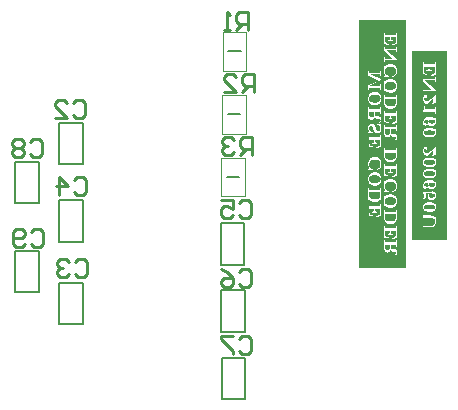
<source format=gbo>
G04*
G04 #@! TF.GenerationSoftware,Altium Limited,Altium Designer,23.4.1 (23)*
G04*
G04 Layer_Color=32896*
%FSLAX44Y44*%
%MOMM*%
G71*
G04*
G04 #@! TF.SameCoordinates,2D18AEB5-ACAA-45E6-9F21-B50C343496A2*
G04*
G04*
G04 #@! TF.FilePolarity,Positive*
G04*
G01*
G75*
%ADD11C,0.2000*%
%ADD12C,0.2540*%
%ADD45C,0.0508*%
G36*
X388250Y148750D02*
X358250D01*
Y308750D01*
X388250D01*
Y148750D01*
D02*
G37*
G36*
X332681Y335250D02*
X353750D01*
Y125250D01*
X332681D01*
D01*
X313750D01*
Y335250D01*
X332681D01*
D01*
D02*
G37*
%LPC*%
G36*
X378799Y299307D02*
X378036D01*
Y297536D01*
X368373D01*
Y299307D01*
X367609D01*
Y289094D01*
X371563Y288590D01*
Y289369D01*
X371548D01*
X371533D01*
X371456Y289384D01*
X371334Y289399D01*
X371166Y289415D01*
X370998Y289445D01*
X370815Y289476D01*
X370632Y289506D01*
X370464Y289552D01*
X370449D01*
X370388Y289567D01*
X370296Y289598D01*
X370189Y289628D01*
X370052Y289674D01*
X369915Y289735D01*
X369594Y289888D01*
X369579Y289903D01*
X369518Y289934D01*
X369441Y289979D01*
X369350Y290041D01*
X369243Y290132D01*
X369136Y290224D01*
X369014Y290346D01*
X368922Y290468D01*
X368907Y290483D01*
X368876Y290529D01*
X368831Y290605D01*
X368770Y290712D01*
X368708Y290850D01*
X368647Y291002D01*
X368586Y291185D01*
X368525Y291384D01*
Y291415D01*
X368495Y291476D01*
X368480Y291598D01*
X368449Y291750D01*
X368419Y291949D01*
X368403Y292178D01*
X368373Y292437D01*
Y295200D01*
X372617D01*
Y294116D01*
X372586Y293933D01*
X372555Y293704D01*
X372510Y293475D01*
X372433Y293231D01*
X372326Y293033D01*
X372250Y292941D01*
X372174Y292880D01*
X372159Y292865D01*
X372082Y292834D01*
X371975Y292773D01*
X371823Y292712D01*
X371624Y292651D01*
X371365Y292590D01*
X371059Y292559D01*
X370693Y292544D01*
Y291781D01*
X375303D01*
Y292544D01*
X375288D01*
X375257D01*
X375212D01*
X375135D01*
X374952Y292559D01*
X374738Y292590D01*
X374494Y292620D01*
X374250Y292682D01*
X374021Y292773D01*
X373838Y292880D01*
X373822Y292895D01*
X373761Y292941D01*
X373685Y293033D01*
X373609Y293170D01*
X373517Y293368D01*
X373487Y293475D01*
X373456Y293613D01*
X373425Y293765D01*
X373395Y293918D01*
X373380Y294101D01*
Y295200D01*
X378036D01*
Y292453D01*
X378020Y292269D01*
X378005Y292056D01*
X377990Y291842D01*
X377959Y291613D01*
X377929Y291399D01*
Y291369D01*
X377914Y291308D01*
X377883Y291201D01*
X377837Y291063D01*
X377791Y290911D01*
X377730Y290758D01*
X377669Y290590D01*
X377578Y290438D01*
X377562Y290422D01*
X377532Y290376D01*
X377486Y290300D01*
X377410Y290208D01*
X377242Y289979D01*
X377028Y289766D01*
X377013Y289751D01*
X376982Y289720D01*
X376906Y289674D01*
X376830Y289613D01*
X376708Y289537D01*
X376586Y289461D01*
X376433Y289384D01*
X376265Y289323D01*
X376250Y289308D01*
X376189Y289293D01*
X376097Y289262D01*
X375975Y289216D01*
X375838Y289186D01*
X375685Y289140D01*
X375364Y289064D01*
X375349D01*
X375288Y289048D01*
X375196Y289033D01*
X375074Y289002D01*
X374922Y288972D01*
X374738Y288926D01*
X374525Y288880D01*
X374296Y288835D01*
Y288056D01*
X378799Y288819D01*
Y288056D01*
X367609D01*
X378799D01*
Y299307D01*
D02*
G37*
G36*
Y286896D02*
D01*
Y282561D01*
X378784Y282622D01*
Y282896D01*
X378768Y283018D01*
Y283507D01*
X378753Y283721D01*
Y285568D01*
X378768Y285934D01*
Y286301D01*
X378784Y286621D01*
Y286774D01*
X378799Y286896D01*
X378036D01*
Y286209D01*
X378020Y286072D01*
Y285919D01*
X377990Y285598D01*
Y285537D01*
X377975Y285492D01*
X377959Y285415D01*
X377944Y285293D01*
X377914Y285232D01*
X377898Y285201D01*
X377883Y285186D01*
X377837Y285156D01*
X377791D01*
X377730Y285140D01*
X377654Y285125D01*
X377562D01*
X368281D01*
Y286896D01*
X367518D01*
Y283003D01*
X367533Y282896D01*
X367548Y282851D01*
X367564Y282820D01*
Y282805D01*
X367594Y282759D01*
X367655Y282698D01*
X367747Y282606D01*
X375441Y276042D01*
X368770D01*
X368754D01*
X368724D01*
X368617Y276057D01*
X368510Y276073D01*
X368464Y276088D01*
X368434Y276119D01*
X368419Y276134D01*
Y276149D01*
X368403Y276195D01*
X368388Y276256D01*
X368373Y276317D01*
X368357Y276424D01*
X368342Y276546D01*
Y276561D01*
X368327Y276622D01*
Y276714D01*
X368312Y276821D01*
X368296Y276943D01*
Y277096D01*
X368281Y277401D01*
Y277813D01*
X367518D01*
Y277737D01*
X367533Y277691D01*
Y277523D01*
X367548Y277416D01*
Y277141D01*
X367564Y276989D01*
Y276607D01*
X367579Y276378D01*
Y275065D01*
X367564Y274729D01*
Y274378D01*
X367548Y274012D01*
X367533Y273676D01*
Y273523D01*
X367518Y273401D01*
D01*
X378799D01*
Y286896D01*
D02*
G37*
G36*
Y271798D02*
X378372D01*
X378265Y271783D01*
X378204D01*
X378173Y271768D01*
X378158D01*
X378112Y271737D01*
X378051Y271676D01*
X377959Y271600D01*
X374586Y268318D01*
X374570Y268303D01*
X374509Y268242D01*
X374403Y268150D01*
X374280Y268043D01*
X374113Y267906D01*
X373929Y267753D01*
X373716Y267585D01*
X373471Y267417D01*
X373227Y267265D01*
X372952Y267097D01*
X372662Y266944D01*
X372372Y266807D01*
X372082Y266700D01*
X371777Y266608D01*
X371472Y266547D01*
X371166Y266532D01*
X371151D01*
X371120D01*
X371075D01*
X370998Y266547D01*
X370922D01*
X370815Y266562D01*
X370586Y266608D01*
X370327Y266669D01*
X370037Y266776D01*
X369762Y266914D01*
X369487Y267112D01*
X369472D01*
X369456Y267143D01*
X369380Y267219D01*
X369273Y267356D01*
X369136Y267524D01*
X369014Y267753D01*
X368907Y268028D01*
X368831Y268349D01*
X368800Y268532D01*
Y268806D01*
X368815Y268883D01*
Y268959D01*
X368831Y269066D01*
X368876Y269295D01*
X368937Y269554D01*
X369044Y269844D01*
X369182Y270119D01*
X369380Y270394D01*
Y270379D01*
X369395Y270364D01*
X369411Y270287D01*
X369456Y270165D01*
X369518Y270043D01*
Y270028D01*
X369533Y270012D01*
X369594Y269921D01*
X369655Y269875D01*
X369716Y269799D01*
X369792Y269738D01*
X369899Y269661D01*
X369915Y269646D01*
X369945Y269631D01*
X370006Y269600D01*
X370082Y269554D01*
X370174Y269524D01*
X370296Y269493D01*
X370418Y269478D01*
X370556Y269463D01*
X370586D01*
X370647D01*
X370754Y269478D01*
X370876Y269509D01*
X371029Y269554D01*
X371166Y269631D01*
X371319Y269722D01*
X371441Y269844D01*
X371456Y269860D01*
X371487Y269905D01*
X371533Y269982D01*
X371578Y270074D01*
X371640Y270196D01*
X371685Y270333D01*
X371716Y270486D01*
X371731Y270638D01*
Y270715D01*
X371716Y270791D01*
X371701Y270898D01*
X371670Y271020D01*
X371609Y271142D01*
X371548Y271295D01*
X371456Y271432D01*
X371441Y271447D01*
X371395Y271493D01*
X371334Y271554D01*
X371227Y271615D01*
X371105Y271676D01*
X370937Y271737D01*
X370754Y271783D01*
X370525Y271798D01*
X370418D01*
X370342Y271783D01*
X370250Y271768D01*
X370144Y271753D01*
X369899Y271676D01*
X369609Y271554D01*
X369456Y271478D01*
X369319Y271386D01*
X369166Y271264D01*
X369014Y271127D01*
X368876Y270974D01*
X368739Y270806D01*
X368724Y270791D01*
X368708Y270760D01*
X368678Y270699D01*
X368632Y270623D01*
X368571Y270531D01*
X368510Y270409D01*
X368449Y270272D01*
X368388Y270119D01*
X368327Y269936D01*
X368266Y269753D01*
X368205Y269539D01*
X368144Y269325D01*
X368067Y268837D01*
X368037Y268577D01*
Y268135D01*
X368052Y268013D01*
X368067Y267860D01*
X368083Y267692D01*
X368113Y267494D01*
X368144Y267295D01*
X368251Y266837D01*
X368403Y266364D01*
X368495Y266120D01*
X368602Y265875D01*
X368739Y265646D01*
X368892Y265433D01*
X368907Y265417D01*
X368937Y265387D01*
X368983Y265326D01*
X369044Y265250D01*
X369136Y265173D01*
X369228Y265082D01*
X369350Y264975D01*
X369487Y264868D01*
X369640Y264761D01*
X369808Y264654D01*
X370006Y264563D01*
X370205Y264486D01*
X370418Y264410D01*
X370647Y264349D01*
X370876Y264318D01*
X371136Y264303D01*
X368037D01*
X378799D01*
Y271798D01*
D02*
G37*
G36*
X368037Y268837D02*
Y268577D01*
D01*
Y268837D01*
D02*
G37*
G36*
X369853Y261998D02*
X369090D01*
Y261479D01*
X369075Y261342D01*
X369060Y261159D01*
X369044Y260960D01*
X369014Y260731D01*
X368968Y260487D01*
X368861Y259953D01*
X368785Y259678D01*
X368693Y259403D01*
X368586Y259128D01*
X368464Y258853D01*
X368327Y258594D01*
X368159Y258350D01*
X368144Y258319D01*
X368098Y258258D01*
X368052Y258136D01*
X368037Y257999D01*
Y255205D01*
Y257953D01*
X368052Y257846D01*
X368083Y257739D01*
X368113Y257693D01*
X368144Y257663D01*
X368159Y257647D01*
X368235Y257617D01*
X368296D01*
X368373Y257602D01*
X368464Y257586D01*
X368571D01*
X378036D01*
Y255205D01*
X368037D01*
X378799D01*
Y255296D01*
X378784Y255358D01*
Y255724D01*
X378768Y255892D01*
Y256609D01*
X378753Y256915D01*
Y259891D01*
X378768Y260456D01*
Y260991D01*
X378784Y261250D01*
Y261662D01*
X378799Y261815D01*
X378036D01*
Y259464D01*
X369533D01*
Y259479D01*
X369548Y259510D01*
X369563Y259571D01*
X369579Y259647D01*
X369609Y259739D01*
X369640Y259861D01*
X369670Y259983D01*
X369686Y260136D01*
X369747Y260456D01*
X369808Y260838D01*
X369838Y261235D01*
X369853Y261662D01*
Y261998D01*
D02*
G37*
G36*
X378982Y253144D02*
Y249282D01*
X378967Y249389D01*
X378952Y249541D01*
X378936Y249709D01*
X378891Y249908D01*
X378845Y250137D01*
X378784Y250381D01*
X378692Y250625D01*
X378585Y250885D01*
X378448Y251160D01*
X378295Y251419D01*
X378112Y251663D01*
X377883Y251908D01*
X377639Y252137D01*
X377349Y252335D01*
X377333Y252350D01*
X377288Y252366D01*
X377211Y252411D01*
X377089Y252457D01*
X376952Y252518D01*
X376784Y252595D01*
X376586Y252671D01*
X376357Y252732D01*
X376097Y252808D01*
X375822Y252885D01*
X375517Y252961D01*
X375181Y253022D01*
X374815Y253068D01*
X374433Y253114D01*
X374021Y253129D01*
X373593Y253144D01*
X373349D01*
X373212Y253129D01*
X373059Y253114D01*
X372891D01*
X372708Y253083D01*
X372311Y253037D01*
X371869Y252961D01*
X371426Y252854D01*
X370983Y252701D01*
X370968D01*
X370937Y252686D01*
X370876Y252656D01*
X370800Y252625D01*
X370708Y252579D01*
X370586Y252518D01*
X370342Y252381D01*
X370052Y252213D01*
X369762Y251999D01*
X369487Y251770D01*
X369228Y251511D01*
Y251495D01*
X369197Y251480D01*
X369166Y251434D01*
X369121Y251389D01*
X369014Y251236D01*
X368876Y251038D01*
X368724Y250809D01*
X368571Y250549D01*
X368434Y250259D01*
X368312Y249954D01*
Y249938D01*
X368296Y249908D01*
X368281Y249877D01*
X368266Y249801D01*
X368220Y249633D01*
X368159Y249419D01*
X368098Y249160D01*
X368052Y248870D01*
X368022Y248549D01*
X368006Y248213D01*
Y248091D01*
X368022Y248015D01*
Y247908D01*
X368037Y247786D01*
X368083Y247511D01*
X368159Y247221D01*
X368266Y246901D01*
X368419Y246611D01*
X368617Y246351D01*
X368647Y246320D01*
X368724Y246259D01*
X368846Y246153D01*
X369014Y246030D01*
X369228Y245924D01*
X369472Y245817D01*
X369762Y245756D01*
X370067Y245725D01*
X370082D01*
X370144D01*
X370235Y245740D01*
X370342Y245756D01*
X370464Y245802D01*
X370586Y245847D01*
X370708Y245924D01*
X370830Y246030D01*
X370846Y246046D01*
X370876Y246076D01*
X370922Y246153D01*
X370968Y246229D01*
X371014Y246351D01*
X371059Y246473D01*
X371090Y246641D01*
X371105Y246809D01*
Y246885D01*
X371090Y246962D01*
X371075Y247069D01*
X371029Y247191D01*
X370983Y247313D01*
X370907Y247435D01*
X370815Y247557D01*
X370800Y247572D01*
X370769Y247603D01*
X370708Y247649D01*
X370617Y247694D01*
X370510Y247740D01*
X370403Y247786D01*
X370266Y247817D01*
X370113Y247832D01*
X370098D01*
X370052D01*
X369976Y247817D01*
X369884Y247801D01*
X369777Y247771D01*
X369655Y247740D01*
X369548Y247679D01*
X369441Y247603D01*
X369426Y247588D01*
X369395Y247557D01*
X369350Y247511D01*
X369289Y247435D01*
X369243Y247343D01*
X369182Y247221D01*
X369136Y247099D01*
X369105Y246946D01*
X369090Y246962D01*
X369044Y247023D01*
X368968Y247130D01*
X368892Y247267D01*
X368815Y247435D01*
X368739Y247649D01*
X368693Y247893D01*
X368663Y248183D01*
Y248305D01*
X368678Y248458D01*
X368708Y248641D01*
X368754Y248839D01*
X368831Y249083D01*
X368922Y249312D01*
X369060Y249557D01*
X369075Y249587D01*
X369136Y249664D01*
X369212Y249771D01*
X369334Y249908D01*
X369472Y250061D01*
X369640Y250213D01*
X369823Y250366D01*
X370037Y250488D01*
X370052D01*
X370082Y250503D01*
X370144Y250534D01*
X370220Y250564D01*
X370327Y250595D01*
X370449Y250641D01*
X370601Y250686D01*
X370769Y250717D01*
X370952Y250763D01*
X371166Y250809D01*
X371395Y250854D01*
X371655Y250885D01*
X371930Y250915D01*
X372220Y250946D01*
X372540Y250961D01*
X372876D01*
X373197D01*
X373181Y250946D01*
X373135Y250931D01*
X373074Y250885D01*
X372998Y250824D01*
X372906Y250763D01*
X372800Y250671D01*
X372677Y250564D01*
X372555Y250442D01*
X372326Y250167D01*
X372128Y249816D01*
X372052Y249633D01*
X371991Y249419D01*
X371945Y249190D01*
X371930Y248961D01*
Y248809D01*
X371945Y248702D01*
X371960Y248564D01*
X371975Y248412D01*
X372006Y248244D01*
X372052Y248046D01*
X372159Y247649D01*
X372235Y247435D01*
X372326Y247206D01*
X372433Y246992D01*
X372555Y246778D01*
X372693Y246565D01*
X372861Y246366D01*
X372876Y246351D01*
X372906Y246320D01*
X372952Y246275D01*
X373029Y246198D01*
X373120Y246122D01*
X373242Y246030D01*
X373380Y245939D01*
X373532Y245832D01*
X373700Y245740D01*
X373899Y245649D01*
X374097Y245557D01*
X374342Y245481D01*
X374586Y245405D01*
X374845Y245359D01*
X375135Y245328D01*
X375441Y245313D01*
X368006D01*
X378982D01*
Y253144D01*
D02*
G37*
G36*
Y243756D02*
Y239909D01*
X378967Y240062D01*
X378952Y240260D01*
X378921Y240489D01*
X378891Y240749D01*
X378829Y240993D01*
X378753Y241252D01*
X378738Y241283D01*
X378707Y241359D01*
X378662Y241481D01*
X378601Y241619D01*
X378524Y241787D01*
X378417Y241970D01*
X378326Y242138D01*
X378204Y242306D01*
X378188Y242321D01*
X378143Y242367D01*
X378066Y242443D01*
X377975Y242535D01*
X377853Y242657D01*
X377700Y242764D01*
X377532Y242886D01*
X377349Y243008D01*
X377318Y243023D01*
X377257Y243054D01*
X377150Y243099D01*
X377028Y243176D01*
X376875Y243237D01*
X376723Y243313D01*
X376387Y243435D01*
X376372D01*
X376311Y243451D01*
X376219Y243481D01*
X376097Y243512D01*
X375944Y243557D01*
X375761Y243588D01*
X375563Y243634D01*
X375334Y243664D01*
X375303D01*
X375227Y243680D01*
X375120Y243695D01*
X374983Y243710D01*
X374677Y243741D01*
X374525D01*
X374387Y243756D01*
X372677D01*
X372601Y243741D01*
X372494D01*
X372357Y243725D01*
X372189Y243710D01*
X371991Y243695D01*
X371777Y243664D01*
X371746D01*
X371670Y243649D01*
X371548Y243634D01*
X371395Y243603D01*
X371227Y243573D01*
X371044Y243527D01*
X370861Y243481D01*
X370693Y243435D01*
X370678D01*
X370617Y243405D01*
X370525Y243374D01*
X370403Y243328D01*
X370266Y243267D01*
X370098Y243191D01*
X369915Y243115D01*
X369716Y243008D01*
X369686Y242993D01*
X369624Y242947D01*
X369518Y242886D01*
X369395Y242809D01*
X369258Y242703D01*
X369105Y242581D01*
X368968Y242443D01*
X368831Y242306D01*
X368815Y242290D01*
X368770Y242229D01*
X368708Y242138D01*
X368632Y242016D01*
X368541Y241863D01*
X368449Y241680D01*
X368357Y241481D01*
X368266Y241252D01*
Y241237D01*
X368251Y241222D01*
X368220Y241130D01*
X368190Y241008D01*
X368144Y240825D01*
X368098Y240596D01*
X368052Y240352D01*
X368037Y240077D01*
X368022Y239772D01*
Y239634D01*
X368037Y239482D01*
X368052Y239283D01*
X368083Y239054D01*
X368128Y238810D01*
X368190Y238550D01*
X368266Y238306D01*
Y238291D01*
X368281Y238276D01*
X368312Y238199D01*
X368357Y238077D01*
X368434Y237924D01*
X368510Y237757D01*
X368617Y237589D01*
X368724Y237405D01*
X368846Y237253D01*
X368861Y237238D01*
X368907Y237176D01*
X368983Y237100D01*
X369075Y237009D01*
X369197Y236902D01*
X369350Y236780D01*
X369518Y236658D01*
X369716Y236551D01*
X369747Y236535D01*
X369808Y236505D01*
X369915Y236444D01*
X370052Y236383D01*
X370205Y236322D01*
X370373Y236245D01*
X370708Y236123D01*
X370724D01*
X370785Y236093D01*
X370876Y236077D01*
X370998Y236032D01*
X371151Y236001D01*
X371334Y235955D01*
X371548Y235925D01*
X371777Y235894D01*
X371807D01*
X371884Y235879D01*
X371991Y235864D01*
X372128Y235848D01*
X372281Y235833D01*
X372449Y235818D01*
X372601D01*
X372739Y235803D01*
X372754D01*
X372800D01*
X372861D01*
X372968Y235787D01*
X368022D01*
D01*
X378982D01*
Y243756D01*
D02*
G37*
G36*
X378799Y227804D02*
X378372D01*
X378265Y227788D01*
X378204D01*
X378173Y227773D01*
X378158D01*
X378112Y227743D01*
X378051Y227681D01*
X377959Y227605D01*
X374586Y224323D01*
X374570Y224308D01*
X374509Y224247D01*
X374403Y224155D01*
X374280Y224048D01*
X374113Y223911D01*
X373929Y223758D01*
X373716Y223590D01*
X373471Y223422D01*
X373227Y223270D01*
X372952Y223102D01*
X372662Y222949D01*
X372372Y222812D01*
X372082Y222705D01*
X371777Y222613D01*
X371472Y222552D01*
X371166Y222537D01*
X371151D01*
X371120D01*
X371075D01*
X370998Y222552D01*
X370922D01*
X370815Y222568D01*
X370586Y222613D01*
X370327Y222674D01*
X370037Y222781D01*
X369762Y222919D01*
X369487Y223117D01*
X369472D01*
X369456Y223148D01*
X369380Y223224D01*
X369273Y223361D01*
X369136Y223529D01*
X369014Y223758D01*
X368907Y224033D01*
X368831Y224354D01*
X368800Y224537D01*
Y224811D01*
X368815Y224888D01*
Y224964D01*
X368831Y225071D01*
X368876Y225300D01*
X368937Y225560D01*
X369044Y225850D01*
X369182Y226124D01*
X369380Y226399D01*
Y226384D01*
X369395Y226369D01*
X369411Y226292D01*
X369456Y226170D01*
X369518Y226048D01*
Y226033D01*
X369533Y226017D01*
X369594Y225926D01*
X369655Y225880D01*
X369716Y225804D01*
X369792Y225743D01*
X369899Y225666D01*
X369915Y225651D01*
X369945Y225636D01*
X370006Y225605D01*
X370082Y225560D01*
X370174Y225529D01*
X370296Y225499D01*
X370418Y225483D01*
X370556Y225468D01*
X370586D01*
X370647D01*
X370754Y225483D01*
X370876Y225514D01*
X371029Y225560D01*
X371166Y225636D01*
X371319Y225728D01*
X371441Y225850D01*
X371456Y225865D01*
X371487Y225911D01*
X371533Y225987D01*
X371578Y226079D01*
X371640Y226201D01*
X371685Y226338D01*
X371716Y226491D01*
X371731Y226643D01*
Y226720D01*
X371716Y226796D01*
X371701Y226903D01*
X371670Y227025D01*
X371609Y227147D01*
X371548Y227300D01*
X371456Y227437D01*
X371441Y227453D01*
X371395Y227498D01*
X371334Y227559D01*
X371227Y227620D01*
X371105Y227681D01*
X370937Y227743D01*
X370754Y227788D01*
X370525Y227804D01*
X370418D01*
X370342Y227788D01*
X370250Y227773D01*
X370144Y227758D01*
X369899Y227681D01*
X369609Y227559D01*
X369456Y227483D01*
X369319Y227391D01*
X369166Y227269D01*
X369014Y227132D01*
X368876Y226979D01*
X368739Y226811D01*
X368724Y226796D01*
X368708Y226765D01*
X368678Y226704D01*
X368632Y226628D01*
X368571Y226537D01*
X368510Y226414D01*
X368449Y226277D01*
X368388Y226124D01*
X368327Y225941D01*
X368266Y225758D01*
X368205Y225544D01*
X368144Y225331D01*
X368067Y224842D01*
X368037Y224583D01*
Y224140D01*
X368052Y224018D01*
X368067Y223865D01*
X368083Y223697D01*
X368113Y223499D01*
X368144Y223300D01*
X368251Y222842D01*
X368403Y222369D01*
X368495Y222125D01*
X368602Y221881D01*
X368739Y221652D01*
X368892Y221438D01*
X368907Y221423D01*
X368937Y221392D01*
X368983Y221331D01*
X369044Y221255D01*
X369136Y221178D01*
X369228Y221087D01*
X369350Y220980D01*
X369487Y220873D01*
X369640Y220766D01*
X369808Y220659D01*
X370006Y220568D01*
X370205Y220491D01*
X370418Y220415D01*
X370647Y220354D01*
X370876Y220324D01*
X371136Y220308D01*
X368037D01*
X378799D01*
Y227804D01*
D02*
G37*
G36*
X378982Y218598D02*
Y214752D01*
X378967Y214904D01*
X378952Y215103D01*
X378921Y215332D01*
X378891Y215591D01*
X378829Y215835D01*
X378753Y216095D01*
X378738Y216126D01*
X378707Y216202D01*
X378662Y216324D01*
X378601Y216461D01*
X378524Y216629D01*
X378417Y216812D01*
X378326Y216980D01*
X378204Y217148D01*
X378188Y217164D01*
X378143Y217209D01*
X378066Y217286D01*
X377975Y217377D01*
X377853Y217499D01*
X377700Y217606D01*
X377532Y217728D01*
X377349Y217850D01*
X377318Y217866D01*
X377257Y217896D01*
X377150Y217942D01*
X377028Y218018D01*
X376875Y218079D01*
X376723Y218156D01*
X376387Y218278D01*
X376372D01*
X376311Y218293D01*
X376219Y218324D01*
X376097Y218354D01*
X375944Y218400D01*
X375761Y218431D01*
X375563Y218476D01*
X375334Y218507D01*
X375303D01*
X375227Y218522D01*
X375120Y218538D01*
X374983Y218553D01*
X374677Y218583D01*
X374525D01*
X374387Y218598D01*
X372677D01*
X372601Y218583D01*
X372494D01*
X372357Y218568D01*
X372189Y218553D01*
X371991Y218538D01*
X371777Y218507D01*
X371746D01*
X371670Y218492D01*
X371548Y218476D01*
X371395Y218446D01*
X371227Y218415D01*
X371044Y218370D01*
X370861Y218324D01*
X370693Y218278D01*
X370678D01*
X370617Y218247D01*
X370525Y218217D01*
X370403Y218171D01*
X370266Y218110D01*
X370098Y218034D01*
X369915Y217957D01*
X369716Y217850D01*
X369686Y217835D01*
X369624Y217789D01*
X369518Y217728D01*
X369395Y217652D01*
X369258Y217545D01*
X369105Y217423D01*
X368968Y217286D01*
X368831Y217148D01*
X368815Y217133D01*
X368770Y217072D01*
X368708Y216980D01*
X368632Y216858D01*
X368541Y216706D01*
X368449Y216522D01*
X368357Y216324D01*
X368266Y216095D01*
Y216080D01*
X368251Y216064D01*
X368220Y215973D01*
X368190Y215851D01*
X368144Y215668D01*
X368098Y215439D01*
X368052Y215194D01*
X368037Y214920D01*
X368022Y214614D01*
Y214477D01*
X368037Y214324D01*
X368052Y214126D01*
X368083Y213897D01*
X368128Y213652D01*
X368190Y213393D01*
X368266Y213149D01*
Y213134D01*
X368281Y213118D01*
X368312Y213042D01*
X368357Y212920D01*
X368434Y212767D01*
X368510Y212599D01*
X368617Y212431D01*
X368724Y212248D01*
X368846Y212096D01*
X368861Y212080D01*
X368907Y212019D01*
X368983Y211943D01*
X369075Y211851D01*
X369197Y211744D01*
X369350Y211622D01*
X369518Y211500D01*
X369716Y211393D01*
X369747Y211378D01*
X369808Y211348D01*
X369915Y211286D01*
X370052Y211225D01*
X370205Y211164D01*
X370373Y211088D01*
X370708Y210966D01*
X370724D01*
X370785Y210935D01*
X370876Y210920D01*
X370998Y210874D01*
X371151Y210844D01*
X371334Y210798D01*
X371548Y210767D01*
X371777Y210737D01*
X371807D01*
X371884Y210722D01*
X371991Y210706D01*
X372128Y210691D01*
X372281Y210676D01*
X372449Y210660D01*
X372601D01*
X372739Y210645D01*
X372754D01*
X372800D01*
X372861D01*
X372968Y210630D01*
X368022D01*
D01*
X378982D01*
Y218598D01*
D02*
G37*
G36*
Y209149D02*
Y205302D01*
X378967Y205455D01*
X378952Y205653D01*
X378921Y205882D01*
X378891Y206142D01*
X378829Y206386D01*
X378753Y206646D01*
X378738Y206676D01*
X378707Y206753D01*
X378662Y206875D01*
X378601Y207012D01*
X378524Y207180D01*
X378417Y207363D01*
X378326Y207531D01*
X378204Y207699D01*
X378188Y207714D01*
X378143Y207760D01*
X378066Y207836D01*
X377975Y207928D01*
X377853Y208050D01*
X377700Y208157D01*
X377532Y208279D01*
X377349Y208401D01*
X377318Y208417D01*
X377257Y208447D01*
X377150Y208493D01*
X377028Y208569D01*
X376875Y208630D01*
X376723Y208706D01*
X376387Y208829D01*
X376372D01*
X376311Y208844D01*
X376219Y208874D01*
X376097Y208905D01*
X375944Y208951D01*
X375761Y208981D01*
X375563Y209027D01*
X375334Y209058D01*
X375303D01*
X375227Y209073D01*
X375120Y209088D01*
X374983Y209103D01*
X374677Y209134D01*
X374525D01*
X374387Y209149D01*
X372677D01*
X372601Y209134D01*
X372494D01*
X372357Y209119D01*
X372189Y209103D01*
X371991Y209088D01*
X371777Y209058D01*
X371746D01*
X371670Y209042D01*
X371548Y209027D01*
X371395Y208997D01*
X371227Y208966D01*
X371044Y208920D01*
X370861Y208874D01*
X370693Y208829D01*
X370678D01*
X370617Y208798D01*
X370525Y208768D01*
X370403Y208722D01*
X370266Y208661D01*
X370098Y208584D01*
X369915Y208508D01*
X369716Y208401D01*
X369686Y208386D01*
X369624Y208340D01*
X369518Y208279D01*
X369395Y208203D01*
X369258Y208096D01*
X369105Y207974D01*
X368968Y207836D01*
X368831Y207699D01*
X368815Y207684D01*
X368770Y207623D01*
X368708Y207531D01*
X368632Y207409D01*
X368541Y207256D01*
X368449Y207073D01*
X368357Y206875D01*
X368266Y206646D01*
Y206630D01*
X368251Y206615D01*
X368220Y206524D01*
X368190Y206402D01*
X368144Y206218D01*
X368098Y205989D01*
X368052Y205745D01*
X368037Y205470D01*
X368022Y205165D01*
Y205028D01*
X368037Y204875D01*
X368052Y204676D01*
X368083Y204447D01*
X368128Y204203D01*
X368190Y203944D01*
X368266Y203699D01*
Y203684D01*
X368281Y203669D01*
X368312Y203593D01*
X368357Y203470D01*
X368434Y203318D01*
X368510Y203150D01*
X368617Y202982D01*
X368724Y202799D01*
X368846Y202646D01*
X368861Y202631D01*
X368907Y202570D01*
X368983Y202493D01*
X369075Y202402D01*
X369197Y202295D01*
X369350Y202173D01*
X369518Y202051D01*
X369716Y201944D01*
X369747Y201929D01*
X369808Y201898D01*
X369915Y201837D01*
X370052Y201776D01*
X370205Y201715D01*
X370373Y201639D01*
X370708Y201516D01*
X370724D01*
X370785Y201486D01*
X370876Y201471D01*
X370998Y201425D01*
X371151Y201394D01*
X371334Y201349D01*
X371548Y201318D01*
X371777Y201288D01*
X371807D01*
X371884Y201272D01*
X371991Y201257D01*
X372128Y201242D01*
X372281Y201227D01*
X372449Y201211D01*
X372601D01*
X372739Y201196D01*
X372754D01*
X372800D01*
X372861D01*
X372968Y201181D01*
X368022D01*
D01*
X378982D01*
Y209149D01*
D02*
G37*
G36*
Y199639D02*
Y195777D01*
X378967Y195884D01*
X378952Y196036D01*
X378936Y196204D01*
X378891Y196403D01*
X378845Y196632D01*
X378784Y196876D01*
X378692Y197120D01*
X378585Y197380D01*
X378448Y197654D01*
X378295Y197914D01*
X378112Y198158D01*
X377883Y198402D01*
X377639Y198631D01*
X377349Y198830D01*
X377333Y198845D01*
X377288Y198860D01*
X377211Y198906D01*
X377089Y198952D01*
X376952Y199013D01*
X376784Y199089D01*
X376586Y199166D01*
X376357Y199227D01*
X376097Y199303D01*
X375822Y199379D01*
X375517Y199456D01*
X375181Y199517D01*
X374815Y199563D01*
X374433Y199608D01*
X374021Y199624D01*
X373593Y199639D01*
X373349D01*
X373212Y199624D01*
X373059Y199608D01*
X372891D01*
X372708Y199578D01*
X372311Y199532D01*
X371869Y199456D01*
X371426Y199349D01*
X370983Y199196D01*
X370968D01*
X370937Y199181D01*
X370876Y199150D01*
X370800Y199120D01*
X370708Y199074D01*
X370586Y199013D01*
X370342Y198876D01*
X370052Y198708D01*
X369762Y198494D01*
X369487Y198265D01*
X369228Y198006D01*
Y197990D01*
X369197Y197975D01*
X369166Y197929D01*
X369121Y197883D01*
X369014Y197731D01*
X368876Y197532D01*
X368724Y197303D01*
X368571Y197044D01*
X368434Y196754D01*
X368312Y196448D01*
Y196433D01*
X368296Y196403D01*
X368281Y196372D01*
X368266Y196296D01*
X368220Y196128D01*
X368159Y195914D01*
X368098Y195655D01*
X368052Y195365D01*
X368022Y195044D01*
X368006Y194708D01*
Y194586D01*
X368022Y194510D01*
Y194403D01*
X368037Y194281D01*
X368083Y194006D01*
X368159Y193716D01*
X368266Y193395D01*
X368419Y193105D01*
X368617Y192846D01*
X368647Y192815D01*
X368724Y192754D01*
X368846Y192647D01*
X369014Y192525D01*
X369228Y192418D01*
X369472Y192311D01*
X369762Y192250D01*
X370067Y192220D01*
X370082D01*
X370144D01*
X370235Y192235D01*
X370342Y192250D01*
X370464Y192296D01*
X370586Y192342D01*
X370708Y192418D01*
X370830Y192525D01*
X370846Y192540D01*
X370876Y192571D01*
X370922Y192647D01*
X370968Y192724D01*
X371014Y192846D01*
X371059Y192968D01*
X371090Y193136D01*
X371105Y193304D01*
Y193380D01*
X371090Y193456D01*
X371075Y193563D01*
X371029Y193685D01*
X370983Y193808D01*
X370907Y193930D01*
X370815Y194052D01*
X370800Y194067D01*
X370769Y194098D01*
X370708Y194143D01*
X370617Y194189D01*
X370510Y194235D01*
X370403Y194281D01*
X370266Y194311D01*
X370113Y194326D01*
X370098D01*
X370052D01*
X369976Y194311D01*
X369884Y194296D01*
X369777Y194265D01*
X369655Y194235D01*
X369548Y194174D01*
X369441Y194098D01*
X369426Y194082D01*
X369395Y194052D01*
X369350Y194006D01*
X369289Y193930D01*
X369243Y193838D01*
X369182Y193716D01*
X369136Y193594D01*
X369105Y193441D01*
X369090Y193456D01*
X369044Y193517D01*
X368968Y193624D01*
X368892Y193762D01*
X368815Y193930D01*
X368739Y194143D01*
X368693Y194388D01*
X368663Y194678D01*
Y194800D01*
X368678Y194952D01*
X368708Y195136D01*
X368754Y195334D01*
X368831Y195578D01*
X368922Y195807D01*
X369060Y196052D01*
X369075Y196082D01*
X369136Y196158D01*
X369212Y196265D01*
X369334Y196403D01*
X369472Y196555D01*
X369640Y196708D01*
X369823Y196861D01*
X370037Y196983D01*
X370052D01*
X370082Y196998D01*
X370144Y197029D01*
X370220Y197059D01*
X370327Y197090D01*
X370449Y197135D01*
X370601Y197181D01*
X370769Y197212D01*
X370952Y197257D01*
X371166Y197303D01*
X371395Y197349D01*
X371655Y197380D01*
X371930Y197410D01*
X372220Y197441D01*
X372540Y197456D01*
X372876D01*
X373197D01*
X373181Y197441D01*
X373135Y197425D01*
X373074Y197380D01*
X372998Y197319D01*
X372906Y197257D01*
X372800Y197166D01*
X372677Y197059D01*
X372555Y196937D01*
X372326Y196662D01*
X372128Y196311D01*
X372052Y196128D01*
X371991Y195914D01*
X371945Y195685D01*
X371930Y195456D01*
Y195303D01*
X371945Y195197D01*
X371960Y195059D01*
X371975Y194907D01*
X372006Y194739D01*
X372052Y194540D01*
X372159Y194143D01*
X372235Y193930D01*
X372326Y193701D01*
X372433Y193487D01*
X372555Y193273D01*
X372693Y193060D01*
X372861Y192861D01*
X372876Y192846D01*
X372906Y192815D01*
X372952Y192770D01*
X373029Y192693D01*
X373120Y192617D01*
X373242Y192525D01*
X373380Y192434D01*
X373532Y192327D01*
X373700Y192235D01*
X373899Y192144D01*
X374097Y192052D01*
X374342Y191976D01*
X374586Y191899D01*
X374845Y191854D01*
X375135Y191823D01*
X375441Y191808D01*
X368006D01*
X378982D01*
Y199639D01*
D02*
G37*
G36*
X376189Y190083D02*
X376112D01*
X376036Y190068D01*
X375929Y190052D01*
X375822Y190022D01*
X375700Y189991D01*
X375578Y189930D01*
X375471Y189854D01*
X375456Y189839D01*
X375425Y189808D01*
X375379Y189762D01*
X375318Y189701D01*
X375196Y189548D01*
X375150Y189472D01*
X375120Y189380D01*
Y189365D01*
X375105Y189335D01*
X375089Y189304D01*
X375074Y189243D01*
X375059Y189106D01*
X375044Y188953D01*
Y188892D01*
X375059Y188816D01*
X375074Y188724D01*
X375105Y188602D01*
X375166Y188480D01*
X375227Y188358D01*
X375318Y188220D01*
X375334Y188205D01*
X375364Y188159D01*
X375441Y188098D01*
X375532Y188037D01*
X375639Y187976D01*
X375792Y187915D01*
X375960Y187869D01*
X376158Y187854D01*
X376173D01*
X376234D01*
X376326Y187869D01*
X376433Y187885D01*
X376555Y187930D01*
X376692Y187976D01*
X376814Y188053D01*
X376937Y188159D01*
X376952Y188175D01*
X376982Y188220D01*
X377028Y188281D01*
X377089Y188373D01*
X377135Y188480D01*
X377196Y188602D01*
X377227Y188755D01*
X377257Y188923D01*
X377272Y188907D01*
X377303Y188892D01*
X377349Y188846D01*
X377410Y188785D01*
X377486Y188709D01*
X377578Y188617D01*
X377669Y188510D01*
X377761Y188373D01*
X377853Y188236D01*
X377944Y188068D01*
X378036Y187900D01*
X378112Y187717D01*
X378173Y187503D01*
X378219Y187289D01*
X378249Y187045D01*
X378265Y186801D01*
Y186648D01*
X378249Y186556D01*
X378219Y186312D01*
X378173Y186068D01*
Y186053D01*
X378158Y186007D01*
X378143Y185961D01*
X378112Y185885D01*
X378036Y185717D01*
X377929Y185549D01*
Y185534D01*
X377898Y185518D01*
X377822Y185427D01*
X377700Y185305D01*
X377532Y185198D01*
X377517D01*
X377486Y185167D01*
X377440Y185152D01*
X377379Y185121D01*
X377227Y185045D01*
X377074Y184984D01*
X377059D01*
X377028Y184969D01*
X376982Y184954D01*
X376921Y184938D01*
X376845Y184923D01*
X376753Y184908D01*
X376524Y184877D01*
X376509D01*
X376463D01*
X376402Y184862D01*
X376326D01*
X376143Y184847D01*
X375975Y184832D01*
X375960D01*
X375944D01*
X375899D01*
X375838Y184816D01*
X375746D01*
X375654D01*
X375547D01*
X375425D01*
X375395D01*
X375334D01*
X375242D01*
X375135D01*
X374876D01*
X374738Y184832D01*
X374632D01*
X374616D01*
X374586D01*
X374509Y184847D01*
X374433D01*
X374326Y184862D01*
X374204Y184877D01*
X374067Y184893D01*
X373914Y184923D01*
X373899D01*
X373838Y184938D01*
X373761Y184954D01*
X373670Y184969D01*
X373456Y185045D01*
X373349Y185076D01*
X373258Y185137D01*
X373242D01*
X373212Y185167D01*
X373120Y185244D01*
X372983Y185381D01*
X372845Y185579D01*
X372830Y185595D01*
X372815Y185625D01*
X372784Y185686D01*
X372754Y185778D01*
X372723Y185885D01*
X372693Y186007D01*
X372662Y186144D01*
Y186434D01*
X372677Y186526D01*
X372693Y186648D01*
X372708Y186785D01*
X372784Y187106D01*
X372891Y187457D01*
X372968Y187640D01*
X373059Y187824D01*
X373166Y188007D01*
X373288Y188175D01*
X373425Y188342D01*
X373593Y188495D01*
X373609D01*
X373624Y188526D01*
X373685Y188602D01*
X373761Y188724D01*
X373777Y188785D01*
X373792Y188862D01*
Y188892D01*
X373777Y188953D01*
X373761Y189029D01*
X373716Y189106D01*
X373700Y189121D01*
X373670Y189152D01*
X373609Y189182D01*
X373548Y189197D01*
X373532D01*
X373487D01*
X373395Y189213D01*
X373288D01*
X368495D01*
X368464D01*
X368403D01*
X368327D01*
X368266D01*
X368251D01*
X368220Y189197D01*
X368128Y189152D01*
X368113Y189136D01*
X368083Y189106D01*
X368067Y189060D01*
X368052Y188984D01*
X368067Y188953D01*
X368083Y188892D01*
X368098Y188846D01*
X368128Y188785D01*
Y188770D01*
X368144Y188724D01*
X368174Y188648D01*
X368190Y188556D01*
X368220Y188434D01*
X368266Y188297D01*
X368296Y188129D01*
X368342Y187961D01*
X368419Y187564D01*
X368495Y187136D01*
X368541Y186679D01*
X368556Y186221D01*
Y185992D01*
X368541Y185885D01*
X368525Y185747D01*
Y185579D01*
X368495Y185411D01*
X368449Y185030D01*
X368373Y184603D01*
X368266Y184160D01*
X368128Y183717D01*
Y183702D01*
X368113Y183687D01*
X368083Y183610D01*
X368067Y183534D01*
X368052Y183473D01*
D01*
D01*
Y183427D01*
X368083Y183351D01*
X368128Y183305D01*
X368174Y183259D01*
X368251Y183244D01*
X368342Y183229D01*
X368357D01*
X368373D01*
X368419Y183244D01*
X368480Y183259D01*
X368556Y183305D01*
X368647Y183351D01*
X368754Y183427D01*
X368876Y183519D01*
X368892Y183534D01*
X368937Y183564D01*
X369014Y183641D01*
X369105Y183717D01*
X369212Y183839D01*
X369334Y183961D01*
X369472Y184129D01*
X369624Y184297D01*
X369640Y184312D01*
X369686Y184389D01*
X369762Y184480D01*
X369853Y184633D01*
X369960Y184816D01*
X370082Y185030D01*
X370205Y185274D01*
X370311Y185549D01*
Y185564D01*
X370327Y185579D01*
X370342Y185625D01*
X370357Y185686D01*
X370403Y185839D01*
X370449Y186037D01*
X370510Y186282D01*
X370556Y186541D01*
X370586Y186847D01*
X370601Y187152D01*
Y187365D01*
X370586Y187518D01*
X370571Y187686D01*
X370556Y187885D01*
X370525Y188113D01*
X370495Y188342D01*
X372647D01*
Y188327D01*
X372617Y188297D01*
X372586Y188251D01*
X372555Y188190D01*
X372510Y188113D01*
X372464Y188007D01*
X372418Y187900D01*
X372357Y187762D01*
X372250Y187457D01*
X372159Y187106D01*
X372098Y186679D01*
X372067Y186221D01*
Y186053D01*
X372082Y185931D01*
X372098Y185778D01*
X372113Y185610D01*
X372143Y185427D01*
X372189Y185213D01*
X372311Y184770D01*
X372388Y184557D01*
X372479Y184328D01*
X372586Y184099D01*
X372723Y183870D01*
X372876Y183671D01*
X373044Y183473D01*
X373059Y183458D01*
X373090Y183427D01*
X373151Y183381D01*
X373212Y183320D01*
X373319Y183244D01*
X373425Y183152D01*
X373563Y183076D01*
X373716Y182969D01*
X373884Y182878D01*
X374067Y182801D01*
X374280Y182710D01*
X374494Y182633D01*
X374723Y182572D01*
X374967Y182526D01*
X375227Y182496D01*
X375502Y182481D01*
X368052D01*
D01*
X378982D01*
Y186877D01*
X378967Y186984D01*
X378952Y187106D01*
X378936Y187259D01*
X378906Y187427D01*
X378875Y187595D01*
X378784Y187976D01*
X378631Y188388D01*
X378524Y188587D01*
X378417Y188785D01*
X378295Y188968D01*
X378143Y189152D01*
X378127Y189167D01*
X378097Y189197D01*
X378051Y189243D01*
X377990Y189289D01*
X377914Y189365D01*
X377807Y189442D01*
X377578Y189610D01*
X377288Y189793D01*
X376952Y189930D01*
X376784Y189991D01*
X376586Y190037D01*
X376387Y190068D01*
X376189Y190083D01*
D02*
G37*
G36*
X378982Y180801D02*
Y176954D01*
X378967Y177107D01*
X378952Y177306D01*
X378921Y177535D01*
X378891Y177794D01*
X378829Y178038D01*
X378753Y178298D01*
X378738Y178328D01*
X378707Y178405D01*
X378662Y178527D01*
X378601Y178664D01*
X378524Y178832D01*
X378417Y179015D01*
X378326Y179183D01*
X378204Y179351D01*
X378188Y179366D01*
X378143Y179412D01*
X378066Y179489D01*
X377975Y179580D01*
X377853Y179702D01*
X377700Y179809D01*
X377532Y179931D01*
X377349Y180053D01*
X377318Y180069D01*
X377257Y180099D01*
X377150Y180145D01*
X377028Y180221D01*
X376875Y180282D01*
X376723Y180359D01*
X376387Y180481D01*
X376372D01*
X376311Y180496D01*
X376219Y180527D01*
X376097Y180557D01*
X375944Y180603D01*
X375761Y180634D01*
X375563Y180679D01*
X375334Y180710D01*
X375303D01*
X375227Y180725D01*
X375120Y180740D01*
X374983Y180756D01*
X374677Y180786D01*
X374525D01*
X374387Y180801D01*
X372677D01*
X372601Y180786D01*
X372494D01*
X372357Y180771D01*
X372189Y180756D01*
X371991Y180740D01*
X371777Y180710D01*
X371746D01*
X371670Y180695D01*
X371548Y180679D01*
X371395Y180649D01*
X371227Y180618D01*
X371044Y180572D01*
X370861Y180527D01*
X370693Y180481D01*
X370678D01*
X370617Y180450D01*
X370525Y180420D01*
X370403Y180374D01*
X370266Y180313D01*
X370098Y180237D01*
X369915Y180160D01*
X369716Y180053D01*
X369686Y180038D01*
X369624Y179992D01*
X369518Y179931D01*
X369395Y179855D01*
X369258Y179748D01*
X369105Y179626D01*
X368968Y179489D01*
X368831Y179351D01*
X368815Y179336D01*
X368770Y179275D01*
X368708Y179183D01*
X368632Y179061D01*
X368541Y178909D01*
X368449Y178725D01*
X368357Y178527D01*
X368266Y178298D01*
Y178283D01*
X368251Y178267D01*
X368220Y178176D01*
X368190Y178054D01*
X368144Y177870D01*
X368098Y177642D01*
X368052Y177397D01*
X368037Y177122D01*
X368022Y176817D01*
Y176680D01*
X368037Y176527D01*
X368052Y176329D01*
X368083Y176100D01*
X368128Y175855D01*
X368190Y175596D01*
X368266Y175352D01*
Y175336D01*
X368281Y175321D01*
X368312Y175245D01*
X368357Y175123D01*
X368434Y174970D01*
X368510Y174802D01*
X368617Y174634D01*
X368724Y174451D01*
X368846Y174298D01*
X368861Y174283D01*
X368907Y174222D01*
X368983Y174146D01*
X369075Y174054D01*
X369197Y173947D01*
X369350Y173825D01*
X369518Y173703D01*
X369716Y173596D01*
X369747Y173581D01*
X369808Y173550D01*
X369915Y173489D01*
X370052Y173428D01*
X370205Y173367D01*
X370373Y173291D01*
X370708Y173169D01*
X370724D01*
X370785Y173138D01*
X370876Y173123D01*
X370998Y173077D01*
X371151Y173047D01*
X371334Y173001D01*
X371548Y172970D01*
X371777Y172940D01*
X371807D01*
X371884Y172924D01*
X371991Y172909D01*
X372128Y172894D01*
X372281Y172879D01*
X372449Y172863D01*
X372601D01*
X372739Y172848D01*
X372754D01*
X372800D01*
X372861D01*
X372968Y172833D01*
X368022D01*
D01*
X378982D01*
Y180801D01*
D02*
G37*
G36*
Y171444D02*
D01*
Y164605D01*
X378967Y164727D01*
Y164910D01*
X378952Y165109D01*
X378921Y165353D01*
X378891Y165612D01*
X378845Y165902D01*
X378784Y166192D01*
X378707Y166513D01*
X378616Y166833D01*
X378509Y167139D01*
X378387Y167459D01*
X378234Y167765D01*
X378066Y168039D01*
X377868Y168314D01*
X377853Y168330D01*
X377822Y168375D01*
X377746Y168436D01*
X377669Y168528D01*
X377547Y168635D01*
X377425Y168742D01*
X377257Y168864D01*
X377089Y168986D01*
X376891Y169123D01*
X376677Y169245D01*
X376433Y169352D01*
X376173Y169459D01*
X375914Y169551D01*
X375624Y169612D01*
X375318Y169658D01*
X374998Y169673D01*
X368281D01*
Y171444D01*
X367518D01*
Y171367D01*
X367533Y171306D01*
Y171123D01*
X367548Y171001D01*
Y170665D01*
X367564Y170451D01*
Y169948D01*
X367579Y169642D01*
Y167521D01*
X367564Y167276D01*
Y166528D01*
X367548Y166284D01*
Y166070D01*
X367533Y165872D01*
Y165704D01*
X367518Y165567D01*
D01*
X368281D01*
Y167337D01*
X375150D01*
X375166D01*
X375212D01*
X375288D01*
X375379D01*
X375608D01*
X375838Y167322D01*
X375853D01*
X375883Y167307D01*
X375944D01*
X376036Y167292D01*
X376143Y167261D01*
X376280Y167230D01*
X376433Y167185D01*
X376616Y167139D01*
X376631D01*
X376692Y167108D01*
X376784Y167078D01*
X376906Y167032D01*
X377166Y166895D01*
X377303Y166803D01*
X377425Y166711D01*
X377440Y166696D01*
X377471Y166650D01*
X377532Y166589D01*
X377608Y166498D01*
X377700Y166376D01*
X377791Y166223D01*
X377883Y166040D01*
X377975Y165841D01*
X377990Y165811D01*
X378005Y165734D01*
X378051Y165612D01*
X378097Y165444D01*
X378143Y165246D01*
X378173Y165002D01*
X378204Y164727D01*
X378219Y164437D01*
Y164315D01*
X378204Y164177D01*
Y164009D01*
X378173Y163811D01*
X378143Y163582D01*
X378112Y163338D01*
X378051Y163109D01*
X378036Y163078D01*
X378020Y163002D01*
X377975Y162880D01*
X377914Y162727D01*
X377853Y162559D01*
X377761Y162361D01*
X377639Y162178D01*
X377517Y161979D01*
X377501Y161949D01*
X377456Y161888D01*
X377364Y161796D01*
X377257Y161674D01*
X377104Y161552D01*
X376937Y161414D01*
X376738Y161277D01*
X376509Y161155D01*
X376494D01*
X376479Y161140D01*
X376387Y161109D01*
X376250Y161048D01*
X376067Y160987D01*
X375853Y160941D01*
X375593Y160880D01*
X375303Y160849D01*
X374983Y160834D01*
X368770D01*
X368754D01*
X368724D01*
X368617Y160849D01*
X368510Y160865D01*
X368464Y160880D01*
X368434Y160911D01*
X368419Y160926D01*
Y160941D01*
X368403Y160987D01*
X368388Y161048D01*
X368373Y161109D01*
X368357Y161216D01*
X368342Y161338D01*
Y161353D01*
X368327Y161414D01*
Y161506D01*
X368312Y161613D01*
X368296Y161750D01*
Y161888D01*
X368281Y162208D01*
Y162605D01*
X367518D01*
Y162529D01*
X367533Y162483D01*
Y162315D01*
X367548Y162208D01*
Y161933D01*
X367564Y161765D01*
Y161384D01*
X367579Y161170D01*
Y159857D01*
X367564Y159521D01*
Y159170D01*
X367548Y158804D01*
X367533Y158468D01*
Y158315D01*
X367518Y158193D01*
D01*
X378982D01*
Y171444D01*
D02*
G37*
%LPD*%
G36*
X377700Y284240D02*
X377822Y284224D01*
X377868Y284209D01*
X377898Y284194D01*
X377914Y284179D01*
Y284148D01*
X377929Y284118D01*
X377944Y284057D01*
X377959Y283980D01*
X377975Y283889D01*
X377990Y283766D01*
Y283690D01*
X378005Y283614D01*
Y283492D01*
X378020Y283370D01*
Y283217D01*
X378036Y282896D01*
Y282484D01*
X378799D01*
Y275737D01*
X378784Y275828D01*
X378768Y275890D01*
X378753Y275905D01*
X378738Y275920D01*
X378677Y275981D01*
X378585Y276057D01*
X368953Y284255D01*
X377562D01*
X377578D01*
X377608D01*
X377700Y284240D01*
D02*
G37*
G36*
X378799Y273401D02*
X368281D01*
Y274104D01*
X368296Y274241D01*
X368312Y274394D01*
X368342Y274714D01*
Y274760D01*
X368357Y274821D01*
Y274882D01*
X368388Y275019D01*
X368419Y275081D01*
X368434Y275111D01*
X368449Y275126D01*
X368495Y275142D01*
X368541Y275157D01*
X368602D01*
X368678Y275172D01*
X368770D01*
X378280D01*
X378295D01*
X378326D01*
X378387D01*
X378448Y275187D01*
X378601Y275203D01*
X378662Y275218D01*
X378707Y275248D01*
X378723Y275264D01*
X378753Y275325D01*
X378768Y275371D01*
X378784Y275432D01*
X378799Y275523D01*
Y273401D01*
D02*
G37*
G36*
X376738Y266700D02*
X376723Y266410D01*
Y266120D01*
X376692Y265845D01*
Y265723D01*
X376677Y265631D01*
X376662Y265555D01*
X376646Y265509D01*
X376631Y265494D01*
X376601Y265479D01*
X376540Y265433D01*
X376494Y265402D01*
X376418Y265372D01*
X376341Y265341D01*
X376234Y265311D01*
X376112Y265265D01*
X375975Y265234D01*
X375807Y265189D01*
X375608Y265158D01*
X375395Y265112D01*
X375150Y265066D01*
Y264303D01*
X378799Y264822D01*
Y264303D01*
X371227D01*
X371349Y264318D01*
X371487D01*
X371640Y264349D01*
X371807Y264380D01*
X371991Y264410D01*
X372159Y264471D01*
X372174D01*
X372235Y264502D01*
X372326Y264547D01*
X372433Y264608D01*
X372586Y264700D01*
X372739Y264807D01*
X372906Y264944D01*
X373090Y265097D01*
X373105Y265112D01*
X373166Y265173D01*
X373258Y265265D01*
X373380Y265372D01*
X373502Y265494D01*
X373639Y265631D01*
X373777Y265784D01*
X373899Y265937D01*
X373914Y265952D01*
X373960Y266013D01*
X374036Y266104D01*
X374128Y266242D01*
X374265Y266410D01*
X374433Y266639D01*
X374616Y266898D01*
X374845Y267204D01*
Y267219D01*
X374876Y267234D01*
X374906Y267280D01*
X374952Y267341D01*
X375013Y267432D01*
X375089Y267524D01*
X375181Y267646D01*
X375288Y267784D01*
X375410Y267936D01*
X375563Y268120D01*
X375715Y268303D01*
X375883Y268516D01*
X376067Y268761D01*
X376280Y269005D01*
X376494Y269280D01*
X376738Y269570D01*
Y266700D01*
D02*
G37*
G36*
X375715Y250900D02*
X375853D01*
X376158Y250885D01*
X376509Y250854D01*
X376830Y250809D01*
X376998Y250778D01*
X377135Y250748D01*
X377272Y250702D01*
X377379Y250656D01*
X377394D01*
X377425Y250641D01*
X377456Y250610D01*
X377517Y250564D01*
X377669Y250457D01*
X377822Y250305D01*
X377990Y250106D01*
X378127Y249862D01*
X378188Y249709D01*
X378234Y249557D01*
X378249Y249404D01*
X378265Y249221D01*
Y249145D01*
X378249Y249053D01*
Y248946D01*
X378234Y248809D01*
X378204Y248687D01*
X378127Y248412D01*
Y248397D01*
X378097Y248351D01*
X378066Y248290D01*
X378020Y248229D01*
X377914Y248061D01*
X377837Y247984D01*
X377761Y247923D01*
X377746Y247908D01*
X377715Y247893D01*
X377669Y247862D01*
X377593Y247832D01*
X377501Y247786D01*
X377394Y247755D01*
X377257Y247710D01*
X377104Y247679D01*
X377089D01*
X377028Y247664D01*
X376952Y247649D01*
X376845Y247633D01*
X376601Y247588D01*
X376357Y247572D01*
X376341D01*
X376295D01*
X376219Y247557D01*
X376128D01*
X375990D01*
X375822Y247542D01*
X375639D01*
X375410D01*
X375395D01*
X375379D01*
X375303D01*
X375181D01*
X375044D01*
X374738D01*
X374586Y247557D01*
X374464D01*
X374448D01*
X374403D01*
X374342Y247572D01*
X374250D01*
X374143Y247588D01*
X374021Y247603D01*
X373868Y247633D01*
X373716Y247664D01*
X373700D01*
X373639Y247679D01*
X373563Y247694D01*
X373456Y247725D01*
X373242Y247786D01*
X373151Y247832D01*
X373059Y247893D01*
X373044D01*
X373029Y247923D01*
X372937Y248000D01*
X372815Y248152D01*
X372693Y248351D01*
X372677Y248366D01*
X372662Y248412D01*
X372632Y248473D01*
X372601Y248564D01*
X372571Y248671D01*
X372555Y248794D01*
X372525Y248946D01*
Y249145D01*
X372540Y249236D01*
X372555Y249389D01*
X372617Y249557D01*
X372693Y249755D01*
X372815Y249969D01*
X372998Y250198D01*
X373105Y250289D01*
X373227Y250396D01*
X373242D01*
X373258Y250412D01*
X373303Y250442D01*
X373364Y250473D01*
X373425Y250518D01*
X373517Y250564D01*
X373624Y250610D01*
X373761Y250656D01*
X373899Y250702D01*
X374051Y250748D01*
X374235Y250793D01*
X374418Y250839D01*
X374632Y250870D01*
X374845Y250900D01*
X375089Y250915D01*
X375349D01*
X375364D01*
X375410D01*
X375486D01*
X375593D01*
X375715Y250900D01*
D02*
G37*
G36*
X378982Y245313D02*
X375593D01*
X375715Y245328D01*
X375838Y245343D01*
X376005Y245374D01*
X376173Y245405D01*
X376372Y245450D01*
X376570Y245496D01*
X376784Y245572D01*
X376998Y245664D01*
X377211Y245756D01*
X377425Y245893D01*
X377639Y246030D01*
X377837Y246198D01*
X378020Y246381D01*
X378036Y246397D01*
X378066Y246427D01*
X378112Y246488D01*
X378173Y246580D01*
X378249Y246687D01*
X378326Y246809D01*
X378417Y246962D01*
X378494Y247130D01*
X378585Y247328D01*
X378677Y247542D01*
X378753Y247771D01*
X378829Y248015D01*
X378891Y248290D01*
X378936Y248564D01*
X378967Y248870D01*
X378982Y249190D01*
Y245313D01*
D02*
G37*
G36*
X374235Y241634D02*
X374494D01*
X374769D01*
X375364Y241619D01*
X375654Y241604D01*
X375929Y241588D01*
X376189Y241573D01*
X376433Y241542D01*
X376646Y241527D01*
X376830Y241497D01*
X376845D01*
X376860D01*
X376906Y241481D01*
X376967Y241466D01*
X377104Y241420D01*
X377288Y241359D01*
X377471Y241283D01*
X377669Y241161D01*
X377853Y241023D01*
X378020Y240840D01*
X378036Y240810D01*
X378082Y240749D01*
X378143Y240642D01*
X378204Y240504D01*
X378265Y240352D01*
X378326Y240168D01*
X378372Y239970D01*
X378387Y239772D01*
Y239650D01*
X378372Y239573D01*
X378341Y239375D01*
X378280Y239146D01*
Y239130D01*
X378249Y239085D01*
X378219Y239024D01*
X378173Y238947D01*
X378112Y238840D01*
X378020Y238734D01*
X377898Y238596D01*
X377761Y238474D01*
X377746Y238459D01*
X377685Y238413D01*
X377593Y238352D01*
X377471Y238276D01*
X377303Y238199D01*
X377104Y238123D01*
X376891Y238062D01*
X376631Y238016D01*
X376616D01*
X376586D01*
X376540Y238001D01*
X376463D01*
X376357Y237986D01*
X376234Y237970D01*
X376082D01*
X375914Y237955D01*
X375700Y237940D01*
X375471Y237924D01*
X375196D01*
X374891Y237909D01*
X374570D01*
X374204Y237894D01*
X373807D01*
X373364D01*
X373349D01*
X373334D01*
X373288D01*
X373227D01*
X373074D01*
X372876D01*
X372632Y237909D01*
X372357D01*
X372052Y237924D01*
X371731D01*
X371090Y237970D01*
X370785Y237986D01*
X370495Y238016D01*
X370220Y238047D01*
X369991Y238092D01*
X369792Y238138D01*
X369655Y238184D01*
X369640Y238199D01*
X369579Y238230D01*
X369487Y238276D01*
X369365Y238352D01*
X369243Y238444D01*
X369121Y238550D01*
X368999Y238688D01*
X368892Y238840D01*
X368876Y238856D01*
X368846Y238917D01*
X368800Y239008D01*
X368754Y239115D01*
X368708Y239268D01*
X368663Y239421D01*
X368632Y239588D01*
X368617Y239772D01*
Y239879D01*
X368632Y239955D01*
X368647Y240153D01*
X368708Y240382D01*
Y240397D01*
X368724Y240428D01*
X368754Y240504D01*
X368800Y240581D01*
X368861Y240688D01*
X368953Y240794D01*
X369060Y240932D01*
X369197Y241069D01*
X369212Y241084D01*
X369273Y241130D01*
X369350Y241191D01*
X369472Y241268D01*
X369624Y241344D01*
X369808Y241420D01*
X370021Y241481D01*
X370250Y241527D01*
X370266D01*
X370296D01*
X370342Y241542D01*
X370418D01*
X370510Y241558D01*
X370632D01*
X370785Y241573D01*
X370952Y241588D01*
X371166Y241604D01*
X371380D01*
X371640Y241619D01*
X371930Y241634D01*
X372235D01*
X372586Y241649D01*
X372952D01*
X373364D01*
X373395D01*
X373471D01*
X373609D01*
X373792D01*
X373990D01*
X374235Y241634D01*
D02*
G37*
G36*
X378982Y235787D02*
X374113D01*
X374387Y235803D01*
X374403D01*
X374448D01*
X374525Y235818D01*
X374632D01*
X374769Y235833D01*
X374937Y235848D01*
X375120Y235864D01*
X375349Y235894D01*
X375379D01*
X375456Y235910D01*
X375563Y235925D01*
X375715Y235955D01*
X375868Y235986D01*
X376051Y236016D01*
X376234Y236062D01*
X376402Y236123D01*
X376418D01*
X376479Y236154D01*
X376570Y236184D01*
X376677Y236230D01*
X376830Y236291D01*
X376982Y236367D01*
X377166Y236444D01*
X377364Y236551D01*
X377379Y236566D01*
X377456Y236596D01*
X377547Y236658D01*
X377669Y236749D01*
X377807Y236856D01*
X377944Y236963D01*
X378082Y237100D01*
X378219Y237253D01*
X378234Y237268D01*
X378265Y237329D01*
X378326Y237421D01*
X378402Y237543D01*
X378494Y237696D01*
X378585Y237879D01*
X378677Y238092D01*
X378768Y238321D01*
X378784Y238352D01*
X378799Y238428D01*
X378829Y238566D01*
X378875Y238749D01*
X378921Y238963D01*
X378952Y239207D01*
X378967Y239482D01*
X378982Y239772D01*
Y235787D01*
D02*
G37*
G36*
X376738Y222705D02*
X376723Y222415D01*
Y222125D01*
X376692Y221850D01*
Y221728D01*
X376677Y221636D01*
X376662Y221560D01*
X376646Y221514D01*
X376631Y221499D01*
X376601Y221484D01*
X376540Y221438D01*
X376494Y221407D01*
X376418Y221377D01*
X376341Y221346D01*
X376234Y221316D01*
X376112Y221270D01*
X375975Y221239D01*
X375807Y221194D01*
X375608Y221163D01*
X375395Y221117D01*
X375150Y221071D01*
Y220308D01*
X378799Y220827D01*
Y220308D01*
X371227D01*
X371349Y220324D01*
X371487D01*
X371640Y220354D01*
X371807Y220385D01*
X371991Y220415D01*
X372159Y220476D01*
X372174D01*
X372235Y220507D01*
X372326Y220553D01*
X372433Y220614D01*
X372586Y220705D01*
X372739Y220812D01*
X372906Y220949D01*
X373090Y221102D01*
X373105Y221117D01*
X373166Y221178D01*
X373258Y221270D01*
X373380Y221377D01*
X373502Y221499D01*
X373639Y221636D01*
X373777Y221789D01*
X373899Y221942D01*
X373914Y221957D01*
X373960Y222018D01*
X374036Y222110D01*
X374128Y222247D01*
X374265Y222415D01*
X374433Y222644D01*
X374616Y222903D01*
X374845Y223209D01*
Y223224D01*
X374876Y223239D01*
X374906Y223285D01*
X374952Y223346D01*
X375013Y223438D01*
X375089Y223529D01*
X375181Y223651D01*
X375288Y223789D01*
X375410Y223941D01*
X375563Y224125D01*
X375715Y224308D01*
X375883Y224522D01*
X376067Y224766D01*
X376280Y225010D01*
X376494Y225285D01*
X376738Y225575D01*
Y222705D01*
D02*
G37*
G36*
X374235Y216477D02*
X374494D01*
X374769D01*
X375364Y216461D01*
X375654Y216446D01*
X375929Y216431D01*
X376189Y216416D01*
X376433Y216385D01*
X376646Y216370D01*
X376830Y216339D01*
X376845D01*
X376860D01*
X376906Y216324D01*
X376967Y216309D01*
X377104Y216263D01*
X377288Y216202D01*
X377471Y216126D01*
X377669Y216003D01*
X377853Y215866D01*
X378020Y215683D01*
X378036Y215652D01*
X378082Y215591D01*
X378143Y215484D01*
X378204Y215347D01*
X378265Y215194D01*
X378326Y215011D01*
X378372Y214813D01*
X378387Y214614D01*
Y214492D01*
X378372Y214416D01*
X378341Y214217D01*
X378280Y213988D01*
Y213973D01*
X378249Y213927D01*
X378219Y213866D01*
X378173Y213790D01*
X378112Y213683D01*
X378020Y213576D01*
X377898Y213439D01*
X377761Y213317D01*
X377746Y213301D01*
X377685Y213256D01*
X377593Y213195D01*
X377471Y213118D01*
X377303Y213042D01*
X377104Y212966D01*
X376891Y212904D01*
X376631Y212859D01*
X376616D01*
X376586D01*
X376540Y212843D01*
X376463D01*
X376357Y212828D01*
X376234Y212813D01*
X376082D01*
X375914Y212798D01*
X375700Y212782D01*
X375471Y212767D01*
X375196D01*
X374891Y212752D01*
X374570D01*
X374204Y212737D01*
X373807D01*
X373364D01*
X373349D01*
X373334D01*
X373288D01*
X373227D01*
X373074D01*
X372876D01*
X372632Y212752D01*
X372357D01*
X372052Y212767D01*
X371731D01*
X371090Y212813D01*
X370785Y212828D01*
X370495Y212859D01*
X370220Y212889D01*
X369991Y212935D01*
X369792Y212981D01*
X369655Y213027D01*
X369640Y213042D01*
X369579Y213072D01*
X369487Y213118D01*
X369365Y213195D01*
X369243Y213286D01*
X369121Y213393D01*
X368999Y213530D01*
X368892Y213683D01*
X368876Y213698D01*
X368846Y213759D01*
X368800Y213851D01*
X368754Y213958D01*
X368708Y214111D01*
X368663Y214263D01*
X368632Y214431D01*
X368617Y214614D01*
Y214721D01*
X368632Y214797D01*
X368647Y214996D01*
X368708Y215225D01*
Y215240D01*
X368724Y215271D01*
X368754Y215347D01*
X368800Y215423D01*
X368861Y215530D01*
X368953Y215637D01*
X369060Y215774D01*
X369197Y215912D01*
X369212Y215927D01*
X369273Y215973D01*
X369350Y216034D01*
X369472Y216110D01*
X369624Y216187D01*
X369808Y216263D01*
X370021Y216324D01*
X370250Y216370D01*
X370266D01*
X370296D01*
X370342Y216385D01*
X370418D01*
X370510Y216400D01*
X370632D01*
X370785Y216416D01*
X370952Y216431D01*
X371166Y216446D01*
X371380D01*
X371640Y216461D01*
X371930Y216477D01*
X372235D01*
X372586Y216492D01*
X372952D01*
X373364D01*
X373395D01*
X373471D01*
X373609D01*
X373792D01*
X373990D01*
X374235Y216477D01*
D02*
G37*
G36*
X378982Y210630D02*
X374113D01*
X374387Y210645D01*
X374403D01*
X374448D01*
X374525Y210660D01*
X374632D01*
X374769Y210676D01*
X374937Y210691D01*
X375120Y210706D01*
X375349Y210737D01*
X375379D01*
X375456Y210752D01*
X375563Y210767D01*
X375715Y210798D01*
X375868Y210828D01*
X376051Y210859D01*
X376234Y210905D01*
X376402Y210966D01*
X376418D01*
X376479Y210996D01*
X376570Y211027D01*
X376677Y211073D01*
X376830Y211134D01*
X376982Y211210D01*
X377166Y211286D01*
X377364Y211393D01*
X377379Y211409D01*
X377456Y211439D01*
X377547Y211500D01*
X377669Y211592D01*
X377807Y211699D01*
X377944Y211805D01*
X378082Y211943D01*
X378219Y212096D01*
X378234Y212111D01*
X378265Y212172D01*
X378326Y212263D01*
X378402Y212386D01*
X378494Y212538D01*
X378585Y212721D01*
X378677Y212935D01*
X378768Y213164D01*
X378784Y213195D01*
X378799Y213271D01*
X378829Y213408D01*
X378875Y213591D01*
X378921Y213805D01*
X378952Y214049D01*
X378967Y214324D01*
X378982Y214614D01*
Y210630D01*
D02*
G37*
G36*
X374235Y207027D02*
X374494D01*
X374769D01*
X375364Y207012D01*
X375654Y206997D01*
X375929Y206982D01*
X376189Y206966D01*
X376433Y206936D01*
X376646Y206921D01*
X376830Y206890D01*
X376845D01*
X376860D01*
X376906Y206875D01*
X376967Y206859D01*
X377104Y206814D01*
X377288Y206753D01*
X377471Y206676D01*
X377669Y206554D01*
X377853Y206417D01*
X378020Y206234D01*
X378036Y206203D01*
X378082Y206142D01*
X378143Y206035D01*
X378204Y205898D01*
X378265Y205745D01*
X378326Y205562D01*
X378372Y205363D01*
X378387Y205165D01*
Y205043D01*
X378372Y204967D01*
X378341Y204768D01*
X378280Y204539D01*
Y204524D01*
X378249Y204478D01*
X378219Y204417D01*
X378173Y204341D01*
X378112Y204234D01*
X378020Y204127D01*
X377898Y203990D01*
X377761Y203867D01*
X377746Y203852D01*
X377685Y203806D01*
X377593Y203745D01*
X377471Y203669D01*
X377303Y203593D01*
X377104Y203516D01*
X376891Y203455D01*
X376631Y203409D01*
X376616D01*
X376586D01*
X376540Y203394D01*
X376463D01*
X376357Y203379D01*
X376234Y203364D01*
X376082D01*
X375914Y203348D01*
X375700Y203333D01*
X375471Y203318D01*
X375196D01*
X374891Y203303D01*
X374570D01*
X374204Y203287D01*
X373807D01*
X373364D01*
X373349D01*
X373334D01*
X373288D01*
X373227D01*
X373074D01*
X372876D01*
X372632Y203303D01*
X372357D01*
X372052Y203318D01*
X371731D01*
X371090Y203364D01*
X370785Y203379D01*
X370495Y203409D01*
X370220Y203440D01*
X369991Y203486D01*
X369792Y203532D01*
X369655Y203577D01*
X369640Y203593D01*
X369579Y203623D01*
X369487Y203669D01*
X369365Y203745D01*
X369243Y203837D01*
X369121Y203944D01*
X368999Y204081D01*
X368892Y204234D01*
X368876Y204249D01*
X368846Y204310D01*
X368800Y204402D01*
X368754Y204509D01*
X368708Y204661D01*
X368663Y204814D01*
X368632Y204982D01*
X368617Y205165D01*
Y205272D01*
X368632Y205348D01*
X368647Y205547D01*
X368708Y205776D01*
Y205791D01*
X368724Y205821D01*
X368754Y205898D01*
X368800Y205974D01*
X368861Y206081D01*
X368953Y206188D01*
X369060Y206325D01*
X369197Y206462D01*
X369212Y206478D01*
X369273Y206524D01*
X369350Y206585D01*
X369472Y206661D01*
X369624Y206737D01*
X369808Y206814D01*
X370021Y206875D01*
X370250Y206921D01*
X370266D01*
X370296D01*
X370342Y206936D01*
X370418D01*
X370510Y206951D01*
X370632D01*
X370785Y206966D01*
X370952Y206982D01*
X371166Y206997D01*
X371380D01*
X371640Y207012D01*
X371930Y207027D01*
X372235D01*
X372586Y207043D01*
X372952D01*
X373364D01*
X373395D01*
X373471D01*
X373609D01*
X373792D01*
X373990D01*
X374235Y207027D01*
D02*
G37*
G36*
X378982Y201181D02*
X374113D01*
X374387Y201196D01*
X374403D01*
X374448D01*
X374525Y201211D01*
X374632D01*
X374769Y201227D01*
X374937Y201242D01*
X375120Y201257D01*
X375349Y201288D01*
X375379D01*
X375456Y201303D01*
X375563Y201318D01*
X375715Y201349D01*
X375868Y201379D01*
X376051Y201410D01*
X376234Y201455D01*
X376402Y201516D01*
X376418D01*
X376479Y201547D01*
X376570Y201578D01*
X376677Y201623D01*
X376830Y201684D01*
X376982Y201761D01*
X377166Y201837D01*
X377364Y201944D01*
X377379Y201959D01*
X377456Y201990D01*
X377547Y202051D01*
X377669Y202142D01*
X377807Y202249D01*
X377944Y202356D01*
X378082Y202493D01*
X378219Y202646D01*
X378234Y202661D01*
X378265Y202722D01*
X378326Y202814D01*
X378402Y202936D01*
X378494Y203089D01*
X378585Y203272D01*
X378677Y203486D01*
X378768Y203715D01*
X378784Y203745D01*
X378799Y203822D01*
X378829Y203959D01*
X378875Y204142D01*
X378921Y204356D01*
X378952Y204600D01*
X378967Y204875D01*
X378982Y205165D01*
Y201181D01*
D02*
G37*
G36*
X375715Y197395D02*
X375853D01*
X376158Y197380D01*
X376509Y197349D01*
X376830Y197303D01*
X376998Y197273D01*
X377135Y197242D01*
X377272Y197196D01*
X377379Y197151D01*
X377394D01*
X377425Y197135D01*
X377456Y197105D01*
X377517Y197059D01*
X377669Y196952D01*
X377822Y196800D01*
X377990Y196601D01*
X378127Y196357D01*
X378188Y196204D01*
X378234Y196052D01*
X378249Y195899D01*
X378265Y195716D01*
Y195639D01*
X378249Y195548D01*
Y195441D01*
X378234Y195303D01*
X378204Y195181D01*
X378127Y194907D01*
Y194891D01*
X378097Y194846D01*
X378066Y194785D01*
X378020Y194723D01*
X377914Y194555D01*
X377837Y194479D01*
X377761Y194418D01*
X377746Y194403D01*
X377715Y194388D01*
X377669Y194357D01*
X377593Y194326D01*
X377501Y194281D01*
X377394Y194250D01*
X377257Y194204D01*
X377104Y194174D01*
X377089D01*
X377028Y194159D01*
X376952Y194143D01*
X376845Y194128D01*
X376601Y194082D01*
X376357Y194067D01*
X376341D01*
X376295D01*
X376219Y194052D01*
X376128D01*
X375990D01*
X375822Y194037D01*
X375639D01*
X375410D01*
X375395D01*
X375379D01*
X375303D01*
X375181D01*
X375044D01*
X374738D01*
X374586Y194052D01*
X374464D01*
X374448D01*
X374403D01*
X374342Y194067D01*
X374250D01*
X374143Y194082D01*
X374021Y194098D01*
X373868Y194128D01*
X373716Y194159D01*
X373700D01*
X373639Y194174D01*
X373563Y194189D01*
X373456Y194220D01*
X373242Y194281D01*
X373151Y194326D01*
X373059Y194388D01*
X373044D01*
X373029Y194418D01*
X372937Y194494D01*
X372815Y194647D01*
X372693Y194846D01*
X372677Y194861D01*
X372662Y194907D01*
X372632Y194968D01*
X372601Y195059D01*
X372571Y195166D01*
X372555Y195288D01*
X372525Y195441D01*
Y195639D01*
X372540Y195731D01*
X372555Y195884D01*
X372617Y196052D01*
X372693Y196250D01*
X372815Y196464D01*
X372998Y196693D01*
X373105Y196784D01*
X373227Y196891D01*
X373242D01*
X373258Y196906D01*
X373303Y196937D01*
X373364Y196967D01*
X373425Y197013D01*
X373517Y197059D01*
X373624Y197105D01*
X373761Y197151D01*
X373899Y197196D01*
X374051Y197242D01*
X374235Y197288D01*
X374418Y197334D01*
X374632Y197364D01*
X374845Y197395D01*
X375089Y197410D01*
X375349D01*
X375364D01*
X375410D01*
X375486D01*
X375593D01*
X375715Y197395D01*
D02*
G37*
G36*
X378982Y191808D02*
X375593D01*
X375715Y191823D01*
X375838Y191838D01*
X376005Y191869D01*
X376173Y191899D01*
X376372Y191945D01*
X376570Y191991D01*
X376784Y192067D01*
X376998Y192159D01*
X377211Y192250D01*
X377425Y192388D01*
X377639Y192525D01*
X377837Y192693D01*
X378020Y192876D01*
X378036Y192892D01*
X378066Y192922D01*
X378112Y192983D01*
X378173Y193075D01*
X378249Y193182D01*
X378326Y193304D01*
X378417Y193456D01*
X378494Y193624D01*
X378585Y193823D01*
X378677Y194037D01*
X378753Y194265D01*
X378829Y194510D01*
X378891Y194785D01*
X378936Y195059D01*
X378967Y195365D01*
X378982Y195685D01*
Y191808D01*
D02*
G37*
G36*
Y182481D02*
X375654D01*
X375761Y182496D01*
X375883Y182511D01*
X376036Y182542D01*
X376204Y182572D01*
X376387Y182618D01*
X376586Y182679D01*
X376784Y182771D01*
X376998Y182862D01*
X377196Y182969D01*
X377410Y183106D01*
X377623Y183259D01*
X377822Y183442D01*
X378005Y183641D01*
X378020Y183656D01*
X378051Y183687D01*
X378097Y183763D01*
X378158Y183855D01*
X378234Y183961D01*
X378311Y184114D01*
X378402Y184282D01*
X378494Y184465D01*
X378585Y184679D01*
X378677Y184908D01*
X378753Y185167D01*
X378829Y185442D01*
X378891Y185732D01*
X378936Y186053D01*
X378967Y186388D01*
X378982Y186740D01*
Y182481D01*
D02*
G37*
G36*
X374235Y178680D02*
X374494D01*
X374769D01*
X375364Y178664D01*
X375654Y178649D01*
X375929Y178634D01*
X376189Y178618D01*
X376433Y178588D01*
X376646Y178573D01*
X376830Y178542D01*
X376845D01*
X376860D01*
X376906Y178527D01*
X376967Y178512D01*
X377104Y178466D01*
X377288Y178405D01*
X377471Y178328D01*
X377669Y178206D01*
X377853Y178069D01*
X378020Y177886D01*
X378036Y177855D01*
X378082Y177794D01*
X378143Y177687D01*
X378204Y177550D01*
X378265Y177397D01*
X378326Y177214D01*
X378372Y177016D01*
X378387Y176817D01*
Y176695D01*
X378372Y176619D01*
X378341Y176420D01*
X378280Y176191D01*
Y176176D01*
X378249Y176130D01*
X378219Y176069D01*
X378173Y175993D01*
X378112Y175886D01*
X378020Y175779D01*
X377898Y175642D01*
X377761Y175520D01*
X377746Y175504D01*
X377685Y175459D01*
X377593Y175397D01*
X377471Y175321D01*
X377303Y175245D01*
X377104Y175168D01*
X376891Y175107D01*
X376631Y175062D01*
X376616D01*
X376586D01*
X376540Y175046D01*
X376463D01*
X376357Y175031D01*
X376234Y175016D01*
X376082D01*
X375914Y175000D01*
X375700Y174985D01*
X375471Y174970D01*
X375196D01*
X374891Y174955D01*
X374570D01*
X374204Y174939D01*
X373807D01*
X373364D01*
X373349D01*
X373334D01*
X373288D01*
X373227D01*
X373074D01*
X372876D01*
X372632Y174955D01*
X372357D01*
X372052Y174970D01*
X371731D01*
X371090Y175016D01*
X370785Y175031D01*
X370495Y175062D01*
X370220Y175092D01*
X369991Y175138D01*
X369792Y175184D01*
X369655Y175229D01*
X369640Y175245D01*
X369579Y175275D01*
X369487Y175321D01*
X369365Y175397D01*
X369243Y175489D01*
X369121Y175596D01*
X368999Y175733D01*
X368892Y175886D01*
X368876Y175901D01*
X368846Y175962D01*
X368800Y176054D01*
X368754Y176161D01*
X368708Y176313D01*
X368663Y176466D01*
X368632Y176634D01*
X368617Y176817D01*
Y176924D01*
X368632Y177000D01*
X368647Y177199D01*
X368708Y177428D01*
Y177443D01*
X368724Y177474D01*
X368754Y177550D01*
X368800Y177626D01*
X368861Y177733D01*
X368953Y177840D01*
X369060Y177977D01*
X369197Y178115D01*
X369212Y178130D01*
X369273Y178176D01*
X369350Y178237D01*
X369472Y178313D01*
X369624Y178389D01*
X369808Y178466D01*
X370021Y178527D01*
X370250Y178573D01*
X370266D01*
X370296D01*
X370342Y178588D01*
X370418D01*
X370510Y178603D01*
X370632D01*
X370785Y178618D01*
X370952Y178634D01*
X371166Y178649D01*
X371380D01*
X371640Y178664D01*
X371930Y178680D01*
X372235D01*
X372586Y178695D01*
X372952D01*
X373364D01*
X373395D01*
X373471D01*
X373609D01*
X373792D01*
X373990D01*
X374235Y178680D01*
D02*
G37*
G36*
X378982Y172833D02*
X374113D01*
X374387Y172848D01*
X374403D01*
X374448D01*
X374525Y172863D01*
X374632D01*
X374769Y172879D01*
X374937Y172894D01*
X375120Y172909D01*
X375349Y172940D01*
X375379D01*
X375456Y172955D01*
X375563Y172970D01*
X375715Y173001D01*
X375868Y173031D01*
X376051Y173062D01*
X376234Y173108D01*
X376402Y173169D01*
X376418D01*
X376479Y173199D01*
X376570Y173230D01*
X376677Y173276D01*
X376830Y173337D01*
X376982Y173413D01*
X377166Y173489D01*
X377364Y173596D01*
X377379Y173611D01*
X377456Y173642D01*
X377547Y173703D01*
X377669Y173795D01*
X377807Y173901D01*
X377944Y174008D01*
X378082Y174146D01*
X378219Y174298D01*
X378234Y174314D01*
X378265Y174375D01*
X378326Y174466D01*
X378402Y174588D01*
X378494Y174741D01*
X378585Y174924D01*
X378677Y175138D01*
X378768Y175367D01*
X378784Y175397D01*
X378799Y175474D01*
X378829Y175611D01*
X378875Y175794D01*
X378921Y176008D01*
X378952Y176252D01*
X378967Y176527D01*
X378982Y176817D01*
Y172833D01*
D02*
G37*
G36*
Y158193D02*
X368281D01*
Y158911D01*
X368296Y159048D01*
X368312Y159201D01*
X368342Y159491D01*
Y159552D01*
X368357Y159598D01*
Y159674D01*
X368388Y159811D01*
X368419Y159873D01*
X368434Y159903D01*
X368449Y159918D01*
X368495Y159934D01*
X368541Y159949D01*
X368602D01*
X368678Y159964D01*
X368770D01*
X375044D01*
X375059D01*
X375120D01*
X375196D01*
X375318Y159979D01*
X375456Y159995D01*
X375624Y160025D01*
X375807Y160056D01*
X376005Y160102D01*
X376219Y160163D01*
X376448Y160254D01*
X376677Y160346D01*
X376921Y160453D01*
X377150Y160590D01*
X377394Y160743D01*
X377623Y160926D01*
X377837Y161124D01*
X377853Y161140D01*
X377883Y161185D01*
X377944Y161246D01*
X378020Y161338D01*
X378097Y161460D01*
X378204Y161613D01*
X378295Y161781D01*
X378402Y161979D01*
X378509Y162208D01*
X378616Y162452D01*
X378723Y162727D01*
X378799Y163032D01*
X378875Y163368D01*
X378936Y163719D01*
X378967Y164101D01*
X378982Y164498D01*
Y158193D01*
D02*
G37*
%LPC*%
G36*
X345768Y324551D02*
X345039D01*
Y322860D01*
X335810D01*
Y324551D01*
X335081D01*
Y313806D01*
D01*
Y314797D01*
X338857Y314316D01*
Y315060D01*
X338843D01*
X338828D01*
X338755Y315074D01*
X338638Y315089D01*
X338478Y315103D01*
X338318Y315132D01*
X338143Y315162D01*
X337968Y315191D01*
X337808Y315235D01*
X337793D01*
X337735Y315249D01*
X337647Y315278D01*
X337545Y315307D01*
X337414Y315351D01*
X337283Y315409D01*
X336976Y315555D01*
X336962Y315570D01*
X336903Y315599D01*
X336831Y315643D01*
X336743Y315701D01*
X336641Y315788D01*
X336539Y315876D01*
X336422Y315993D01*
X336335Y316109D01*
X336320Y316124D01*
X336291Y316168D01*
X336247Y316241D01*
X336189Y316343D01*
X336131Y316474D01*
X336073Y316619D01*
X336014Y316794D01*
X335956Y316984D01*
Y317013D01*
X335927Y317071D01*
X335912Y317188D01*
X335883Y317334D01*
X335854Y317523D01*
X335839Y317742D01*
X335810Y317990D01*
Y320629D01*
X339863D01*
Y319594D01*
X339834Y319419D01*
X339805Y319200D01*
X339761Y318981D01*
X339688Y318748D01*
X339586Y318559D01*
X339513Y318471D01*
X339440Y318413D01*
X339426Y318398D01*
X339353Y318369D01*
X339251Y318311D01*
X339105Y318252D01*
X338915Y318194D01*
X338668Y318136D01*
X338376Y318107D01*
X338026Y318092D01*
Y317363D01*
X342429D01*
Y318092D01*
X342415D01*
X342385D01*
X342342D01*
X342269D01*
X342094Y318107D01*
X341890Y318136D01*
X341656Y318165D01*
X341423Y318223D01*
X341204Y318311D01*
X341030Y318413D01*
X341015Y318427D01*
X340957Y318471D01*
X340884Y318559D01*
X340811Y318690D01*
X340723Y318879D01*
X340694Y318981D01*
X340665Y319113D01*
X340636Y319258D01*
X340607Y319404D01*
X340592Y319579D01*
Y320629D01*
X345039D01*
Y318005D01*
X345024Y317830D01*
X345010Y317626D01*
X344995Y317421D01*
X344966Y317203D01*
X344937Y316999D01*
Y316969D01*
X344922Y316911D01*
X344893Y316809D01*
X344849Y316678D01*
X344806Y316532D01*
X344747Y316386D01*
X344689Y316226D01*
X344602Y316080D01*
X344587Y316066D01*
X344558Y316022D01*
X344514Y315949D01*
X344441Y315861D01*
X344281Y315643D01*
X344077Y315439D01*
X344062Y315424D01*
X344033Y315395D01*
X343960Y315351D01*
X343887Y315293D01*
X343770Y315220D01*
X343654Y315147D01*
X343508Y315074D01*
X343348Y315016D01*
X343333Y315001D01*
X343275Y314987D01*
X343187Y314958D01*
X343071Y314914D01*
X342939Y314885D01*
X342794Y314841D01*
X342487Y314768D01*
X342473D01*
X342415Y314753D01*
X342327Y314739D01*
X342211Y314710D01*
X342065Y314680D01*
X341890Y314637D01*
X341686Y314593D01*
X341467Y314549D01*
Y313806D01*
X345768Y314535D01*
Y324551D01*
D02*
G37*
G36*
Y313806D02*
X335081D01*
X345768D01*
D01*
D02*
G37*
G36*
Y312698D02*
X345039D01*
Y312041D01*
X345024Y311910D01*
Y311765D01*
X344995Y311458D01*
Y311400D01*
X344981Y311356D01*
X344966Y311283D01*
X344952Y311167D01*
X344922Y311108D01*
X344908Y311079D01*
X344893Y311065D01*
X344849Y311035D01*
X344806D01*
X344747Y311021D01*
X344674Y311006D01*
X344587D01*
X335723D01*
Y312698D01*
X334994D01*
Y299809D01*
X345768D01*
D01*
X335723D01*
Y300480D01*
X335737Y300611D01*
X335752Y300757D01*
X335781Y301063D01*
Y301107D01*
X335796Y301165D01*
Y301224D01*
X335825Y301355D01*
X335854Y301413D01*
X335868Y301442D01*
X335883Y301457D01*
X335927Y301471D01*
X335970Y301486D01*
X336029D01*
X336102Y301500D01*
X336189D01*
X345272D01*
X345287D01*
X345316D01*
X345374D01*
X345433Y301515D01*
X345578Y301530D01*
X345637Y301544D01*
X345680Y301573D01*
X345695Y301588D01*
X345724Y301646D01*
X345739Y301690D01*
X345753Y301748D01*
X345768Y301836D01*
Y302040D01*
X345753Y302127D01*
X345739Y302186D01*
X345724Y302200D01*
X345710Y302215D01*
X345651Y302273D01*
X345564Y302346D01*
X336364Y310175D01*
X344587D01*
X344602D01*
X344631D01*
X344718Y310161D01*
X344835Y310146D01*
X344879Y310132D01*
X344908Y310117D01*
X344922Y310103D01*
Y310073D01*
X344937Y310044D01*
X344952Y309986D01*
X344966Y309913D01*
X344981Y309825D01*
X344995Y309709D01*
Y309636D01*
X345010Y309563D01*
Y309446D01*
X345024Y309330D01*
Y309184D01*
X345039Y308878D01*
Y308484D01*
X345768D01*
Y308557D01*
X345753Y308615D01*
Y308878D01*
X345739Y308994D01*
Y309461D01*
X345724Y309665D01*
Y311429D01*
X345739Y311779D01*
Y312129D01*
X345753Y312435D01*
Y312581D01*
X345768Y312698D01*
D02*
G37*
G36*
X340388Y298176D02*
X340271D01*
X340155Y298162D01*
X339980Y298147D01*
X339776Y298118D01*
X339528Y298089D01*
X339251Y298030D01*
X338959Y297958D01*
X338653Y297870D01*
X338332Y297754D01*
X337997Y297622D01*
X337662Y297462D01*
X337326Y297258D01*
X336991Y297039D01*
X336685Y296777D01*
X336379Y296471D01*
X336364Y296456D01*
X336306Y296398D01*
X336233Y296296D01*
X336131Y296150D01*
X336014Y295989D01*
X335883Y295771D01*
X335737Y295523D01*
X335591Y295246D01*
X335446Y294940D01*
X335314Y294590D01*
X335183Y294211D01*
X335066Y293803D01*
X334964Y293365D01*
X334892Y292884D01*
X334833Y292388D01*
X334819Y291863D01*
Y298176D01*
D01*
Y291688D01*
X334833Y291572D01*
X334848Y291411D01*
X334877Y291236D01*
X334906Y291032D01*
X334950Y290814D01*
X335008Y290580D01*
X335081Y290333D01*
X335168Y290070D01*
X335271Y289808D01*
X335387Y289545D01*
X335533Y289283D01*
X335693Y289020D01*
X335883Y288758D01*
X334964Y287737D01*
X334935Y287708D01*
X334892Y287650D01*
X334848Y287548D01*
X334819Y287446D01*
Y287154D01*
Y287417D01*
X334833Y287344D01*
X334848Y287271D01*
X334906Y287213D01*
X334921Y287198D01*
X334979Y287183D01*
X335096Y287169D01*
X335168Y287154D01*
X334819D01*
X345943D01*
D01*
X342269D01*
X342356Y287169D01*
X342458D01*
X342575Y287198D01*
X342721Y287227D01*
X342896Y287271D01*
X343071Y287314D01*
X343275Y287387D01*
X343479Y287475D01*
X343698Y287577D01*
X343916Y287708D01*
X344135Y287854D01*
X344368Y288029D01*
X344587Y288233D01*
X344806Y288466D01*
X344820Y288481D01*
X344849Y288525D01*
X344908Y288598D01*
X344981Y288700D01*
X345068Y288831D01*
X345170Y288991D01*
X345272Y289181D01*
X345374Y289385D01*
X345476Y289618D01*
X345578Y289866D01*
X345680Y290158D01*
X345768Y290449D01*
X345841Y290770D01*
X345899Y291120D01*
X345928Y291484D01*
X345943Y291863D01*
Y291995D01*
X345928Y292140D01*
X345914Y292344D01*
X345899Y292592D01*
X345855Y292869D01*
X345812Y293190D01*
X345753Y293525D01*
X345666Y293890D01*
X345564Y294269D01*
X345447Y294648D01*
X345287Y295027D01*
X345112Y295406D01*
X344908Y295785D01*
X344674Y296135D01*
X344397Y296471D01*
X344383Y296485D01*
X344324Y296543D01*
X344237Y296631D01*
X344120Y296733D01*
X343960Y296864D01*
X343785Y297010D01*
X343566Y297170D01*
X343318Y297316D01*
X343041Y297477D01*
X342735Y297637D01*
X342415Y297783D01*
X342050Y297914D01*
X341671Y298016D01*
X341263Y298103D01*
X340840Y298162D01*
X340388Y298176D01*
D02*
G37*
G36*
X332506Y291885D02*
D01*
Y287745D01*
X332492Y287803D01*
Y288065D01*
X332477Y288182D01*
Y288649D01*
X332463Y288853D01*
Y290617D01*
X332477Y290967D01*
Y291317D01*
X332492Y291623D01*
Y291769D01*
X332506Y291885D01*
X321732D01*
Y288284D01*
X321747Y288197D01*
X321761Y288109D01*
Y288095D01*
X321776Y288051D01*
X321805Y287978D01*
X321863Y287905D01*
X321878Y287890D01*
X321922Y287847D01*
X322009Y287788D01*
X322126Y287715D01*
X330451Y283954D01*
X322126Y280178D01*
X322111D01*
X322082Y280163D01*
X321980Y280105D01*
X321878Y280017D01*
X321834Y279974D01*
X321805Y279930D01*
X321790Y279901D01*
X321761Y279813D01*
X321747Y279682D01*
X321732Y279493D01*
Y276023D01*
X322461D01*
Y277656D01*
X331777D01*
Y276023D01*
X332506D01*
Y291885D01*
D02*
G37*
G36*
X340461Y285142D02*
X340344D01*
X340213Y285128D01*
X340038Y285113D01*
X339834Y285098D01*
X339586Y285055D01*
X339309Y285011D01*
X339003Y284953D01*
X338682Y284865D01*
X338362Y284763D01*
X338012Y284632D01*
X337676Y284486D01*
X337341Y284311D01*
X337006Y284092D01*
X336685Y283859D01*
X336379Y283582D01*
X336364Y283568D01*
X336306Y283509D01*
X336233Y283422D01*
X336131Y283291D01*
X336014Y283145D01*
X335883Y282955D01*
X335737Y282722D01*
X335591Y282474D01*
X335446Y282183D01*
X335314Y281862D01*
X335183Y281526D01*
X335066Y281147D01*
X334964Y280739D01*
X334892Y280316D01*
X334833Y279850D01*
X334819Y279369D01*
Y285142D01*
D01*
Y273610D01*
D01*
Y279252D01*
X334833Y279121D01*
X334848Y278931D01*
X334862Y278713D01*
X334906Y278465D01*
X334950Y278188D01*
X335008Y277867D01*
X335096Y277546D01*
X335198Y277211D01*
X335314Y276861D01*
X335475Y276511D01*
X335650Y276161D01*
X335854Y275826D01*
X336087Y275505D01*
X336364Y275199D01*
X336379Y275184D01*
X336437Y275126D01*
X336524Y275053D01*
X336641Y274951D01*
X336801Y274834D01*
X336991Y274689D01*
X337210Y274557D01*
X337458Y274397D01*
X337735Y274251D01*
X338041Y274105D01*
X338376Y273974D01*
X338741Y273858D01*
X339134Y273755D01*
X339557Y273683D01*
X339994Y273624D01*
X340461Y273610D01*
X334819D01*
X345943D01*
D01*
X340563D01*
X340694Y273624D01*
X340869Y273639D01*
X341073Y273654D01*
X341307Y273697D01*
X341584Y273741D01*
X341875Y273799D01*
X342181Y273887D01*
X342502Y273989D01*
X342823Y274120D01*
X343158Y274266D01*
X343493Y274441D01*
X343814Y274659D01*
X344135Y274893D01*
X344427Y275170D01*
X344441Y275184D01*
X344485Y275243D01*
X344572Y275330D01*
X344660Y275447D01*
X344776Y275607D01*
X344908Y275797D01*
X345039Y276015D01*
X345185Y276278D01*
X345331Y276555D01*
X345462Y276875D01*
X345593Y277225D01*
X345710Y277605D01*
X345797Y277998D01*
X345870Y278436D01*
X345928Y278902D01*
X345943Y279383D01*
Y279500D01*
X345928Y279631D01*
X345914Y279821D01*
X345899Y280039D01*
X345870Y280302D01*
X345812Y280593D01*
X345753Y280900D01*
X345680Y281220D01*
X345578Y281570D01*
X345447Y281920D01*
X345316Y282270D01*
X345141Y282620D01*
X344937Y282955D01*
X344704Y283276D01*
X344441Y283582D01*
X344427Y283597D01*
X344368Y283655D01*
X344281Y283728D01*
X344164Y283830D01*
X344018Y283947D01*
X343829Y284078D01*
X343625Y284209D01*
X343377Y284355D01*
X343100Y284501D01*
X342808Y284646D01*
X342473Y284778D01*
X342123Y284894D01*
X341744Y284996D01*
X341336Y285069D01*
X340913Y285128D01*
X340461Y285142D01*
D02*
G37*
G36*
X345768Y272006D02*
X345039D01*
Y270300D01*
X335723D01*
Y272006D01*
X334994D01*
Y259774D01*
X345768D01*
Y272006D01*
D02*
G37*
%LPD*%
G36*
X327301Y262813D02*
D01*
D01*
D01*
D02*
G37*
%LPC*%
G36*
X332681Y274346D02*
X321557D01*
X327083D01*
X326951Y274331D01*
X326777Y274317D01*
X326572Y274302D01*
X326325Y274258D01*
X326048Y274215D01*
X325741Y274156D01*
X325421Y274069D01*
X325100Y273967D01*
X324750Y273836D01*
X324415Y273690D01*
X324079Y273515D01*
X323744Y273296D01*
X323423Y273063D01*
X323117Y272786D01*
X323102Y272771D01*
X323044Y272713D01*
X322971Y272626D01*
X322869Y272494D01*
X322753Y272349D01*
X322621Y272159D01*
X322476Y271926D01*
X322330Y271678D01*
X322184Y271386D01*
X322053Y271066D01*
X321922Y270730D01*
X321805Y270351D01*
X321703Y269943D01*
X321630Y269520D01*
X321572Y269054D01*
X321557Y268573D01*
Y268456D01*
X321572Y268325D01*
X321586Y268135D01*
X321601Y267916D01*
X321645Y267668D01*
X321688Y267391D01*
X321747Y267071D01*
X321834Y266750D01*
X321936Y266415D01*
X322053Y266065D01*
X322213Y265715D01*
X322388Y265365D01*
X322592Y265030D01*
X322826Y264709D01*
X323102Y264403D01*
X323117Y264388D01*
X323175Y264330D01*
X323263Y264257D01*
X323380Y264155D01*
X323540Y264038D01*
X323729Y263892D01*
X323948Y263761D01*
X324196Y263601D01*
X324473Y263455D01*
X324779Y263309D01*
X325115Y263178D01*
X325479Y263061D01*
X325873Y262959D01*
X326295Y262886D01*
X326733Y262828D01*
X327199Y262813D01*
X327301D01*
X330403D01*
X327301D01*
X327433Y262828D01*
X327608Y262843D01*
X327812Y262857D01*
X328045Y262901D01*
X328322Y262945D01*
X328614Y263003D01*
X328920Y263090D01*
X329240Y263193D01*
X329561Y263324D01*
X329897Y263470D01*
X330232Y263645D01*
X330553Y263863D01*
X330873Y264097D01*
X331165Y264373D01*
X331180Y264388D01*
X331223Y264446D01*
X331311Y264534D01*
X331398Y264651D01*
X331515Y264811D01*
X331646Y265000D01*
X331777Y265219D01*
X331923Y265482D01*
X332069Y265759D01*
X332200Y266079D01*
X332331Y266429D01*
X332448Y266808D01*
X332536Y267202D01*
X332608Y267639D01*
X332667Y268106D01*
X332681Y268587D01*
Y268704D01*
X332667Y268835D01*
X332652Y269024D01*
X332637Y269243D01*
X332608Y269506D01*
X332550Y269797D01*
X332492Y270103D01*
X332419Y270424D01*
X332317Y270774D01*
X332186Y271124D01*
X332054Y271474D01*
X331879Y271824D01*
X331675Y272159D01*
X331442Y272480D01*
X331180Y272786D01*
X331165Y272801D01*
X331107Y272859D01*
X331019Y272932D01*
X330903Y273034D01*
X330757Y273151D01*
X330567Y273282D01*
X330363Y273413D01*
X330115Y273559D01*
X329838Y273704D01*
X329547Y273850D01*
X329211Y273981D01*
X328861Y274098D01*
X328482Y274200D01*
X328074Y274273D01*
X327651Y274331D01*
X327199Y274346D01*
X332681D01*
D02*
G37*
G36*
X345768Y258155D02*
X345039D01*
Y256464D01*
X335810D01*
Y258155D01*
X335081D01*
Y247410D01*
D01*
Y248402D01*
X338857Y247920D01*
Y248664D01*
X338843D01*
X338828D01*
X338755Y248679D01*
X338638Y248693D01*
X338478Y248708D01*
X338318Y248737D01*
X338143Y248766D01*
X337968Y248795D01*
X337808Y248839D01*
X337793D01*
X337735Y248854D01*
X337647Y248883D01*
X337545Y248912D01*
X337414Y248956D01*
X337283Y249014D01*
X336976Y249160D01*
X336962Y249174D01*
X336903Y249203D01*
X336831Y249247D01*
X336743Y249305D01*
X336641Y249393D01*
X336539Y249480D01*
X336422Y249597D01*
X336335Y249714D01*
X336320Y249728D01*
X336291Y249772D01*
X336247Y249845D01*
X336189Y249947D01*
X336131Y250078D01*
X336073Y250224D01*
X336014Y250399D01*
X335956Y250588D01*
Y250618D01*
X335927Y250676D01*
X335912Y250793D01*
X335883Y250938D01*
X335854Y251128D01*
X335839Y251347D01*
X335810Y251595D01*
Y254233D01*
X339863D01*
Y253198D01*
X339834Y253023D01*
X339805Y252805D01*
X339761Y252586D01*
X339688Y252353D01*
X339586Y252163D01*
X339513Y252076D01*
X339440Y252017D01*
X339426Y252003D01*
X339353Y251974D01*
X339251Y251915D01*
X339105Y251857D01*
X338915Y251799D01*
X338668Y251740D01*
X338376Y251711D01*
X338026Y251697D01*
Y250968D01*
X342429D01*
Y251697D01*
X342415D01*
X342385D01*
X342342D01*
X342269D01*
X342094Y251711D01*
X341890Y251740D01*
X341656Y251770D01*
X341423Y251828D01*
X341204Y251915D01*
X341030Y252017D01*
X341015Y252032D01*
X340957Y252076D01*
X340884Y252163D01*
X340811Y252294D01*
X340723Y252484D01*
X340694Y252586D01*
X340665Y252717D01*
X340636Y252863D01*
X340607Y253009D01*
X340592Y253184D01*
Y254233D01*
X345039D01*
Y251609D01*
X345024Y251434D01*
X345010Y251230D01*
X344995Y251026D01*
X344966Y250807D01*
X344937Y250603D01*
Y250574D01*
X344922Y250516D01*
X344893Y250414D01*
X344849Y250282D01*
X344806Y250137D01*
X344747Y249991D01*
X344689Y249830D01*
X344602Y249685D01*
X344587Y249670D01*
X344558Y249626D01*
X344514Y249553D01*
X344441Y249466D01*
X344281Y249247D01*
X344077Y249043D01*
X344062Y249028D01*
X344033Y248999D01*
X343960Y248956D01*
X343887Y248897D01*
X343770Y248824D01*
X343654Y248752D01*
X343508Y248679D01*
X343348Y248620D01*
X343333Y248606D01*
X343275Y248591D01*
X343187Y248562D01*
X343071Y248518D01*
X342939Y248489D01*
X342794Y248445D01*
X342487Y248372D01*
X342473D01*
X342415Y248358D01*
X342327Y248343D01*
X342211Y248314D01*
X342065Y248285D01*
X341890Y248241D01*
X341686Y248197D01*
X341467Y248154D01*
Y247410D01*
X345768Y248139D01*
Y258155D01*
D02*
G37*
G36*
X332681Y261195D02*
X321732D01*
Y248336D01*
Y255043D01*
X321747Y254882D01*
X321761Y254707D01*
X321776Y254503D01*
X321805Y254270D01*
X321834Y254007D01*
X321878Y253745D01*
X321936Y253468D01*
X321994Y253176D01*
X322082Y252899D01*
X322184Y252608D01*
X322286Y252345D01*
X322417Y252083D01*
X322563Y251835D01*
X322578Y251821D01*
X322607Y251777D01*
X322650Y251718D01*
X322709Y251631D01*
X322796Y251544D01*
X322884Y251427D01*
X323000Y251325D01*
X323132Y251194D01*
X323438Y250960D01*
X323598Y250858D01*
X323788Y250771D01*
X323977Y250683D01*
X324181Y250625D01*
X324400Y250581D01*
X324633Y250567D01*
X324648D01*
X324677D01*
X324721D01*
X324779Y250581D01*
X324939Y250596D01*
X325144Y250654D01*
X325377Y250727D01*
X325639Y250844D01*
X325902Y251004D01*
X326033Y251106D01*
X326164Y251223D01*
X326179D01*
X326193Y251252D01*
X326222Y251296D01*
X326281Y251339D01*
X326339Y251412D01*
X326398Y251500D01*
X326470Y251602D01*
X326543Y251718D01*
X326631Y251850D01*
X326704Y251981D01*
X326791Y252141D01*
X326879Y252316D01*
X326951Y252520D01*
X327039Y252724D01*
X327112Y252943D01*
X327170Y253176D01*
Y253162D01*
X327199Y253104D01*
X327229Y253031D01*
X327272Y252929D01*
X327345Y252812D01*
X327418Y252681D01*
X327505Y252535D01*
X327608Y252389D01*
X327739Y252229D01*
X327870Y252068D01*
X328016Y251923D01*
X328191Y251791D01*
X328366Y251660D01*
X328570Y251544D01*
X328774Y251456D01*
X329007Y251398D01*
X329022D01*
X329051D01*
X329095Y251383D01*
X329182D01*
X329284Y251354D01*
X329445Y251339D01*
X329649Y251310D01*
X329678D01*
X329736Y251296D01*
X329838Y251281D01*
X329955Y251266D01*
X330071Y251252D01*
X330188Y251223D01*
X330276D01*
X330334Y251208D01*
X330349D01*
X330392Y251194D01*
X330451D01*
X330538Y251179D01*
X330728Y251150D01*
X330917Y251121D01*
X330932D01*
X330961D01*
X331005Y251106D01*
X331077Y251091D01*
X331150Y251077D01*
X331253Y251048D01*
X331471Y250975D01*
X331486D01*
X331530Y250946D01*
X331588Y250931D01*
X331646Y250887D01*
X331806Y250785D01*
X331879Y250713D01*
X331952Y250640D01*
Y250625D01*
X331982Y250596D01*
X331996Y250552D01*
X332025Y250479D01*
X332054Y250406D01*
X332084Y250304D01*
X332098Y250202D01*
X332113Y250086D01*
Y250027D01*
X332098Y249954D01*
X332084Y249867D01*
X332040Y249765D01*
X331996Y249648D01*
X331923Y249531D01*
X331836Y249429D01*
X331821Y249415D01*
X331777Y249386D01*
X331719Y249327D01*
X331632Y249269D01*
X331515Y249211D01*
X331384Y249152D01*
X331223Y249109D01*
X331034Y249079D01*
X331019D01*
X330961Y249065D01*
X330917D01*
X330859Y249050D01*
X330844D01*
X330815Y249021D01*
X330771Y248992D01*
X330728Y248948D01*
X330713Y248934D01*
X330698Y248890D01*
X330684Y248817D01*
X330669Y248715D01*
Y248657D01*
X330684Y248598D01*
X330713Y248526D01*
X330757Y248453D01*
X330815Y248394D01*
X330903Y248351D01*
X331019Y248336D01*
X321732D01*
X331092D01*
X331180Y248351D01*
X331296Y248380D01*
X331311D01*
X331325D01*
X331413Y248409D01*
X331544Y248453D01*
X331719Y248526D01*
X331734D01*
X331763Y248540D01*
X331806Y248569D01*
X331865Y248613D01*
X332025Y248701D01*
X332186Y248832D01*
X332200Y248846D01*
X332215Y248861D01*
X332258Y248905D01*
X332302Y248978D01*
X332360Y249050D01*
X332419Y249152D01*
X332477Y249269D01*
X332536Y249400D01*
Y249415D01*
X332565Y249459D01*
X332579Y249546D01*
X332608Y249648D01*
X332637Y249765D01*
X332652Y249911D01*
X332681Y250071D01*
Y250479D01*
X332667Y250610D01*
X332652Y250756D01*
Y250902D01*
X332623Y251077D01*
X332579Y251441D01*
X332506Y251821D01*
X332404Y252185D01*
X332346Y252345D01*
X332273Y252506D01*
X332258Y252520D01*
X332244Y252564D01*
X332200Y252637D01*
X332142Y252724D01*
X332011Y252929D01*
X331850Y253118D01*
X331836Y253133D01*
X331806Y253162D01*
X331763Y253191D01*
X331690Y253249D01*
X331602Y253293D01*
X331500Y253351D01*
X331267Y253439D01*
X331253D01*
X331194Y253453D01*
X331121Y253468D01*
X331005Y253483D01*
X330859Y253512D01*
X330669Y253541D01*
X330451Y253556D01*
X330203Y253585D01*
X330188D01*
X330174D01*
X330086D01*
X329969Y253599D01*
X329838D01*
X329707Y253614D01*
X329605D01*
X329518Y253628D01*
X329503D01*
X329488D01*
X329474D01*
X329459D01*
X329415D01*
X329342Y253643D01*
X329240D01*
X329095Y253657D01*
X328905Y253672D01*
X328876D01*
X328803Y253687D01*
X328701Y253701D01*
X328570Y253745D01*
X328410Y253789D01*
X328249Y253862D01*
X328089Y253964D01*
X327943Y254095D01*
X327914Y254124D01*
X327855Y254182D01*
X327768Y254299D01*
X327666Y254459D01*
X327578Y254664D01*
X327491Y254897D01*
X327433Y255188D01*
X327403Y255509D01*
Y257375D01*
X331777D01*
Y255684D01*
X332506D01*
Y255757D01*
X332492Y255801D01*
Y256092D01*
X332477Y256238D01*
Y256836D01*
X332463Y257098D01*
Y259621D01*
X332477Y260087D01*
Y260539D01*
X332492Y260743D01*
Y261078D01*
X332506Y261195D01*
X332681D01*
D02*
G37*
G36*
Y248336D02*
X331255D01*
X332681D01*
D01*
D02*
G37*
G36*
X345768Y247410D02*
X335081D01*
X345768D01*
D01*
D02*
G37*
G36*
Y246302D02*
X345039D01*
Y244611D01*
X335723D01*
Y246302D01*
X334994D01*
Y233443D01*
X345943D01*
D01*
X344354D01*
X344441Y233458D01*
X344558Y233487D01*
X344572D01*
X344587D01*
X344674Y233516D01*
X344806Y233560D01*
X344981Y233633D01*
X344995D01*
X345024Y233647D01*
X345068Y233676D01*
X345126Y233720D01*
X345287Y233807D01*
X345447Y233939D01*
X345462Y233953D01*
X345476Y233968D01*
X345520Y234011D01*
X345564Y234084D01*
X345622Y234157D01*
X345680Y234259D01*
X345739Y234376D01*
X345797Y234507D01*
Y234522D01*
X345826Y234566D01*
X345841Y234653D01*
X345870Y234755D01*
X345899Y234872D01*
X345914Y235018D01*
X345943Y235178D01*
Y235586D01*
X345928Y235717D01*
X345914Y235863D01*
Y236009D01*
X345885Y236184D01*
X345841Y236548D01*
X345768Y236927D01*
X345666Y237292D01*
X345607Y237452D01*
X345535Y237613D01*
X345520Y237627D01*
X345505Y237671D01*
X345462Y237744D01*
X345403Y237831D01*
X345272Y238036D01*
X345112Y238225D01*
X345097Y238240D01*
X345068Y238269D01*
X345024Y238298D01*
X344952Y238356D01*
X344864Y238400D01*
X344762Y238458D01*
X344529Y238546D01*
X344514D01*
X344456Y238560D01*
X344383Y238575D01*
X344266Y238589D01*
X344120Y238619D01*
X343931Y238648D01*
X343712Y238662D01*
X343464Y238692D01*
X343450D01*
X343435D01*
X343348D01*
X343231Y238706D01*
X343100D01*
X342969Y238721D01*
X342867D01*
X342779Y238735D01*
X342765D01*
X342750D01*
X342735D01*
X342721D01*
X342677D01*
X342604Y238750D01*
X342502D01*
X342356Y238764D01*
X342167Y238779D01*
X342138D01*
X342065Y238794D01*
X341963Y238808D01*
X341831Y238852D01*
X341671Y238896D01*
X341511Y238969D01*
X341350Y239071D01*
X341204Y239202D01*
X341175Y239231D01*
X341117Y239289D01*
X341030Y239406D01*
X340928Y239566D01*
X340840Y239771D01*
X340752Y240004D01*
X340694Y240295D01*
X340665Y240616D01*
Y242482D01*
X345039D01*
Y240791D01*
X345768D01*
Y240864D01*
X345753Y240908D01*
Y241199D01*
X345739Y241345D01*
Y241943D01*
X345724Y242205D01*
Y244727D01*
X345739Y245194D01*
Y245646D01*
X345753Y245850D01*
Y246185D01*
X345768Y246302D01*
D02*
G37*
G36*
X332331Y247272D02*
X329226D01*
X329109Y247257D01*
X329051Y247243D01*
X329022Y247228D01*
X329007Y247213D01*
X328978Y247170D01*
X328964Y247126D01*
X328949Y247068D01*
X328934Y246995D01*
Y246834D01*
X328949Y246776D01*
X328964Y246718D01*
Y246703D01*
X328978Y246674D01*
X328993Y246645D01*
X329022Y246616D01*
Y246601D01*
X329051Y246586D01*
X329124Y246557D01*
X329138D01*
X329168Y246543D01*
X329226D01*
X329299D01*
X329313D01*
X329328D01*
X329372D01*
X329430Y246528D01*
X329590Y246514D01*
X329780Y246470D01*
X329999Y246411D01*
X330232Y246339D01*
X330465Y246236D01*
X330698Y246105D01*
X330728Y246091D01*
X330786Y246032D01*
X330888Y245945D01*
X331019Y245828D01*
X331150Y245683D01*
X331282Y245508D01*
X331413Y245303D01*
X331530Y245085D01*
Y245070D01*
X331544Y245056D01*
X331573Y244983D01*
X331617Y244851D01*
X331661Y244706D01*
X331719Y244531D01*
X331777Y244327D01*
X331821Y244137D01*
X331865Y243933D01*
Y243904D01*
X331879Y243846D01*
X331894Y243729D01*
X331909Y243598D01*
X331923Y243423D01*
X331938Y243248D01*
X331952Y242840D01*
Y242737D01*
X331938Y242665D01*
Y242563D01*
X331923Y242460D01*
X331879Y242227D01*
X331821Y241965D01*
X331719Y241702D01*
X331588Y241469D01*
X331500Y241352D01*
X331398Y241265D01*
X331369Y241250D01*
X331296Y241192D01*
X331180Y241119D01*
X331019Y241017D01*
X330830Y240930D01*
X330611Y240857D01*
X330378Y240798D01*
X330115Y240784D01*
X330101D01*
X330086D01*
X330042D01*
X329984Y240798D01*
X329853Y240813D01*
X329663Y240857D01*
X329459Y240944D01*
X329226Y241061D01*
X328993Y241207D01*
X328861Y241309D01*
X328745Y241425D01*
X328730Y241440D01*
X328701Y241469D01*
X328672Y241527D01*
X328614Y241586D01*
X328570Y241673D01*
X328512Y241775D01*
X328468Y241877D01*
X328439Y241994D01*
Y242008D01*
X328424Y242052D01*
X328395Y242154D01*
X328351Y242285D01*
X328337Y242373D01*
X328307Y242475D01*
X328278Y242592D01*
X328234Y242723D01*
X328205Y242869D01*
X328162Y243044D01*
X328118Y243218D01*
X328060Y243423D01*
Y243437D01*
X328045Y243481D01*
X328030Y243554D01*
X328001Y243656D01*
X327987Y243773D01*
X327957Y243904D01*
X327885Y244195D01*
X327797Y244516D01*
X327710Y244837D01*
X327622Y245143D01*
X327593Y245260D01*
X327549Y245376D01*
X327535Y245406D01*
X327505Y245464D01*
X327462Y245566D01*
X327374Y245697D01*
X327272Y245857D01*
X327156Y246047D01*
X326995Y246236D01*
X326806Y246426D01*
X326791Y246441D01*
X326762Y246455D01*
X326718Y246499D01*
X326645Y246557D01*
X326558Y246616D01*
X326456Y246688D01*
X326339Y246776D01*
X326208Y246849D01*
X325902Y247009D01*
X325537Y247141D01*
X325348Y247199D01*
X325144Y247228D01*
X324925Y247257D01*
X324706Y247272D01*
X324575D01*
X324487Y247257D01*
X324371Y247243D01*
X324240Y247228D01*
X324094Y247199D01*
X323933Y247155D01*
X323584Y247053D01*
X323394Y246980D01*
X323204Y246893D01*
X323015Y246791D01*
X322826Y246659D01*
X322650Y246528D01*
X322476Y246368D01*
X322461Y246353D01*
X322432Y246324D01*
X322388Y246266D01*
X322330Y246193D01*
X322257Y246105D01*
X322184Y245989D01*
X322096Y245857D01*
X322009Y245697D01*
X321936Y245522D01*
X321849Y245318D01*
X321776Y245114D01*
X321703Y244866D01*
X321645Y244618D01*
X321601Y244341D01*
X321572Y244050D01*
X321557Y243743D01*
Y243583D01*
X321572Y243481D01*
X321586Y243335D01*
X321601Y243175D01*
X321630Y243000D01*
X321659Y242810D01*
X321761Y242373D01*
X321834Y242154D01*
X321907Y241936D01*
X322009Y241702D01*
X322126Y241469D01*
X322257Y241250D01*
X322403Y241046D01*
X321732Y240317D01*
X321717Y240303D01*
X321703Y240288D01*
X321645Y240201D01*
X321586Y240084D01*
X321557Y240040D01*
Y239953D01*
X321572Y239880D01*
X321586Y239792D01*
X321615Y239763D01*
X321645Y239734D01*
X321659Y239719D01*
X321717Y239705D01*
X321834Y239690D01*
X321907Y239676D01*
X321994D01*
X324881D01*
X324896D01*
X324925D01*
X324969D01*
X325027D01*
X325144Y239705D01*
X325202Y239719D01*
X325231Y239734D01*
X325246Y239749D01*
X325260Y239792D01*
X325275Y239851D01*
X325289Y239909D01*
X325304Y239982D01*
Y240215D01*
X325289Y240332D01*
X325275Y240375D01*
X325260Y240405D01*
X325246Y240419D01*
X325187Y240434D01*
X325144Y240448D01*
X325085Y240478D01*
X324998Y240492D01*
X324896Y240507D01*
X324881D01*
X324852Y240521D01*
X324794D01*
X324735Y240536D01*
X324648Y240565D01*
X324546Y240594D01*
X324313Y240667D01*
X324050Y240755D01*
X323788Y240886D01*
X323511Y241032D01*
X323263Y241221D01*
X323248D01*
X323234Y241250D01*
X323161Y241309D01*
X323059Y241425D01*
X322928Y241556D01*
X322782Y241731D01*
X322650Y241921D01*
X322519Y242125D01*
X322432Y242344D01*
X322417Y242373D01*
X322403Y242446D01*
X322359Y242563D01*
X322315Y242723D01*
X322286Y242912D01*
X322242Y243131D01*
X322228Y243379D01*
X322213Y243627D01*
Y243729D01*
X322228Y243802D01*
Y243889D01*
X322242Y243977D01*
X322271Y244210D01*
X322344Y244458D01*
X322432Y244706D01*
X322548Y244939D01*
X322723Y245128D01*
X322753Y245143D01*
X322811Y245201D01*
X322913Y245274D01*
X323059Y245347D01*
X323219Y245435D01*
X323423Y245508D01*
X323627Y245566D01*
X323861Y245580D01*
X323890D01*
X323963D01*
X324094Y245551D01*
X324240Y245522D01*
X324415Y245478D01*
X324590Y245406D01*
X324765Y245303D01*
X324939Y245172D01*
X324954Y245158D01*
X325012Y245099D01*
X325085Y245012D01*
X325173Y244895D01*
X325260Y244764D01*
X325348Y244604D01*
X325435Y244429D01*
X325494Y244239D01*
X325975Y241965D01*
Y241950D01*
X325989Y241906D01*
X326004Y241848D01*
X326018Y241761D01*
X326062Y241658D01*
X326091Y241542D01*
X326208Y241265D01*
X326354Y240944D01*
X326558Y240609D01*
X326674Y240434D01*
X326806Y240259D01*
X326966Y240098D01*
X327126Y239938D01*
X327141Y239923D01*
X327170Y239894D01*
X327214Y239865D01*
X327287Y239807D01*
X327374Y239749D01*
X327491Y239676D01*
X327608Y239588D01*
X327739Y239515D01*
X327899Y239442D01*
X328074Y239355D01*
X328439Y239224D01*
X328643Y239165D01*
X328861Y239122D01*
X329095Y239107D01*
X329328Y239093D01*
X321557D01*
X332681D01*
D01*
X329459D01*
X329547Y239107D01*
X329663Y239122D01*
X329809Y239136D01*
X329955Y239165D01*
X330130Y239209D01*
X330494Y239326D01*
X330684Y239399D01*
X330888Y239486D01*
X331077Y239588D01*
X331282Y239719D01*
X331486Y239865D01*
X331675Y240026D01*
X331690Y240040D01*
X331719Y240069D01*
X331763Y240128D01*
X331836Y240201D01*
X331909Y240303D01*
X331996Y240419D01*
X332084Y240565D01*
X332171Y240725D01*
X332273Y240915D01*
X332360Y241119D01*
X332448Y241338D01*
X332521Y241600D01*
X332594Y241863D01*
X332637Y242154D01*
X332667Y242475D01*
X332681Y242810D01*
Y243000D01*
X332667Y243131D01*
X332652Y243291D01*
X332637Y243481D01*
X332608Y243685D01*
X332579Y243918D01*
X332477Y244400D01*
X332404Y244647D01*
X332317Y244910D01*
X332229Y245158D01*
X332113Y245406D01*
X331982Y245639D01*
X331836Y245857D01*
X332536Y246645D01*
X332550Y246674D01*
X332608Y246747D01*
X332652Y246849D01*
X332681Y246966D01*
Y246995D01*
X332667Y247082D01*
X332637Y247170D01*
X332623Y247199D01*
X332594Y247228D01*
X332579D01*
X332521Y247243D01*
X332404Y247257D01*
X332331Y247272D01*
D02*
G37*
G36*
X332506Y237635D02*
X327163D01*
X331777D01*
Y235943D01*
X322548D01*
Y237635D01*
X321819D01*
Y227881D01*
X325596Y227400D01*
Y228143D01*
X325581D01*
X325566D01*
X325494Y228158D01*
X325377Y228172D01*
X325216Y228187D01*
X325056Y228216D01*
X324881Y228245D01*
X324706Y228274D01*
X324546Y228318D01*
X324531D01*
X324473Y228333D01*
X324385Y228362D01*
X324283Y228391D01*
X324152Y228435D01*
X324021Y228493D01*
X323715Y228639D01*
X323700Y228654D01*
X323642Y228683D01*
X323569Y228726D01*
X323481Y228785D01*
X323380Y228872D01*
X323277Y228960D01*
X323161Y229076D01*
X323073Y229193D01*
X323059Y229207D01*
X323030Y229251D01*
X322986Y229324D01*
X322928Y229426D01*
X322869Y229557D01*
X322811Y229703D01*
X322753Y229878D01*
X322694Y230068D01*
Y230097D01*
X322665Y230155D01*
X322650Y230272D01*
X322621Y230418D01*
X322592Y230607D01*
X322578Y230826D01*
X322548Y231074D01*
Y233713D01*
X326602D01*
Y232677D01*
X326572Y232502D01*
X326543Y232284D01*
X326499Y232065D01*
X326427Y231832D01*
X326325Y231642D01*
X326252Y231555D01*
X326179Y231497D01*
X326164Y231482D01*
X326091Y231453D01*
X325989Y231395D01*
X325843Y231336D01*
X325654Y231278D01*
X325406Y231220D01*
X325115Y231190D01*
X324765Y231176D01*
Y230447D01*
X329168D01*
Y231176D01*
X329153D01*
X329124D01*
X329080D01*
X329007D01*
X328832Y231190D01*
X328628Y231220D01*
X328395Y231249D01*
X328162Y231307D01*
X327943Y231395D01*
X327768Y231497D01*
X327753Y231511D01*
X327695Y231555D01*
X327622Y231642D01*
X327549Y231774D01*
X327462Y231963D01*
X327433Y232065D01*
X327403Y232196D01*
X327374Y232342D01*
X327345Y232488D01*
X327331Y232663D01*
Y233713D01*
X331777D01*
Y231088D01*
X331763Y230913D01*
X331748Y230709D01*
X331734Y230505D01*
X331704Y230286D01*
X331675Y230082D01*
Y230053D01*
X331661Y229995D01*
X331632Y229893D01*
X331588Y229762D01*
X331544Y229616D01*
X331486Y229470D01*
X331427Y229310D01*
X331340Y229164D01*
X331325Y229149D01*
X331296Y229105D01*
X331253Y229033D01*
X331180Y228945D01*
X331019Y228726D01*
X330815Y228522D01*
X330801Y228508D01*
X330771Y228479D01*
X330698Y228435D01*
X330626Y228377D01*
X330509Y228304D01*
X330392Y228231D01*
X330247Y228158D01*
X330086Y228099D01*
X330071Y228085D01*
X330013Y228070D01*
X329926Y228041D01*
X329809Y227997D01*
X329678Y227968D01*
X329532Y227924D01*
X329226Y227852D01*
X329211D01*
X329153Y227837D01*
X329066Y227822D01*
X328949Y227793D01*
X328803Y227764D01*
X328628Y227720D01*
X328424Y227677D01*
X328205Y227633D01*
Y226889D01*
X332506Y227618D01*
Y237635D01*
D02*
G37*
G36*
X345768Y226780D02*
X345039D01*
Y225074D01*
X335723D01*
Y226780D01*
X334994D01*
Y214548D01*
X345768D01*
Y226780D01*
D02*
G37*
G36*
X327126Y219381D02*
X327010D01*
X326893Y219366D01*
X326718Y219352D01*
X326514Y219323D01*
X326266Y219293D01*
X325989Y219235D01*
X325698Y219162D01*
X325392Y219075D01*
X325071Y218958D01*
X324735Y218827D01*
X324400Y218666D01*
X324065Y218462D01*
X323729Y218244D01*
X323423Y217981D01*
X323117Y217675D01*
X323102Y217661D01*
X323044Y217602D01*
X322971Y217500D01*
X322869Y217354D01*
X322753Y217194D01*
X322621Y216975D01*
X322476Y216727D01*
X322330Y216450D01*
X322184Y216144D01*
X322053Y215794D01*
X321922Y215415D01*
X321805Y215007D01*
X321703Y214570D01*
X321630Y214088D01*
X321572Y213593D01*
X321557Y213068D01*
Y213199D01*
Y212893D01*
X321572Y212776D01*
X321586Y212616D01*
X321615Y212441D01*
X321645Y212237D01*
X321688Y212018D01*
X321747Y211785D01*
X321819Y211537D01*
X321907Y211275D01*
X322009Y211012D01*
X322126Y210750D01*
X322271Y210487D01*
X322432Y210225D01*
X322621Y209963D01*
X321703Y208942D01*
X321674Y208913D01*
X321630Y208854D01*
X321586Y208752D01*
X321557Y208650D01*
Y208359D01*
Y208621D01*
X321572Y208548D01*
X321586Y208475D01*
X321645Y208417D01*
X321659Y208403D01*
X321717Y208388D01*
X321834Y208373D01*
X321907Y208359D01*
X321557D01*
X332681D01*
D01*
X329007D01*
X329095Y208373D01*
X329197D01*
X329313Y208403D01*
X329459Y208432D01*
X329634Y208475D01*
X329809Y208519D01*
X330013Y208592D01*
X330217Y208680D01*
X330436Y208782D01*
X330655Y208913D01*
X330873Y209058D01*
X331107Y209233D01*
X331325Y209438D01*
X331544Y209671D01*
X331559Y209685D01*
X331588Y209729D01*
X331646Y209802D01*
X331719Y209904D01*
X331806Y210035D01*
X331909Y210196D01*
X332011Y210385D01*
X332113Y210589D01*
X332215Y210823D01*
X332317Y211070D01*
X332419Y211362D01*
X332506Y211654D01*
X332579Y211975D01*
X332637Y212324D01*
X332667Y212689D01*
X332681Y213068D01*
Y213199D01*
X332667Y213345D01*
X332652Y213549D01*
X332637Y213797D01*
X332594Y214074D01*
X332550Y214395D01*
X332492Y214730D01*
X332404Y215095D01*
X332302Y215474D01*
X332186Y215853D01*
X332025Y216232D01*
X331850Y216611D01*
X331646Y216990D01*
X331413Y217340D01*
X331136Y217675D01*
X331121Y217690D01*
X331063Y217748D01*
X330975Y217836D01*
X330859Y217938D01*
X330698Y218069D01*
X330523Y218214D01*
X330305Y218375D01*
X330057Y218521D01*
X329780Y218681D01*
X329474Y218841D01*
X329153Y218987D01*
X328788Y219118D01*
X328410Y219221D01*
X328001Y219308D01*
X327578Y219366D01*
X327126Y219381D01*
D02*
G37*
G36*
X345768Y212929D02*
X345039D01*
Y211238D01*
X335810D01*
Y212929D01*
X335081D01*
Y202184D01*
D01*
Y203176D01*
X338857Y202694D01*
Y203438D01*
X338843D01*
X338828D01*
X338755Y203453D01*
X338638Y203467D01*
X338478Y203482D01*
X338318Y203511D01*
X338143Y203540D01*
X337968Y203569D01*
X337808Y203613D01*
X337793D01*
X337735Y203628D01*
X337647Y203657D01*
X337545Y203686D01*
X337414Y203730D01*
X337283Y203788D01*
X336976Y203934D01*
X336962Y203948D01*
X336903Y203978D01*
X336831Y204021D01*
X336743Y204080D01*
X336641Y204167D01*
X336539Y204255D01*
X336422Y204371D01*
X336335Y204488D01*
X336320Y204502D01*
X336291Y204546D01*
X336247Y204619D01*
X336189Y204721D01*
X336131Y204852D01*
X336073Y204998D01*
X336014Y205173D01*
X335956Y205363D01*
Y205392D01*
X335927Y205450D01*
X335912Y205567D01*
X335883Y205713D01*
X335854Y205902D01*
X335839Y206121D01*
X335810Y206369D01*
Y209007D01*
X339863D01*
Y207972D01*
X339834Y207797D01*
X339805Y207579D01*
X339761Y207360D01*
X339688Y207127D01*
X339586Y206937D01*
X339513Y206850D01*
X339440Y206791D01*
X339426Y206777D01*
X339353Y206748D01*
X339251Y206689D01*
X339105Y206631D01*
X338915Y206573D01*
X338668Y206514D01*
X338376Y206485D01*
X338026Y206471D01*
Y205742D01*
X342429D01*
Y206471D01*
X342415D01*
X342385D01*
X342342D01*
X342269D01*
X342094Y206485D01*
X341890Y206514D01*
X341656Y206544D01*
X341423Y206602D01*
X341204Y206689D01*
X341030Y206791D01*
X341015Y206806D01*
X340957Y206850D01*
X340884Y206937D01*
X340811Y207068D01*
X340723Y207258D01*
X340694Y207360D01*
X340665Y207491D01*
X340636Y207637D01*
X340607Y207783D01*
X340592Y207958D01*
Y209007D01*
X345039D01*
Y206383D01*
X345024Y206208D01*
X345010Y206004D01*
X344995Y205800D01*
X344966Y205581D01*
X344937Y205377D01*
Y205348D01*
X344922Y205290D01*
X344893Y205188D01*
X344849Y205056D01*
X344806Y204911D01*
X344747Y204765D01*
X344689Y204604D01*
X344602Y204459D01*
X344587Y204444D01*
X344558Y204400D01*
X344514Y204328D01*
X344441Y204240D01*
X344281Y204021D01*
X344077Y203817D01*
X344062Y203803D01*
X344033Y203773D01*
X343960Y203730D01*
X343887Y203671D01*
X343770Y203598D01*
X343654Y203526D01*
X343508Y203453D01*
X343348Y203394D01*
X343333Y203380D01*
X343275Y203365D01*
X343187Y203336D01*
X343071Y203292D01*
X342939Y203263D01*
X342794Y203219D01*
X342487Y203146D01*
X342473D01*
X342415Y203132D01*
X342327Y203117D01*
X342211Y203088D01*
X342065Y203059D01*
X341890Y203015D01*
X341686Y202972D01*
X341467Y202928D01*
Y202184D01*
X345768Y202913D01*
Y212929D01*
D02*
G37*
G36*
Y202184D02*
X335081D01*
X345768D01*
D01*
D02*
G37*
G36*
X327542Y206347D02*
X327083D01*
X326951Y206332D01*
X326777Y206318D01*
X326572Y206303D01*
X326325Y206259D01*
X326048Y206215D01*
X325741Y206157D01*
X325421Y206070D01*
X325100Y205968D01*
X324750Y205836D01*
X324415Y205691D01*
X324079Y205516D01*
X323744Y205297D01*
X323423Y205064D01*
X323117Y204787D01*
X323102Y204772D01*
X323044Y204714D01*
X322971Y204626D01*
X322869Y204495D01*
X322753Y204349D01*
X322621Y204160D01*
X322476Y203927D01*
X322330Y203679D01*
X322184Y203387D01*
X322053Y203066D01*
X321922Y202731D01*
X321805Y202352D01*
X321703Y201944D01*
X321630Y201521D01*
X321572Y201054D01*
X321557Y200573D01*
Y200457D01*
X321572Y200325D01*
X321586Y200136D01*
X321601Y199917D01*
X321645Y199669D01*
X321688Y199392D01*
X321747Y199072D01*
X321834Y198751D01*
X321936Y198415D01*
X322053Y198065D01*
X322213Y197716D01*
X322388Y197366D01*
X322592Y197030D01*
X322826Y196710D01*
X323102Y196403D01*
X323117Y196389D01*
X323175Y196331D01*
X323263Y196258D01*
X323380Y196156D01*
X323540Y196039D01*
X323729Y195893D01*
X323948Y195762D01*
X324196Y195602D01*
X324473Y195456D01*
X324779Y195310D01*
X325115Y195179D01*
X325479Y195062D01*
X325873Y194960D01*
X326295Y194887D01*
X326733Y194829D01*
X327199Y194814D01*
X332681D01*
D01*
X327301D01*
X327433Y194829D01*
X327608Y194843D01*
X327812Y194858D01*
X328045Y194902D01*
X328322Y194946D01*
X328614Y195004D01*
X328920Y195091D01*
X329240Y195193D01*
X329561Y195325D01*
X329897Y195470D01*
X330232Y195645D01*
X330553Y195864D01*
X330873Y196097D01*
X331165Y196374D01*
X331180Y196389D01*
X331223Y196447D01*
X331311Y196535D01*
X331398Y196651D01*
X331515Y196812D01*
X331646Y197001D01*
X331777Y197220D01*
X331923Y197482D01*
X332069Y197759D01*
X332200Y198080D01*
X332331Y198430D01*
X332448Y198809D01*
X332536Y199203D01*
X332608Y199640D01*
X332667Y200107D01*
X332681Y200588D01*
Y200704D01*
X332667Y200836D01*
X332652Y201025D01*
X332637Y201244D01*
X332608Y201506D01*
X332550Y201798D01*
X332492Y202104D01*
X332419Y202425D01*
X332317Y202775D01*
X332186Y203125D01*
X332054Y203475D01*
X331879Y203825D01*
X331675Y204160D01*
X331442Y204480D01*
X331180Y204787D01*
X331165Y204801D01*
X331107Y204860D01*
X331019Y204932D01*
X330903Y205035D01*
X330757Y205151D01*
X330567Y205282D01*
X330363Y205414D01*
X330115Y205559D01*
X329838Y205705D01*
X329547Y205851D01*
X329211Y205982D01*
X328861Y206099D01*
X328482Y206201D01*
X328074Y206274D01*
X327651Y206332D01*
X327199Y206347D01*
X327542D01*
D02*
G37*
G36*
X340388Y200683D02*
X340271D01*
X340155Y200668D01*
X339980Y200653D01*
X339776Y200624D01*
X339528Y200595D01*
X339251Y200537D01*
X338959Y200464D01*
X338653Y200376D01*
X338332Y200260D01*
X337997Y200128D01*
X337662Y199968D01*
X337326Y199764D01*
X336991Y199545D01*
X336685Y199283D01*
X336379Y198977D01*
X336364Y198962D01*
X336306Y198904D01*
X336233Y198802D01*
X336131Y198656D01*
X336014Y198496D01*
X335883Y198277D01*
X335737Y198029D01*
X335591Y197752D01*
X335446Y197446D01*
X335314Y197096D01*
X335183Y196717D01*
X335066Y196309D01*
X334964Y195871D01*
X334892Y195390D01*
X334833Y194895D01*
X334819Y194370D01*
Y200683D01*
D01*
Y194195D01*
X334833Y194078D01*
X334848Y193918D01*
X334877Y193743D01*
X334906Y193539D01*
X334950Y193320D01*
X335008Y193087D01*
X335081Y192839D01*
X335168Y192576D01*
X335271Y192314D01*
X335387Y192051D01*
X335533Y191789D01*
X335693Y191527D01*
X335883Y191264D01*
X334964Y190244D01*
X334935Y190214D01*
X334892Y190156D01*
X334848Y190054D01*
X334819Y189952D01*
Y189660D01*
Y189923D01*
X334833Y189850D01*
X334848Y189777D01*
X334906Y189719D01*
X334921Y189704D01*
X334979Y189690D01*
X335096Y189675D01*
X335168Y189660D01*
X334819D01*
X345943D01*
D01*
X342269D01*
X342356Y189675D01*
X342458D01*
X342575Y189704D01*
X342721Y189733D01*
X342896Y189777D01*
X343071Y189821D01*
X343275Y189894D01*
X343479Y189981D01*
X343698Y190083D01*
X343916Y190214D01*
X344135Y190360D01*
X344368Y190535D01*
X344587Y190739D01*
X344806Y190972D01*
X344820Y190987D01*
X344849Y191031D01*
X344908Y191104D01*
X344981Y191206D01*
X345068Y191337D01*
X345170Y191497D01*
X345272Y191687D01*
X345374Y191891D01*
X345476Y192124D01*
X345578Y192372D01*
X345680Y192664D01*
X345768Y192955D01*
X345841Y193276D01*
X345899Y193626D01*
X345928Y193990D01*
X345943Y194370D01*
Y194501D01*
X345928Y194647D01*
X345914Y194851D01*
X345899Y195099D01*
X345855Y195376D01*
X345812Y195696D01*
X345753Y196032D01*
X345666Y196396D01*
X345564Y196775D01*
X345447Y197154D01*
X345287Y197533D01*
X345112Y197912D01*
X344908Y198291D01*
X344674Y198641D01*
X344397Y198977D01*
X344383Y198991D01*
X344324Y199050D01*
X344237Y199137D01*
X344120Y199239D01*
X343960Y199370D01*
X343785Y199516D01*
X343566Y199677D01*
X343318Y199822D01*
X343041Y199983D01*
X342735Y200143D01*
X342415Y200289D01*
X342050Y200420D01*
X341671Y200522D01*
X341263Y200610D01*
X340840Y200668D01*
X340388Y200683D01*
D02*
G37*
G36*
X332506Y193211D02*
X321732D01*
Y180978D01*
Y186343D01*
X321747Y186212D01*
X321761Y186052D01*
X321776Y185848D01*
X321805Y185614D01*
X321863Y185352D01*
X321922Y185061D01*
X321994Y184754D01*
X322096Y184448D01*
X322213Y184113D01*
X322359Y183792D01*
X322534Y183457D01*
X322723Y183136D01*
X322957Y182815D01*
X323219Y182524D01*
X323234Y182509D01*
X323292Y182451D01*
X323365Y182378D01*
X323481Y182276D01*
X323642Y182159D01*
X323817Y182028D01*
X324036Y181897D01*
X324269Y181751D01*
X324546Y181605D01*
X324837Y181474D01*
X325173Y181343D01*
X325537Y181226D01*
X325916Y181124D01*
X326325Y181051D01*
X326762Y180993D01*
X327229Y180978D01*
X327331D01*
X327462Y180993D01*
X327637Y181007D01*
X327841Y181022D01*
X328089Y181066D01*
X328351Y181109D01*
X328643Y181168D01*
X328934Y181255D01*
X329255Y181357D01*
X329576Y181474D01*
X329897Y181620D01*
X330217Y181795D01*
X330538Y181999D01*
X330830Y182232D01*
X331107Y182509D01*
X331121Y182524D01*
X331165Y182582D01*
X331238Y182670D01*
X331325Y182786D01*
X331427Y182932D01*
X331544Y183121D01*
X331675Y183326D01*
X331806Y183573D01*
X331938Y183836D01*
X332069Y184142D01*
X332186Y184463D01*
X332288Y184813D01*
X332375Y185177D01*
X332448Y185571D01*
X332492Y185994D01*
X332506Y186431D01*
Y181897D01*
Y193211D01*
D02*
G37*
G36*
X340461Y187648D02*
X340344D01*
X340213Y187634D01*
X340038Y187619D01*
X339834Y187605D01*
X339586Y187561D01*
X339309Y187517D01*
X339003Y187459D01*
X338682Y187371D01*
X338362Y187269D01*
X338012Y187138D01*
X337676Y186992D01*
X337341Y186817D01*
X337006Y186599D01*
X336685Y186365D01*
X336379Y186088D01*
X336364Y186074D01*
X336306Y186015D01*
X336233Y185928D01*
X336131Y185797D01*
X336014Y185651D01*
X335883Y185462D01*
X335737Y185228D01*
X335591Y184980D01*
X335446Y184689D01*
X335314Y184368D01*
X335183Y184033D01*
X335066Y183654D01*
X334964Y183245D01*
X334892Y182822D01*
X334833Y182356D01*
X334819Y181875D01*
Y187648D01*
D01*
Y176116D01*
D01*
Y181758D01*
X334833Y181627D01*
X334848Y181437D01*
X334862Y181219D01*
X334906Y180971D01*
X334950Y180694D01*
X335008Y180373D01*
X335096Y180052D01*
X335198Y179717D01*
X335314Y179367D01*
X335475Y179017D01*
X335650Y178667D01*
X335854Y178332D01*
X336087Y178011D01*
X336364Y177705D01*
X336379Y177691D01*
X336437Y177632D01*
X336524Y177559D01*
X336641Y177457D01*
X336801Y177341D01*
X336991Y177195D01*
X337210Y177064D01*
X337458Y176903D01*
X337735Y176757D01*
X338041Y176612D01*
X338376Y176480D01*
X338741Y176364D01*
X339134Y176262D01*
X339557Y176189D01*
X339994Y176131D01*
X340461Y176116D01*
X334819D01*
X345943D01*
D01*
X340563D01*
X340694Y176131D01*
X340869Y176145D01*
X341073Y176160D01*
X341307Y176203D01*
X341584Y176247D01*
X341875Y176306D01*
X342181Y176393D01*
X342502Y176495D01*
X342823Y176626D01*
X343158Y176772D01*
X343493Y176947D01*
X343814Y177166D01*
X344135Y177399D01*
X344427Y177676D01*
X344441Y177691D01*
X344485Y177749D01*
X344572Y177836D01*
X344660Y177953D01*
X344776Y178113D01*
X344908Y178303D01*
X345039Y178522D01*
X345185Y178784D01*
X345331Y179061D01*
X345462Y179382D01*
X345593Y179732D01*
X345710Y180111D01*
X345797Y180504D01*
X345870Y180942D01*
X345928Y181408D01*
X345943Y181889D01*
Y182006D01*
X345928Y182137D01*
X345914Y182327D01*
X345899Y182546D01*
X345870Y182808D01*
X345812Y183100D01*
X345753Y183406D01*
X345680Y183727D01*
X345578Y184076D01*
X345447Y184426D01*
X345316Y184776D01*
X345141Y185126D01*
X344937Y185462D01*
X344704Y185782D01*
X344441Y186088D01*
X344427Y186103D01*
X344368Y186161D01*
X344281Y186234D01*
X344164Y186336D01*
X344018Y186453D01*
X343829Y186584D01*
X343625Y186715D01*
X343377Y186861D01*
X343100Y187007D01*
X342808Y187153D01*
X342473Y187284D01*
X342123Y187400D01*
X341744Y187503D01*
X341336Y187575D01*
X340913Y187634D01*
X340461Y187648D01*
D02*
G37*
G36*
X332506Y179360D02*
X327163D01*
X331777D01*
Y177669D01*
X322548D01*
Y179360D01*
X321819D01*
Y169606D01*
X325596Y169125D01*
Y169869D01*
X325581D01*
X325566D01*
X325494Y169883D01*
X325377Y169898D01*
X325216Y169912D01*
X325056Y169942D01*
X324881Y169971D01*
X324706Y170000D01*
X324546Y170044D01*
X324531D01*
X324473Y170058D01*
X324385Y170087D01*
X324283Y170116D01*
X324152Y170160D01*
X324021Y170219D01*
X323715Y170364D01*
X323700Y170379D01*
X323642Y170408D01*
X323569Y170452D01*
X323481Y170510D01*
X323380Y170598D01*
X323277Y170685D01*
X323161Y170802D01*
X323073Y170918D01*
X323059Y170933D01*
X323030Y170977D01*
X322986Y171049D01*
X322928Y171152D01*
X322869Y171283D01*
X322811Y171429D01*
X322753Y171604D01*
X322694Y171793D01*
Y171822D01*
X322665Y171881D01*
X322650Y171997D01*
X322621Y172143D01*
X322592Y172332D01*
X322578Y172551D01*
X322548Y172799D01*
Y175438D01*
X326602D01*
Y174403D01*
X326572Y174228D01*
X326543Y174009D01*
X326499Y173790D01*
X326427Y173557D01*
X326325Y173368D01*
X326252Y173280D01*
X326179Y173222D01*
X326164Y173207D01*
X326091Y173178D01*
X325989Y173120D01*
X325843Y173062D01*
X325654Y173003D01*
X325406Y172945D01*
X325115Y172916D01*
X324765Y172901D01*
Y172172D01*
X329168D01*
Y172901D01*
X329153D01*
X329124D01*
X329080D01*
X329007D01*
X328832Y172916D01*
X328628Y172945D01*
X328395Y172974D01*
X328162Y173032D01*
X327943Y173120D01*
X327768Y173222D01*
X327753Y173237D01*
X327695Y173280D01*
X327622Y173368D01*
X327549Y173499D01*
X327462Y173688D01*
X327433Y173790D01*
X327403Y173922D01*
X327374Y174067D01*
X327345Y174213D01*
X327331Y174388D01*
Y175438D01*
X331777D01*
Y172814D01*
X331763Y172639D01*
X331748Y172435D01*
X331734Y172230D01*
X331704Y172012D01*
X331675Y171808D01*
Y171779D01*
X331661Y171720D01*
X331632Y171618D01*
X331588Y171487D01*
X331544Y171341D01*
X331486Y171195D01*
X331427Y171035D01*
X331340Y170889D01*
X331325Y170875D01*
X331296Y170831D01*
X331253Y170758D01*
X331180Y170670D01*
X331019Y170452D01*
X330815Y170248D01*
X330801Y170233D01*
X330771Y170204D01*
X330698Y170160D01*
X330626Y170102D01*
X330509Y170029D01*
X330392Y169956D01*
X330247Y169883D01*
X330086Y169825D01*
X330071Y169810D01*
X330013Y169796D01*
X329926Y169767D01*
X329809Y169723D01*
X329678Y169694D01*
X329532Y169650D01*
X329226Y169577D01*
X329211D01*
X329153Y169562D01*
X329066Y169548D01*
X328949Y169519D01*
X328803Y169489D01*
X328628Y169446D01*
X328424Y169402D01*
X328205Y169358D01*
Y168615D01*
X332506Y169344D01*
Y168615D01*
X321819D01*
X332506D01*
Y179360D01*
D02*
G37*
G36*
X345768Y174512D02*
X345039D01*
Y172806D01*
X335723D01*
Y174512D01*
X334994D01*
Y162280D01*
X345768D01*
Y174512D01*
D02*
G37*
G36*
Y160662D02*
X345039D01*
Y158970D01*
X335810D01*
Y160662D01*
X335081D01*
Y149916D01*
D01*
Y150908D01*
X338857Y150427D01*
Y151170D01*
X338843D01*
X338828D01*
X338755Y151185D01*
X338638Y151199D01*
X338478Y151214D01*
X338318Y151243D01*
X338143Y151272D01*
X337968Y151301D01*
X337808Y151345D01*
X337793D01*
X337735Y151360D01*
X337647Y151389D01*
X337545Y151418D01*
X337414Y151462D01*
X337283Y151520D01*
X336976Y151666D01*
X336962Y151680D01*
X336903Y151710D01*
X336831Y151753D01*
X336743Y151812D01*
X336641Y151899D01*
X336539Y151987D01*
X336422Y152103D01*
X336335Y152220D01*
X336320Y152234D01*
X336291Y152278D01*
X336247Y152351D01*
X336189Y152453D01*
X336131Y152584D01*
X336073Y152730D01*
X336014Y152905D01*
X335956Y153095D01*
Y153124D01*
X335927Y153182D01*
X335912Y153299D01*
X335883Y153445D01*
X335854Y153634D01*
X335839Y153853D01*
X335810Y154101D01*
Y156740D01*
X339863D01*
Y155704D01*
X339834Y155529D01*
X339805Y155311D01*
X339761Y155092D01*
X339688Y154859D01*
X339586Y154669D01*
X339513Y154582D01*
X339440Y154523D01*
X339426Y154509D01*
X339353Y154480D01*
X339251Y154422D01*
X339105Y154363D01*
X338915Y154305D01*
X338668Y154247D01*
X338376Y154217D01*
X338026Y154203D01*
Y153474D01*
X342429D01*
Y154203D01*
X342415D01*
X342385D01*
X342342D01*
X342269D01*
X342094Y154217D01*
X341890Y154247D01*
X341656Y154276D01*
X341423Y154334D01*
X341204Y154422D01*
X341030Y154523D01*
X341015Y154538D01*
X340957Y154582D01*
X340884Y154669D01*
X340811Y154801D01*
X340723Y154990D01*
X340694Y155092D01*
X340665Y155223D01*
X340636Y155369D01*
X340607Y155515D01*
X340592Y155690D01*
Y156740D01*
X345039D01*
Y154115D01*
X345024Y153940D01*
X345010Y153736D01*
X344995Y153532D01*
X344966Y153313D01*
X344937Y153109D01*
Y153080D01*
X344922Y153022D01*
X344893Y152920D01*
X344849Y152789D01*
X344806Y152643D01*
X344747Y152497D01*
X344689Y152337D01*
X344602Y152191D01*
X344587Y152176D01*
X344558Y152133D01*
X344514Y152060D01*
X344441Y151972D01*
X344281Y151753D01*
X344077Y151549D01*
X344062Y151535D01*
X344033Y151506D01*
X343960Y151462D01*
X343887Y151404D01*
X343770Y151331D01*
X343654Y151258D01*
X343508Y151185D01*
X343348Y151126D01*
X343333Y151112D01*
X343275Y151097D01*
X343187Y151068D01*
X343071Y151024D01*
X342939Y150995D01*
X342794Y150951D01*
X342487Y150879D01*
X342473D01*
X342415Y150864D01*
X342327Y150850D01*
X342211Y150820D01*
X342065Y150791D01*
X341890Y150747D01*
X341686Y150704D01*
X341467Y150660D01*
Y149916D01*
X345768Y150645D01*
Y160662D01*
D02*
G37*
G36*
Y149916D02*
X335081D01*
X345768D01*
D01*
D02*
G37*
G36*
Y148808D02*
X345039D01*
Y147117D01*
X335723D01*
Y148808D01*
X334994D01*
Y135949D01*
X345943D01*
D01*
X344354D01*
X344441Y135964D01*
X344558Y135993D01*
X344572D01*
X344587D01*
X344674Y136022D01*
X344806Y136066D01*
X344981Y136139D01*
X344995D01*
X345024Y136153D01*
X345068Y136182D01*
X345126Y136226D01*
X345287Y136314D01*
X345447Y136445D01*
X345462Y136459D01*
X345476Y136474D01*
X345520Y136518D01*
X345564Y136591D01*
X345622Y136664D01*
X345680Y136766D01*
X345739Y136882D01*
X345797Y137013D01*
Y137028D01*
X345826Y137072D01*
X345841Y137159D01*
X345870Y137261D01*
X345899Y137378D01*
X345914Y137524D01*
X345943Y137684D01*
Y138092D01*
X345928Y138223D01*
X345914Y138369D01*
Y138515D01*
X345885Y138690D01*
X345841Y139055D01*
X345768Y139434D01*
X345666Y139798D01*
X345607Y139958D01*
X345535Y140119D01*
X345520Y140133D01*
X345505Y140177D01*
X345462Y140250D01*
X345403Y140338D01*
X345272Y140542D01*
X345112Y140731D01*
X345097Y140746D01*
X345068Y140775D01*
X345024Y140804D01*
X344952Y140863D01*
X344864Y140906D01*
X344762Y140964D01*
X344529Y141052D01*
X344514D01*
X344456Y141067D01*
X344383Y141081D01*
X344266Y141096D01*
X344120Y141125D01*
X343931Y141154D01*
X343712Y141169D01*
X343464Y141198D01*
X343450D01*
X343435D01*
X343348D01*
X343231Y141212D01*
X343100D01*
X342969Y141227D01*
X342867D01*
X342779Y141242D01*
X342765D01*
X342750D01*
X342735D01*
X342721D01*
X342677D01*
X342604Y141256D01*
X342502D01*
X342356Y141271D01*
X342167Y141285D01*
X342138D01*
X342065Y141300D01*
X341963Y141314D01*
X341831Y141358D01*
X341671Y141402D01*
X341511Y141475D01*
X341350Y141577D01*
X341204Y141708D01*
X341175Y141737D01*
X341117Y141796D01*
X341030Y141912D01*
X340928Y142073D01*
X340840Y142277D01*
X340752Y142510D01*
X340694Y142802D01*
X340665Y143122D01*
Y144988D01*
X345039D01*
Y143297D01*
X345768D01*
Y143370D01*
X345753Y143414D01*
Y143706D01*
X345739Y143851D01*
Y144449D01*
X345724Y144712D01*
Y147234D01*
X345739Y147700D01*
Y148152D01*
X345753Y148356D01*
Y148692D01*
X345768Y148808D01*
D02*
G37*
%LPD*%
G36*
X335008Y308878D02*
X335023Y308834D01*
X335037Y308805D01*
Y308790D01*
X335066Y308747D01*
X335125Y308688D01*
X335212Y308601D01*
X342560Y302332D01*
X336189D01*
X336175D01*
X336145D01*
X336043Y302346D01*
X335941Y302361D01*
X335897Y302375D01*
X335868Y302404D01*
X335854Y302419D01*
Y302434D01*
X335839Y302477D01*
X335825Y302536D01*
X335810Y302594D01*
X335796Y302696D01*
X335781Y302813D01*
Y302827D01*
X335766Y302886D01*
Y302973D01*
X335752Y303075D01*
X335737Y303192D01*
Y303337D01*
X335723Y303629D01*
Y304023D01*
X334994D01*
Y308980D01*
X335008Y308878D01*
D02*
G37*
G36*
Y303906D02*
Y303746D01*
X335023Y303644D01*
Y303381D01*
X335037Y303235D01*
Y302871D01*
X335052Y302652D01*
Y301398D01*
X335037Y301078D01*
Y300742D01*
X335023Y300392D01*
X335008Y300072D01*
Y299926D01*
X334994Y299809D01*
Y303950D01*
X335008Y303906D01*
D02*
G37*
G36*
X340767Y295771D02*
X340971Y295756D01*
X341190Y295742D01*
X341438Y295712D01*
X341715Y295669D01*
X342283Y295567D01*
X342575Y295479D01*
X342867Y295392D01*
X343144Y295290D01*
X343406Y295173D01*
X343654Y295027D01*
X343887Y294867D01*
X343902Y294852D01*
X343946Y294809D01*
X344004Y294750D01*
X344091Y294648D01*
X344193Y294531D01*
X344310Y294386D01*
X344427Y294211D01*
X344543Y294021D01*
X344674Y293788D01*
X344791Y293540D01*
X344908Y293263D01*
X345010Y292957D01*
X345097Y292636D01*
X345156Y292272D01*
X345199Y291893D01*
X345214Y291484D01*
Y291353D01*
X345199Y291251D01*
X345185Y291134D01*
X345170Y291003D01*
X345141Y290843D01*
X345112Y290682D01*
X345024Y290303D01*
X344879Y289895D01*
X344776Y289691D01*
X344674Y289472D01*
X344558Y289268D01*
X344412Y289064D01*
X344397Y289049D01*
X344368Y289020D01*
X344324Y288962D01*
X344266Y288889D01*
X344179Y288802D01*
X344077Y288714D01*
X343960Y288612D01*
X343829Y288510D01*
X343683Y288393D01*
X343508Y288291D01*
X343318Y288189D01*
X343114Y288102D01*
X342896Y288029D01*
X342663Y287956D01*
X342415Y287912D01*
X342152Y287883D01*
X342138D01*
X342123D01*
X342050Y287869D01*
X341977Y287839D01*
X341919Y287796D01*
X341904Y287781D01*
X341890Y287737D01*
X341875Y287650D01*
Y287417D01*
X341904Y287314D01*
X341934Y287242D01*
X341948Y287227D01*
X341992Y287198D01*
X342079Y287169D01*
X342138Y287154D01*
X338726D01*
X338784Y287169D01*
X338915Y287183D01*
X338974Y287198D01*
X339003Y287227D01*
X339018Y287242D01*
X339032Y287300D01*
X339047Y287344D01*
Y287402D01*
X339061Y287489D01*
Y287723D01*
X339047Y287825D01*
X339032Y287869D01*
X339018Y287898D01*
X339003Y287912D01*
X338959Y287927D01*
X338886Y287956D01*
X338813Y287971D01*
X338741Y287985D01*
X338726D01*
X338682Y288000D01*
X338595Y288014D01*
X338493Y288043D01*
X338376Y288073D01*
X338230Y288116D01*
X338070Y288175D01*
X337910Y288233D01*
X337530Y288408D01*
X337151Y288627D01*
X336962Y288758D01*
X336772Y288904D01*
X336583Y289064D01*
X336422Y289239D01*
X336408Y289254D01*
X336379Y289283D01*
X336335Y289341D01*
X336291Y289414D01*
X336218Y289501D01*
X336145Y289618D01*
X336073Y289749D01*
X335985Y289895D01*
X335897Y290056D01*
X335825Y290231D01*
X335679Y290624D01*
X335635Y290843D01*
X335591Y291061D01*
X335562Y291295D01*
X335548Y291543D01*
Y291630D01*
X335562Y291732D01*
Y291878D01*
X335591Y292038D01*
X335606Y292242D01*
X335650Y292461D01*
X335693Y292694D01*
X335766Y292942D01*
X335839Y293205D01*
X335941Y293482D01*
X336058Y293744D01*
X336189Y294007D01*
X336364Y294269D01*
X336539Y294517D01*
X336758Y294750D01*
X336772Y294765D01*
X336816Y294794D01*
X336874Y294852D01*
X336962Y294911D01*
X337093Y294983D01*
X337239Y295071D01*
X337414Y295173D01*
X337618Y295260D01*
X337851Y295362D01*
X338128Y295464D01*
X338420Y295552D01*
X338755Y295625D01*
X339105Y295683D01*
X339499Y295742D01*
X339921Y295771D01*
X340388Y295785D01*
X340417D01*
X340490D01*
X340607D01*
X340767Y295771D01*
D02*
G37*
G36*
X331777Y291229D02*
X331763Y291098D01*
Y290952D01*
X331734Y290646D01*
Y290588D01*
X331719Y290544D01*
X331704Y290471D01*
X331690Y290354D01*
X331661Y290296D01*
X331646Y290267D01*
X331632Y290252D01*
X331588Y290223D01*
X331544D01*
X331486Y290209D01*
X331413Y290194D01*
X331325D01*
X322461D01*
Y291885D01*
X331777D01*
Y291229D01*
D02*
G37*
G36*
X331457Y289348D02*
X331573Y289334D01*
X331617Y289319D01*
X331646Y289305D01*
X331661Y289290D01*
Y289261D01*
X331675Y289232D01*
X331690Y289173D01*
X331704Y289100D01*
X331719Y289013D01*
X331734Y288896D01*
Y288824D01*
X331748Y288751D01*
Y288634D01*
X331763Y288517D01*
Y288372D01*
X331777Y288065D01*
Y287672D01*
X332506D01*
Y284639D01*
X332492Y284697D01*
X332463Y284770D01*
X332419Y284843D01*
X332346Y284931D01*
X332258Y285004D01*
X332127Y285077D01*
X322680Y289348D01*
Y289363D01*
X331325D01*
X331340D01*
X331369D01*
X331457Y289348D01*
D02*
G37*
G36*
X332506Y281301D02*
X331777D01*
Y279667D01*
X322461D01*
Y279697D01*
X332142Y284071D01*
X332156Y284085D01*
X332200Y284100D01*
X332258Y284144D01*
X332317Y284202D01*
X332390Y284275D01*
X332448Y284362D01*
X332492Y284464D01*
X332506Y284581D01*
Y281301D01*
D02*
G37*
G36*
Y276096D02*
X332492Y276139D01*
Y276431D01*
X332477Y276562D01*
Y277131D01*
X332463Y277379D01*
Y279784D01*
X332477Y280222D01*
Y280659D01*
X332492Y280849D01*
Y281184D01*
X332506Y281301D01*
Y276096D01*
D02*
G37*
G36*
X340578Y282736D02*
X340767D01*
X340986Y282722D01*
X341219Y282693D01*
X341482Y282664D01*
X342035Y282591D01*
X342604Y282474D01*
X343158Y282314D01*
X343421Y282226D01*
X343654Y282110D01*
X343669D01*
X343698Y282095D01*
X343727Y282066D01*
X343785Y282022D01*
X343946Y281920D01*
X344120Y281789D01*
X344324Y281614D01*
X344529Y281410D01*
X344733Y281176D01*
X344893Y280914D01*
Y280900D01*
X344908Y280885D01*
X344922Y280841D01*
X344952Y280783D01*
X345024Y280637D01*
X345083Y280433D01*
X345156Y280200D01*
X345229Y279952D01*
X345272Y279675D01*
X345287Y279383D01*
Y279310D01*
X345272Y279223D01*
X345258Y279106D01*
X345243Y278960D01*
X345214Y278785D01*
X345156Y278610D01*
X345097Y278406D01*
X345024Y278202D01*
X344922Y277984D01*
X344806Y277765D01*
X344660Y277532D01*
X344485Y277327D01*
X344295Y277109D01*
X344062Y276919D01*
X343800Y276730D01*
X343785Y276715D01*
X343741Y276701D01*
X343669Y276657D01*
X343581Y276613D01*
X343450Y276555D01*
X343289Y276497D01*
X343114Y276438D01*
X342896Y276365D01*
X342663Y276292D01*
X342400Y276234D01*
X342108Y276176D01*
X341788Y276117D01*
X341438Y276074D01*
X341059Y276030D01*
X340650Y276015D01*
X340213Y276001D01*
X340184D01*
X340111D01*
X340009D01*
X339849Y276015D01*
X339674D01*
X339469Y276030D01*
X339236Y276059D01*
X338988Y276088D01*
X338464Y276161D01*
X337910Y276278D01*
X337647Y276365D01*
X337385Y276453D01*
X337151Y276555D01*
X336933Y276671D01*
X336918D01*
X336903Y276686D01*
X336816Y276759D01*
X336685Y276846D01*
X336524Y276992D01*
X336335Y277153D01*
X336160Y277357D01*
X335985Y277590D01*
X335825Y277852D01*
Y277867D01*
X335810Y277882D01*
X335796Y277925D01*
X335766Y277984D01*
X335708Y278129D01*
X335635Y278319D01*
X335562Y278552D01*
X335504Y278800D01*
X335460Y279092D01*
X335446Y279383D01*
Y279515D01*
X335460Y279660D01*
X335489Y279850D01*
X335533Y280068D01*
X335591Y280331D01*
X335679Y280593D01*
X335796Y280856D01*
Y280870D01*
X335810Y280885D01*
X335854Y280972D01*
X335941Y281104D01*
X336043Y281264D01*
X336189Y281439D01*
X336364Y281643D01*
X336568Y281833D01*
X336816Y282008D01*
X336831Y282022D01*
X336874Y282037D01*
X336933Y282080D01*
X337035Y282124D01*
X337151Y282183D01*
X337297Y282241D01*
X337472Y282314D01*
X337662Y282372D01*
X337895Y282445D01*
X338143Y282518D01*
X338420Y282576D01*
X338726Y282635D01*
X339061Y282678D01*
X339411Y282722D01*
X339805Y282736D01*
X340213Y282751D01*
X340242D01*
X340315D01*
X340432D01*
X340578Y282736D01*
D02*
G37*
G36*
X345039Y265781D02*
X345024Y265678D01*
Y265533D01*
X344995Y265343D01*
X344966Y265139D01*
X344922Y264920D01*
X344879Y264672D01*
X344806Y264425D01*
X344718Y264162D01*
X344616Y263900D01*
X344485Y263652D01*
X344339Y263404D01*
X344164Y263171D01*
X343960Y262967D01*
X343727Y262777D01*
X343698Y262763D01*
X343625Y262719D01*
X343523Y262646D01*
X343362Y262573D01*
X343187Y262486D01*
X342969Y262383D01*
X342735Y262311D01*
X342473Y262238D01*
X342458D01*
X342444Y262223D01*
X342400D01*
X342342Y262208D01*
X342269Y262194D01*
X342181Y262179D01*
X342065Y262165D01*
X341948Y262150D01*
X341817Y262136D01*
X341671Y262121D01*
X341321Y262106D01*
X340928Y262077D01*
X340476D01*
X340446D01*
X340373D01*
X340257D01*
X340096Y262092D01*
X339907D01*
X339674Y262106D01*
X339440Y262136D01*
X339178Y262165D01*
X338624Y262238D01*
X338070Y262369D01*
X337808Y262442D01*
X337560Y262529D01*
X337341Y262646D01*
X337137Y262763D01*
X337122Y262777D01*
X337079Y262806D01*
X337006Y262864D01*
X336918Y262952D01*
X336816Y263054D01*
X336699Y263185D01*
X336568Y263346D01*
X336437Y263521D01*
X336306Y263725D01*
X336175Y263958D01*
X336058Y264206D01*
X335956Y264498D01*
X335854Y264804D01*
X335781Y265139D01*
X335737Y265489D01*
X335723Y265882D01*
Y268172D01*
X345039D01*
Y265781D01*
D02*
G37*
G36*
X345768Y259774D02*
X340592D01*
X340723Y259788D01*
X340898Y259803D01*
X341102Y259817D01*
X341350Y259861D01*
X341613Y259905D01*
X341904Y259963D01*
X342196Y260051D01*
X342517Y260153D01*
X342837Y260269D01*
X343158Y260415D01*
X343479Y260590D01*
X343800Y260794D01*
X344091Y261028D01*
X344368Y261304D01*
X344383Y261319D01*
X344427Y261377D01*
X344500Y261465D01*
X344587Y261581D01*
X344689Y261727D01*
X344806Y261917D01*
X344937Y262121D01*
X345068Y262369D01*
X345199Y262631D01*
X345331Y262937D01*
X345447Y263258D01*
X345549Y263608D01*
X345637Y263973D01*
X345710Y264366D01*
X345753Y264789D01*
X345768Y265226D01*
Y259774D01*
D02*
G37*
G36*
X335008Y265008D02*
X335023Y264847D01*
X335037Y264643D01*
X335066Y264410D01*
X335125Y264148D01*
X335183Y263856D01*
X335256Y263550D01*
X335358Y263244D01*
X335475Y262908D01*
X335620Y262588D01*
X335796Y262252D01*
X335985Y261931D01*
X336218Y261611D01*
X336481Y261319D01*
X336495Y261304D01*
X336554Y261246D01*
X336627Y261173D01*
X336743Y261071D01*
X336903Y260955D01*
X337079Y260823D01*
X337297Y260692D01*
X337530Y260546D01*
X337808Y260401D01*
X338099Y260269D01*
X338434Y260138D01*
X338799Y260021D01*
X339178Y259919D01*
X339586Y259847D01*
X340024Y259788D01*
X340490Y259774D01*
X334994D01*
Y265139D01*
X335008Y265008D01*
D02*
G37*
G36*
X327316Y271940D02*
X327505D01*
X327724Y271926D01*
X327957Y271897D01*
X328220Y271868D01*
X328774Y271795D01*
X329342Y271678D01*
X329897Y271518D01*
X330159Y271430D01*
X330392Y271313D01*
X330407D01*
X330436Y271299D01*
X330465Y271270D01*
X330523Y271226D01*
X330684Y271124D01*
X330859Y270993D01*
X331063Y270818D01*
X331267Y270614D01*
X331471Y270380D01*
X331632Y270118D01*
Y270103D01*
X331646Y270089D01*
X331661Y270045D01*
X331690Y269987D01*
X331763Y269841D01*
X331821Y269637D01*
X331894Y269403D01*
X331967Y269156D01*
X332011Y268879D01*
X332025Y268587D01*
Y268514D01*
X332011Y268427D01*
X331996Y268310D01*
X331982Y268164D01*
X331952Y267989D01*
X331894Y267814D01*
X331836Y267610D01*
X331763Y267406D01*
X331661Y267187D01*
X331544Y266969D01*
X331398Y266735D01*
X331223Y266531D01*
X331034Y266313D01*
X330801Y266123D01*
X330538Y265934D01*
X330523Y265919D01*
X330480Y265904D01*
X330407Y265861D01*
X330319Y265817D01*
X330188Y265759D01*
X330028Y265700D01*
X329853Y265642D01*
X329634Y265569D01*
X329401Y265496D01*
X329138Y265438D01*
X328847Y265380D01*
X328526Y265321D01*
X328176Y265278D01*
X327797Y265234D01*
X327389Y265219D01*
X326951Y265205D01*
X326922D01*
X326849D01*
X326747D01*
X326587Y265219D01*
X326412D01*
X326208Y265234D01*
X325975Y265263D01*
X325727Y265292D01*
X325202Y265365D01*
X324648Y265482D01*
X324385Y265569D01*
X324123Y265657D01*
X323890Y265759D01*
X323671Y265875D01*
X323657D01*
X323642Y265890D01*
X323554Y265963D01*
X323423Y266050D01*
X323263Y266196D01*
X323073Y266356D01*
X322898Y266560D01*
X322723Y266794D01*
X322563Y267056D01*
Y267071D01*
X322548Y267085D01*
X322534Y267129D01*
X322505Y267187D01*
X322446Y267333D01*
X322374Y267523D01*
X322301Y267756D01*
X322242Y268004D01*
X322198Y268295D01*
X322184Y268587D01*
Y268718D01*
X322198Y268864D01*
X322228Y269054D01*
X322271Y269272D01*
X322330Y269535D01*
X322417Y269797D01*
X322534Y270060D01*
Y270074D01*
X322548Y270089D01*
X322592Y270176D01*
X322680Y270307D01*
X322782Y270468D01*
X322928Y270643D01*
X323102Y270847D01*
X323307Y271036D01*
X323554Y271211D01*
X323569Y271226D01*
X323613Y271241D01*
X323671Y271284D01*
X323773Y271328D01*
X323890Y271386D01*
X324036Y271445D01*
X324211Y271518D01*
X324400Y271576D01*
X324633Y271649D01*
X324881Y271722D01*
X325158Y271780D01*
X325464Y271838D01*
X325800Y271882D01*
X326150Y271926D01*
X326543Y271940D01*
X326951Y271955D01*
X326981D01*
X327053D01*
X327170D01*
X327316Y271940D01*
D02*
G37*
G36*
X331777Y259504D02*
X322461D01*
Y261195D01*
X331777D01*
Y259504D01*
D02*
G37*
G36*
X326835Y255436D02*
X326820Y255305D01*
Y255130D01*
X326806Y254926D01*
X326777Y254722D01*
X326733Y254503D01*
X326689Y254299D01*
X326674Y254270D01*
X326660Y254212D01*
X326631Y254124D01*
X326587Y254007D01*
X326470Y253745D01*
X326412Y253628D01*
X326339Y253526D01*
X326325Y253512D01*
X326310Y253483D01*
X326266Y253439D01*
X326193Y253381D01*
X326120Y253308D01*
X326033Y253249D01*
X325916Y253191D01*
X325800Y253133D01*
X325785D01*
X325741Y253118D01*
X325668Y253089D01*
X325596Y253060D01*
X325406Y253016D01*
X325319Y253001D01*
X325231Y252987D01*
X325216D01*
X325187D01*
X325144Y252972D01*
X325071D01*
X324998D01*
X324896Y252958D01*
X324779D01*
X324648D01*
X324633D01*
X324590D01*
X324517D01*
X324429D01*
X324240Y252972D01*
X324050Y252987D01*
X324036D01*
X324006D01*
X323963Y253001D01*
X323890Y253016D01*
X323802Y253045D01*
X323715Y253060D01*
X323481Y253147D01*
X323467D01*
X323423Y253176D01*
X323365Y253206D01*
X323292Y253249D01*
X323117Y253366D01*
X322957Y253526D01*
X322942Y253541D01*
X322928Y253570D01*
X322884Y253628D01*
X322840Y253716D01*
X322796Y253818D01*
X322738Y253949D01*
X322680Y254109D01*
X322621Y254299D01*
X322607Y254328D01*
X322592Y254387D01*
X322563Y254503D01*
X322534Y254649D01*
X322505Y254824D01*
X322490Y255028D01*
X322461Y255261D01*
Y257375D01*
X326835D01*
Y255436D01*
D02*
G37*
G36*
X340096Y240543D02*
X340082Y240412D01*
Y240237D01*
X340067Y240033D01*
X340038Y239829D01*
X339994Y239610D01*
X339951Y239406D01*
X339936Y239377D01*
X339921Y239319D01*
X339892Y239231D01*
X339849Y239114D01*
X339732Y238852D01*
X339674Y238735D01*
X339601Y238633D01*
X339586Y238619D01*
X339572Y238589D01*
X339528Y238546D01*
X339455Y238487D01*
X339382Y238415D01*
X339295Y238356D01*
X339178Y238298D01*
X339061Y238240D01*
X339047D01*
X339003Y238225D01*
X338930Y238196D01*
X338857Y238167D01*
X338668Y238123D01*
X338580Y238108D01*
X338493Y238094D01*
X338478D01*
X338449D01*
X338405Y238079D01*
X338332D01*
X338259D01*
X338157Y238065D01*
X338041D01*
X337910D01*
X337895D01*
X337851D01*
X337778D01*
X337691D01*
X337501Y238079D01*
X337312Y238094D01*
X337297D01*
X337268D01*
X337224Y238108D01*
X337151Y238123D01*
X337064Y238152D01*
X336976Y238167D01*
X336743Y238254D01*
X336729D01*
X336685Y238283D01*
X336627Y238312D01*
X336554Y238356D01*
X336379Y238473D01*
X336218Y238633D01*
X336204Y238648D01*
X336189Y238677D01*
X336145Y238735D01*
X336102Y238823D01*
X336058Y238925D01*
X336000Y239056D01*
X335941Y239216D01*
X335883Y239406D01*
X335868Y239435D01*
X335854Y239494D01*
X335825Y239610D01*
X335796Y239756D01*
X335766Y239931D01*
X335752Y240135D01*
X335723Y240368D01*
Y242482D01*
X340096D01*
Y240543D01*
D02*
G37*
G36*
X335008Y239989D02*
X335023Y239814D01*
X335037Y239610D01*
X335066Y239377D01*
X335096Y239114D01*
X335139Y238852D01*
X335198Y238575D01*
X335256Y238283D01*
X335344Y238006D01*
X335446Y237715D01*
X335548Y237452D01*
X335679Y237190D01*
X335825Y236942D01*
X335839Y236927D01*
X335868Y236884D01*
X335912Y236825D01*
X335970Y236738D01*
X336058Y236650D01*
X336145Y236534D01*
X336262Y236432D01*
X336393Y236301D01*
X336699Y236067D01*
X336860Y235965D01*
X337049Y235878D01*
X337239Y235790D01*
X337443Y235732D01*
X337662Y235688D01*
X337895Y235674D01*
X337910D01*
X337939D01*
X337982D01*
X338041Y235688D01*
X338201Y235703D01*
X338405Y235761D01*
X338638Y235834D01*
X338901Y235951D01*
X339163Y236111D01*
X339295Y236213D01*
X339426Y236330D01*
X339440D01*
X339455Y236359D01*
X339484Y236403D01*
X339542Y236446D01*
X339601Y236519D01*
X339659Y236607D01*
X339732Y236709D01*
X339805Y236825D01*
X339892Y236957D01*
X339965Y237088D01*
X340053Y237248D01*
X340140Y237423D01*
X340213Y237627D01*
X340301Y237831D01*
X340373Y238050D01*
X340432Y238283D01*
Y238269D01*
X340461Y238210D01*
X340490Y238137D01*
X340534Y238036D01*
X340607Y237919D01*
X340680Y237788D01*
X340767Y237642D01*
X340869Y237496D01*
X341000Y237336D01*
X341132Y237175D01*
X341277Y237029D01*
X341452Y236898D01*
X341627Y236767D01*
X341831Y236650D01*
X342035Y236563D01*
X342269Y236505D01*
X342283D01*
X342313D01*
X342356Y236490D01*
X342444D01*
X342546Y236461D01*
X342706Y236446D01*
X342910Y236417D01*
X342939D01*
X342998Y236403D01*
X343100Y236388D01*
X343217Y236373D01*
X343333Y236359D01*
X343450Y236330D01*
X343537D01*
X343596Y236315D01*
X343610D01*
X343654Y236301D01*
X343712D01*
X343800Y236286D01*
X343989Y236257D01*
X344179Y236228D01*
X344193D01*
X344222D01*
X344266Y236213D01*
X344339Y236199D01*
X344412Y236184D01*
X344514Y236155D01*
X344733Y236082D01*
X344747D01*
X344791Y236053D01*
X344849Y236038D01*
X344908Y235994D01*
X345068Y235892D01*
X345141Y235819D01*
X345214Y235746D01*
Y235732D01*
X345243Y235703D01*
X345258Y235659D01*
X345287Y235586D01*
X345316Y235513D01*
X345345Y235411D01*
X345360Y235309D01*
X345374Y235193D01*
Y235134D01*
X345360Y235061D01*
X345345Y234974D01*
X345301Y234872D01*
X345258Y234755D01*
X345185Y234638D01*
X345097Y234536D01*
X345083Y234522D01*
X345039Y234493D01*
X344981Y234434D01*
X344893Y234376D01*
X344776Y234318D01*
X344645Y234259D01*
X344485Y234216D01*
X344295Y234186D01*
X344281D01*
X344222Y234172D01*
X344179D01*
X344120Y234157D01*
X344106D01*
X344077Y234128D01*
X344033Y234099D01*
X343989Y234055D01*
X343975Y234041D01*
X343960Y233997D01*
X343946Y233924D01*
X343931Y233822D01*
Y233764D01*
X343946Y233705D01*
X343975Y233633D01*
X344018Y233560D01*
X344077Y233501D01*
X344164Y233458D01*
X344281Y233443D01*
X334994D01*
Y240149D01*
X335008Y239989D01*
D02*
G37*
G36*
X345039Y220555D02*
X345024Y220452D01*
Y220307D01*
X344995Y220117D01*
X344966Y219913D01*
X344922Y219694D01*
X344879Y219447D01*
X344806Y219199D01*
X344718Y218936D01*
X344616Y218674D01*
X344485Y218426D01*
X344339Y218178D01*
X344164Y217945D01*
X343960Y217741D01*
X343727Y217551D01*
X343698Y217537D01*
X343625Y217493D01*
X343523Y217420D01*
X343362Y217347D01*
X343187Y217260D01*
X342969Y217157D01*
X342735Y217085D01*
X342473Y217012D01*
X342458D01*
X342444Y216997D01*
X342400D01*
X342342Y216982D01*
X342269Y216968D01*
X342181Y216953D01*
X342065Y216939D01*
X341948Y216924D01*
X341817Y216910D01*
X341671Y216895D01*
X341321Y216880D01*
X340928Y216851D01*
X340476D01*
X340446D01*
X340373D01*
X340257D01*
X340096Y216866D01*
X339907D01*
X339674Y216880D01*
X339440Y216910D01*
X339178Y216939D01*
X338624Y217012D01*
X338070Y217143D01*
X337808Y217216D01*
X337560Y217303D01*
X337341Y217420D01*
X337137Y217537D01*
X337122Y217551D01*
X337079Y217580D01*
X337006Y217639D01*
X336918Y217726D01*
X336816Y217828D01*
X336699Y217959D01*
X336568Y218120D01*
X336437Y218295D01*
X336306Y218499D01*
X336175Y218732D01*
X336058Y218980D01*
X335956Y219272D01*
X335854Y219578D01*
X335781Y219913D01*
X335737Y220263D01*
X335723Y220657D01*
Y222946D01*
X345039D01*
Y220555D01*
D02*
G37*
G36*
X345768Y214548D02*
X340592D01*
X340723Y214562D01*
X340898Y214577D01*
X341102Y214592D01*
X341350Y214635D01*
X341613Y214679D01*
X341904Y214737D01*
X342196Y214825D01*
X342517Y214927D01*
X342837Y215044D01*
X343158Y215189D01*
X343479Y215364D01*
X343800Y215568D01*
X344091Y215802D01*
X344368Y216079D01*
X344383Y216093D01*
X344427Y216152D01*
X344500Y216239D01*
X344587Y216356D01*
X344689Y216501D01*
X344806Y216691D01*
X344937Y216895D01*
X345068Y217143D01*
X345199Y217405D01*
X345331Y217712D01*
X345447Y218032D01*
X345549Y218382D01*
X345637Y218747D01*
X345710Y219140D01*
X345753Y219563D01*
X345768Y220000D01*
Y214548D01*
D02*
G37*
G36*
X335008Y219782D02*
X335023Y219622D01*
X335037Y219417D01*
X335066Y219184D01*
X335125Y218922D01*
X335183Y218630D01*
X335256Y218324D01*
X335358Y218018D01*
X335475Y217682D01*
X335620Y217362D01*
X335796Y217026D01*
X335985Y216705D01*
X336218Y216385D01*
X336481Y216093D01*
X336495Y216079D01*
X336554Y216020D01*
X336627Y215947D01*
X336743Y215845D01*
X336903Y215729D01*
X337079Y215597D01*
X337297Y215466D01*
X337530Y215320D01*
X337808Y215175D01*
X338099Y215044D01*
X338434Y214912D01*
X338799Y214796D01*
X339178Y214694D01*
X339586Y214621D01*
X340024Y214562D01*
X340490Y214548D01*
X334994D01*
Y219913D01*
X335008Y219782D01*
D02*
G37*
G36*
X327505Y216975D02*
X327710Y216961D01*
X327928Y216946D01*
X328176Y216917D01*
X328453Y216873D01*
X329022Y216771D01*
X329313Y216684D01*
X329605Y216596D01*
X329882Y216494D01*
X330144Y216378D01*
X330392Y216232D01*
X330626Y216071D01*
X330640Y216057D01*
X330684Y216013D01*
X330742Y215955D01*
X330830Y215853D01*
X330932Y215736D01*
X331048Y215590D01*
X331165Y215415D01*
X331282Y215226D01*
X331413Y214992D01*
X331530Y214745D01*
X331646Y214468D01*
X331748Y214161D01*
X331836Y213841D01*
X331894Y213476D01*
X331938Y213097D01*
X331952Y212689D01*
Y212558D01*
X331938Y212456D01*
X331923Y212339D01*
X331909Y212208D01*
X331879Y212047D01*
X331850Y211887D01*
X331763Y211508D01*
X331617Y211100D01*
X331515Y210896D01*
X331413Y210677D01*
X331296Y210473D01*
X331150Y210269D01*
X331136Y210254D01*
X331107Y210225D01*
X331063Y210167D01*
X331005Y210094D01*
X330917Y210006D01*
X330815Y209919D01*
X330698Y209817D01*
X330567Y209715D01*
X330421Y209598D01*
X330247Y209496D01*
X330057Y209394D01*
X329853Y209306D01*
X329634Y209233D01*
X329401Y209161D01*
X329153Y209117D01*
X328891Y209088D01*
X328876D01*
X328861D01*
X328788Y209073D01*
X328716Y209044D01*
X328657Y209000D01*
X328643Y208986D01*
X328628Y208942D01*
X328614Y208854D01*
Y208621D01*
X328643Y208519D01*
X328672Y208446D01*
X328686Y208432D01*
X328730Y208403D01*
X328818Y208373D01*
X328876Y208359D01*
X325464D01*
X325523Y208373D01*
X325654Y208388D01*
X325712Y208403D01*
X325741Y208432D01*
X325756Y208446D01*
X325770Y208505D01*
X325785Y208548D01*
Y208607D01*
X325800Y208694D01*
Y208927D01*
X325785Y209029D01*
X325770Y209073D01*
X325756Y209102D01*
X325741Y209117D01*
X325698Y209131D01*
X325625Y209161D01*
X325552Y209175D01*
X325479Y209190D01*
X325464D01*
X325421Y209204D01*
X325333Y209219D01*
X325231Y209248D01*
X325115Y209277D01*
X324969Y209321D01*
X324808Y209379D01*
X324648Y209438D01*
X324269Y209613D01*
X323890Y209831D01*
X323700Y209963D01*
X323511Y210108D01*
X323321Y210269D01*
X323161Y210444D01*
X323146Y210458D01*
X323117Y210487D01*
X323073Y210546D01*
X323030Y210619D01*
X322957Y210706D01*
X322884Y210823D01*
X322811Y210954D01*
X322723Y211100D01*
X322636Y211260D01*
X322563Y211435D01*
X322417Y211829D01*
X322374Y212047D01*
X322330Y212266D01*
X322301Y212499D01*
X322286Y212747D01*
Y212835D01*
X322301Y212937D01*
Y213083D01*
X322330Y213243D01*
X322344Y213447D01*
X322388Y213666D01*
X322432Y213899D01*
X322505Y214147D01*
X322578Y214409D01*
X322680Y214686D01*
X322796Y214949D01*
X322928Y215211D01*
X323102Y215474D01*
X323277Y215721D01*
X323496Y215955D01*
X323511Y215969D01*
X323554Y215998D01*
X323613Y216057D01*
X323700Y216115D01*
X323831Y216188D01*
X323977Y216275D01*
X324152Y216378D01*
X324356Y216465D01*
X324590Y216567D01*
X324867Y216669D01*
X325158Y216757D01*
X325494Y216829D01*
X325843Y216888D01*
X326237Y216946D01*
X326660Y216975D01*
X327126Y216990D01*
X327156D01*
X327229D01*
X327345D01*
X327505Y216975D01*
D02*
G37*
G36*
X327316Y203941D02*
X327505D01*
X327724Y203927D01*
X327957Y203897D01*
X328220Y203868D01*
X328774Y203795D01*
X329342Y203679D01*
X329897Y203518D01*
X330159Y203431D01*
X330392Y203314D01*
X330407D01*
X330436Y203300D01*
X330465Y203270D01*
X330523Y203227D01*
X330684Y203125D01*
X330859Y202993D01*
X331063Y202819D01*
X331267Y202614D01*
X331471Y202381D01*
X331632Y202119D01*
Y202104D01*
X331646Y202090D01*
X331661Y202046D01*
X331690Y201987D01*
X331763Y201842D01*
X331821Y201637D01*
X331894Y201404D01*
X331967Y201156D01*
X332011Y200879D01*
X332025Y200588D01*
Y200515D01*
X332011Y200427D01*
X331996Y200311D01*
X331982Y200165D01*
X331952Y199990D01*
X331894Y199815D01*
X331836Y199611D01*
X331763Y199407D01*
X331661Y199188D01*
X331544Y198969D01*
X331398Y198736D01*
X331223Y198532D01*
X331034Y198313D01*
X330801Y198124D01*
X330538Y197934D01*
X330523Y197920D01*
X330480Y197905D01*
X330407Y197861D01*
X330319Y197818D01*
X330188Y197759D01*
X330028Y197701D01*
X329853Y197643D01*
X329634Y197570D01*
X329401Y197497D01*
X329138Y197439D01*
X328847Y197380D01*
X328526Y197322D01*
X328176Y197278D01*
X327797Y197234D01*
X327389Y197220D01*
X326951Y197205D01*
X326922D01*
X326849D01*
X326747D01*
X326587Y197220D01*
X326412D01*
X326208Y197234D01*
X325975Y197264D01*
X325727Y197293D01*
X325202Y197366D01*
X324648Y197482D01*
X324385Y197570D01*
X324123Y197657D01*
X323890Y197759D01*
X323671Y197876D01*
X323657D01*
X323642Y197891D01*
X323554Y197964D01*
X323423Y198051D01*
X323263Y198197D01*
X323073Y198357D01*
X322898Y198561D01*
X322723Y198794D01*
X322563Y199057D01*
Y199072D01*
X322548Y199086D01*
X322534Y199130D01*
X322505Y199188D01*
X322446Y199334D01*
X322374Y199524D01*
X322301Y199757D01*
X322242Y200005D01*
X322198Y200296D01*
X322184Y200588D01*
Y200719D01*
X322198Y200865D01*
X322228Y201054D01*
X322271Y201273D01*
X322330Y201535D01*
X322417Y201798D01*
X322534Y202060D01*
Y202075D01*
X322548Y202090D01*
X322592Y202177D01*
X322680Y202308D01*
X322782Y202469D01*
X322928Y202644D01*
X323102Y202848D01*
X323307Y203037D01*
X323554Y203212D01*
X323569Y203227D01*
X323613Y203241D01*
X323671Y203285D01*
X323773Y203329D01*
X323890Y203387D01*
X324036Y203445D01*
X324211Y203518D01*
X324400Y203577D01*
X324633Y203650D01*
X324881Y203722D01*
X325158Y203781D01*
X325464Y203839D01*
X325800Y203883D01*
X326150Y203927D01*
X326543Y203941D01*
X326951Y203956D01*
X326981D01*
X327053D01*
X327170D01*
X327316Y203941D01*
D02*
G37*
G36*
X340767Y198277D02*
X340971Y198262D01*
X341190Y198248D01*
X341438Y198219D01*
X341715Y198175D01*
X342283Y198073D01*
X342575Y197985D01*
X342867Y197898D01*
X343144Y197796D01*
X343406Y197679D01*
X343654Y197533D01*
X343887Y197373D01*
X343902Y197358D01*
X343946Y197315D01*
X344004Y197256D01*
X344091Y197154D01*
X344193Y197038D01*
X344310Y196892D01*
X344427Y196717D01*
X344543Y196527D01*
X344674Y196294D01*
X344791Y196046D01*
X344908Y195769D01*
X345010Y195463D01*
X345097Y195142D01*
X345156Y194778D01*
X345199Y194399D01*
X345214Y193990D01*
Y193859D01*
X345199Y193757D01*
X345185Y193641D01*
X345170Y193509D01*
X345141Y193349D01*
X345112Y193189D01*
X345024Y192810D01*
X344879Y192401D01*
X344776Y192197D01*
X344674Y191978D01*
X344558Y191774D01*
X344412Y191570D01*
X344397Y191556D01*
X344368Y191527D01*
X344324Y191468D01*
X344266Y191395D01*
X344179Y191308D01*
X344077Y191220D01*
X343960Y191118D01*
X343829Y191016D01*
X343683Y190900D01*
X343508Y190798D01*
X343318Y190695D01*
X343114Y190608D01*
X342896Y190535D01*
X342663Y190462D01*
X342415Y190418D01*
X342152Y190389D01*
X342138D01*
X342123D01*
X342050Y190375D01*
X341977Y190346D01*
X341919Y190302D01*
X341904Y190287D01*
X341890Y190244D01*
X341875Y190156D01*
Y189923D01*
X341904Y189821D01*
X341934Y189748D01*
X341948Y189733D01*
X341992Y189704D01*
X342079Y189675D01*
X342138Y189660D01*
X338726D01*
X338784Y189675D01*
X338915Y189690D01*
X338974Y189704D01*
X339003Y189733D01*
X339018Y189748D01*
X339032Y189806D01*
X339047Y189850D01*
Y189908D01*
X339061Y189996D01*
Y190229D01*
X339047Y190331D01*
X339032Y190375D01*
X339018Y190404D01*
X339003Y190418D01*
X338959Y190433D01*
X338886Y190462D01*
X338813Y190477D01*
X338741Y190491D01*
X338726D01*
X338682Y190506D01*
X338595Y190521D01*
X338493Y190550D01*
X338376Y190579D01*
X338230Y190623D01*
X338070Y190681D01*
X337910Y190739D01*
X337530Y190914D01*
X337151Y191133D01*
X336962Y191264D01*
X336772Y191410D01*
X336583Y191570D01*
X336422Y191745D01*
X336408Y191760D01*
X336379Y191789D01*
X336335Y191847D01*
X336291Y191920D01*
X336218Y192008D01*
X336145Y192124D01*
X336073Y192255D01*
X335985Y192401D01*
X335897Y192562D01*
X335825Y192737D01*
X335679Y193130D01*
X335635Y193349D01*
X335591Y193568D01*
X335562Y193801D01*
X335548Y194049D01*
Y194136D01*
X335562Y194238D01*
Y194384D01*
X335591Y194545D01*
X335606Y194749D01*
X335650Y194967D01*
X335693Y195201D01*
X335766Y195448D01*
X335839Y195711D01*
X335941Y195988D01*
X336058Y196250D01*
X336189Y196513D01*
X336364Y196775D01*
X336539Y197023D01*
X336758Y197256D01*
X336772Y197271D01*
X336816Y197300D01*
X336874Y197358D01*
X336962Y197417D01*
X337093Y197490D01*
X337239Y197577D01*
X337414Y197679D01*
X337618Y197767D01*
X337851Y197869D01*
X338128Y197971D01*
X338420Y198058D01*
X338755Y198131D01*
X339105Y198189D01*
X339499Y198248D01*
X339921Y198277D01*
X340388Y198291D01*
X340417D01*
X340490D01*
X340607D01*
X340767Y198277D01*
D02*
G37*
G36*
X331777Y191505D02*
X322461D01*
Y193211D01*
X331777D01*
Y191505D01*
D02*
G37*
G36*
Y186985D02*
X331763Y186883D01*
Y186737D01*
X331734Y186548D01*
X331704Y186343D01*
X331661Y186125D01*
X331617Y185877D01*
X331544Y185629D01*
X331457Y185367D01*
X331354Y185104D01*
X331223Y184856D01*
X331077Y184608D01*
X330903Y184375D01*
X330698Y184171D01*
X330465Y183982D01*
X330436Y183967D01*
X330363Y183923D01*
X330261Y183850D01*
X330101Y183778D01*
X329926Y183690D01*
X329707Y183588D01*
X329474Y183515D01*
X329211Y183442D01*
X329197D01*
X329182Y183428D01*
X329138D01*
X329080Y183413D01*
X329007Y183398D01*
X328920Y183384D01*
X328803Y183369D01*
X328686Y183355D01*
X328555Y183340D01*
X328410Y183326D01*
X328060Y183311D01*
X327666Y183282D01*
X327214D01*
X327185D01*
X327112D01*
X326995D01*
X326835Y183296D01*
X326645D01*
X326412Y183311D01*
X326179Y183340D01*
X325916Y183369D01*
X325362Y183442D01*
X324808Y183573D01*
X324546Y183646D01*
X324298Y183734D01*
X324079Y183850D01*
X323875Y183967D01*
X323861Y183982D01*
X323817Y184011D01*
X323744Y184069D01*
X323657Y184157D01*
X323554Y184259D01*
X323438Y184390D01*
X323307Y184550D01*
X323175Y184725D01*
X323044Y184929D01*
X322913Y185163D01*
X322796Y185410D01*
X322694Y185702D01*
X322592Y186008D01*
X322519Y186343D01*
X322476Y186693D01*
X322461Y187087D01*
Y189376D01*
X331777D01*
Y186985D01*
D02*
G37*
G36*
X340578Y185243D02*
X340767D01*
X340986Y185228D01*
X341219Y185199D01*
X341482Y185170D01*
X342035Y185097D01*
X342604Y184980D01*
X343158Y184820D01*
X343421Y184732D01*
X343654Y184616D01*
X343669D01*
X343698Y184601D01*
X343727Y184572D01*
X343785Y184528D01*
X343946Y184426D01*
X344120Y184295D01*
X344324Y184120D01*
X344529Y183916D01*
X344733Y183683D01*
X344893Y183420D01*
Y183406D01*
X344908Y183391D01*
X344922Y183347D01*
X344952Y183289D01*
X345024Y183143D01*
X345083Y182939D01*
X345156Y182706D01*
X345229Y182458D01*
X345272Y182181D01*
X345287Y181889D01*
Y181817D01*
X345272Y181729D01*
X345258Y181612D01*
X345243Y181467D01*
X345214Y181292D01*
X345156Y181117D01*
X345097Y180913D01*
X345024Y180709D01*
X344922Y180490D01*
X344806Y180271D01*
X344660Y180038D01*
X344485Y179834D01*
X344295Y179615D01*
X344062Y179426D01*
X343800Y179236D01*
X343785Y179221D01*
X343741Y179207D01*
X343669Y179163D01*
X343581Y179119D01*
X343450Y179061D01*
X343289Y179003D01*
X343114Y178944D01*
X342896Y178871D01*
X342663Y178799D01*
X342400Y178740D01*
X342108Y178682D01*
X341788Y178624D01*
X341438Y178580D01*
X341059Y178536D01*
X340650Y178522D01*
X340213Y178507D01*
X340184D01*
X340111D01*
X340009D01*
X339849Y178522D01*
X339674D01*
X339469Y178536D01*
X339236Y178565D01*
X338988Y178594D01*
X338464Y178667D01*
X337910Y178784D01*
X337647Y178871D01*
X337385Y178959D01*
X337151Y179061D01*
X336933Y179178D01*
X336918D01*
X336903Y179192D01*
X336816Y179265D01*
X336685Y179353D01*
X336524Y179498D01*
X336335Y179659D01*
X336160Y179863D01*
X335985Y180096D01*
X335825Y180359D01*
Y180373D01*
X335810Y180388D01*
X335796Y180431D01*
X335766Y180490D01*
X335708Y180636D01*
X335635Y180825D01*
X335562Y181058D01*
X335504Y181306D01*
X335460Y181598D01*
X335446Y181889D01*
Y182021D01*
X335460Y182167D01*
X335489Y182356D01*
X335533Y182575D01*
X335591Y182837D01*
X335679Y183100D01*
X335796Y183362D01*
Y183377D01*
X335810Y183391D01*
X335854Y183479D01*
X335941Y183610D01*
X336043Y183770D01*
X336189Y183945D01*
X336364Y184149D01*
X336568Y184339D01*
X336816Y184514D01*
X336831Y184528D01*
X336874Y184543D01*
X336933Y184587D01*
X337035Y184630D01*
X337151Y184689D01*
X337297Y184747D01*
X337472Y184820D01*
X337662Y184878D01*
X337895Y184951D01*
X338143Y185024D01*
X338420Y185082D01*
X338726Y185141D01*
X339061Y185184D01*
X339411Y185228D01*
X339805Y185243D01*
X340213Y185257D01*
X340242D01*
X340315D01*
X340432D01*
X340578Y185243D01*
D02*
G37*
G36*
X345039Y168287D02*
X345024Y168185D01*
Y168039D01*
X344995Y167849D01*
X344966Y167645D01*
X344922Y167426D01*
X344879Y167179D01*
X344806Y166931D01*
X344718Y166668D01*
X344616Y166406D01*
X344485Y166158D01*
X344339Y165910D01*
X344164Y165677D01*
X343960Y165473D01*
X343727Y165283D01*
X343698Y165269D01*
X343625Y165225D01*
X343523Y165152D01*
X343362Y165079D01*
X343187Y164992D01*
X342969Y164890D01*
X342735Y164817D01*
X342473Y164744D01*
X342458D01*
X342444Y164729D01*
X342400D01*
X342342Y164715D01*
X342269Y164700D01*
X342181Y164685D01*
X342065Y164671D01*
X341948Y164656D01*
X341817Y164642D01*
X341671Y164627D01*
X341321Y164613D01*
X340928Y164583D01*
X340476D01*
X340446D01*
X340373D01*
X340257D01*
X340096Y164598D01*
X339907D01*
X339674Y164613D01*
X339440Y164642D01*
X339178Y164671D01*
X338624Y164744D01*
X338070Y164875D01*
X337808Y164948D01*
X337560Y165035D01*
X337341Y165152D01*
X337137Y165269D01*
X337122Y165283D01*
X337079Y165312D01*
X337006Y165371D01*
X336918Y165458D01*
X336816Y165560D01*
X336699Y165692D01*
X336568Y165852D01*
X336437Y166027D01*
X336306Y166231D01*
X336175Y166464D01*
X336058Y166712D01*
X335956Y167004D01*
X335854Y167310D01*
X335781Y167645D01*
X335737Y167995D01*
X335723Y168389D01*
Y170678D01*
X345039D01*
Y168287D01*
D02*
G37*
G36*
X345768Y162280D02*
X340592D01*
X340723Y162295D01*
X340898Y162309D01*
X341102Y162324D01*
X341350Y162367D01*
X341613Y162411D01*
X341904Y162469D01*
X342196Y162557D01*
X342517Y162659D01*
X342837Y162776D01*
X343158Y162921D01*
X343479Y163096D01*
X343800Y163300D01*
X344091Y163534D01*
X344368Y163811D01*
X344383Y163825D01*
X344427Y163884D01*
X344500Y163971D01*
X344587Y164088D01*
X344689Y164234D01*
X344806Y164423D01*
X344937Y164627D01*
X345068Y164875D01*
X345199Y165138D01*
X345331Y165444D01*
X345447Y165764D01*
X345549Y166114D01*
X345637Y166479D01*
X345710Y166873D01*
X345753Y167295D01*
X345768Y167733D01*
Y162280D01*
D02*
G37*
G36*
X335008Y167514D02*
X335023Y167354D01*
X335037Y167150D01*
X335066Y166916D01*
X335125Y166654D01*
X335183Y166362D01*
X335256Y166056D01*
X335358Y165750D01*
X335475Y165415D01*
X335620Y165094D01*
X335796Y164758D01*
X335985Y164438D01*
X336218Y164117D01*
X336481Y163825D01*
X336495Y163811D01*
X336554Y163752D01*
X336627Y163680D01*
X336743Y163577D01*
X336903Y163461D01*
X337079Y163330D01*
X337297Y163198D01*
X337530Y163053D01*
X337808Y162907D01*
X338099Y162776D01*
X338434Y162644D01*
X338799Y162528D01*
X339178Y162426D01*
X339586Y162353D01*
X340024Y162295D01*
X340490Y162280D01*
X334994D01*
Y167645D01*
X335008Y167514D01*
D02*
G37*
G36*
X340096Y143049D02*
X340082Y142918D01*
Y142743D01*
X340067Y142539D01*
X340038Y142335D01*
X339994Y142116D01*
X339951Y141912D01*
X339936Y141883D01*
X339921Y141825D01*
X339892Y141737D01*
X339849Y141621D01*
X339732Y141358D01*
X339674Y141242D01*
X339601Y141139D01*
X339586Y141125D01*
X339572Y141096D01*
X339528Y141052D01*
X339455Y140994D01*
X339382Y140921D01*
X339295Y140863D01*
X339178Y140804D01*
X339061Y140746D01*
X339047D01*
X339003Y140731D01*
X338930Y140702D01*
X338857Y140673D01*
X338668Y140629D01*
X338580Y140615D01*
X338493Y140600D01*
X338478D01*
X338449D01*
X338405Y140585D01*
X338332D01*
X338259D01*
X338157Y140571D01*
X338041D01*
X337910D01*
X337895D01*
X337851D01*
X337778D01*
X337691D01*
X337501Y140585D01*
X337312Y140600D01*
X337297D01*
X337268D01*
X337224Y140615D01*
X337151Y140629D01*
X337064Y140658D01*
X336976Y140673D01*
X336743Y140760D01*
X336729D01*
X336685Y140790D01*
X336627Y140819D01*
X336554Y140863D01*
X336379Y140979D01*
X336218Y141139D01*
X336204Y141154D01*
X336189Y141183D01*
X336145Y141242D01*
X336102Y141329D01*
X336058Y141431D01*
X336000Y141562D01*
X335941Y141723D01*
X335883Y141912D01*
X335868Y141941D01*
X335854Y142000D01*
X335825Y142116D01*
X335796Y142262D01*
X335766Y142437D01*
X335752Y142641D01*
X335723Y142874D01*
Y144988D01*
X340096D01*
Y143049D01*
D02*
G37*
G36*
X335008Y142495D02*
X335023Y142320D01*
X335037Y142116D01*
X335066Y141883D01*
X335096Y141621D01*
X335139Y141358D01*
X335198Y141081D01*
X335256Y140790D01*
X335344Y140513D01*
X335446Y140221D01*
X335548Y139958D01*
X335679Y139696D01*
X335825Y139448D01*
X335839Y139434D01*
X335868Y139390D01*
X335912Y139332D01*
X335970Y139244D01*
X336058Y139157D01*
X336145Y139040D01*
X336262Y138938D01*
X336393Y138807D01*
X336699Y138574D01*
X336860Y138471D01*
X337049Y138384D01*
X337239Y138296D01*
X337443Y138238D01*
X337662Y138194D01*
X337895Y138180D01*
X337910D01*
X337939D01*
X337982D01*
X338041Y138194D01*
X338201Y138209D01*
X338405Y138267D01*
X338638Y138340D01*
X338901Y138457D01*
X339163Y138617D01*
X339295Y138719D01*
X339426Y138836D01*
X339440D01*
X339455Y138865D01*
X339484Y138909D01*
X339542Y138953D01*
X339601Y139025D01*
X339659Y139113D01*
X339732Y139215D01*
X339805Y139332D01*
X339892Y139463D01*
X339965Y139594D01*
X340053Y139754D01*
X340140Y139929D01*
X340213Y140133D01*
X340301Y140338D01*
X340373Y140556D01*
X340432Y140790D01*
Y140775D01*
X340461Y140717D01*
X340490Y140644D01*
X340534Y140542D01*
X340607Y140425D01*
X340680Y140294D01*
X340767Y140148D01*
X340869Y140002D01*
X341000Y139842D01*
X341132Y139682D01*
X341277Y139536D01*
X341452Y139404D01*
X341627Y139273D01*
X341831Y139157D01*
X342035Y139069D01*
X342269Y139011D01*
X342283D01*
X342313D01*
X342356Y138996D01*
X342444D01*
X342546Y138967D01*
X342706Y138953D01*
X342910Y138923D01*
X342939D01*
X342998Y138909D01*
X343100Y138894D01*
X343217Y138880D01*
X343333Y138865D01*
X343450Y138836D01*
X343537D01*
X343596Y138821D01*
X343610D01*
X343654Y138807D01*
X343712D01*
X343800Y138792D01*
X343989Y138763D01*
X344179Y138734D01*
X344193D01*
X344222D01*
X344266Y138719D01*
X344339Y138705D01*
X344412Y138690D01*
X344514Y138661D01*
X344733Y138588D01*
X344747D01*
X344791Y138559D01*
X344849Y138544D01*
X344908Y138501D01*
X345068Y138399D01*
X345141Y138326D01*
X345214Y138253D01*
Y138238D01*
X345243Y138209D01*
X345258Y138165D01*
X345287Y138092D01*
X345316Y138019D01*
X345345Y137917D01*
X345360Y137815D01*
X345374Y137699D01*
Y137640D01*
X345360Y137568D01*
X345345Y137480D01*
X345301Y137378D01*
X345258Y137261D01*
X345185Y137145D01*
X345097Y137043D01*
X345083Y137028D01*
X345039Y136999D01*
X344981Y136940D01*
X344893Y136882D01*
X344776Y136824D01*
X344645Y136766D01*
X344485Y136722D01*
X344295Y136693D01*
X344281D01*
X344222Y136678D01*
X344179D01*
X344120Y136664D01*
X344106D01*
X344077Y136634D01*
X344033Y136605D01*
X343989Y136561D01*
X343975Y136547D01*
X343960Y136503D01*
X343946Y136430D01*
X343931Y136328D01*
Y136270D01*
X343946Y136212D01*
X343975Y136139D01*
X344018Y136066D01*
X344077Y136007D01*
X344164Y135964D01*
X344281Y135949D01*
X334994D01*
Y142656D01*
X335008Y142495D01*
D02*
G37*
D11*
X60000Y147500D02*
X70000D01*
X80000D01*
X60000Y182500D02*
X80000D01*
X60000Y147500D02*
Y182500D01*
X80000Y147500D02*
Y182500D01*
X60000Y213000D02*
X70000D01*
X80000D01*
X60000Y248000D02*
X80000D01*
X60000Y213000D02*
Y248000D01*
X80000Y213000D02*
Y248000D01*
X203250Y308750D02*
X213750D01*
X201750Y202250D02*
X212250D01*
X202750Y255250D02*
X213250D01*
X197250Y71250D02*
X207250D01*
X217250D01*
X197250Y106250D02*
X217250D01*
X197250Y71250D02*
Y106250D01*
X217250Y71250D02*
Y106250D01*
X197500Y14250D02*
X207500D01*
X217500D01*
X197500Y49250D02*
X217500D01*
X197500Y14250D02*
Y49250D01*
X217500Y14250D02*
Y49250D01*
X206500Y163000D02*
X216500D01*
X196500D02*
X206500D01*
X196500Y128000D02*
X216500D01*
Y163000D01*
X196500Y128000D02*
Y163000D01*
X60000Y77500D02*
X70000D01*
X80000D01*
X60000Y112500D02*
X80000D01*
X60000Y77500D02*
Y112500D01*
X80000Y77500D02*
Y112500D01*
X32500Y139500D02*
X42500D01*
X22500D02*
X32500D01*
X22500Y104500D02*
X42500D01*
Y139500D01*
X22500Y104500D02*
Y139500D01*
X32500Y215000D02*
X42500D01*
X22500D02*
X32500D01*
X22500Y180000D02*
X42500D01*
Y215000D01*
X22500Y180000D02*
Y215000D01*
D12*
X219907Y327132D02*
Y342368D01*
X212289D01*
X209750Y339828D01*
Y334750D01*
X212289Y332211D01*
X219907D01*
X214828D02*
X209750Y327132D01*
X204672D02*
X199593D01*
X202132D01*
Y342368D01*
X204672Y339828D01*
X223446Y220632D02*
Y235868D01*
X215828D01*
X213289Y233328D01*
Y228250D01*
X215828Y225711D01*
X223446D01*
X218368D02*
X213289Y220632D01*
X208211Y233328D02*
X205672Y235868D01*
X200593D01*
X198054Y233328D01*
Y230789D01*
X200593Y228250D01*
X203132D01*
X200593D01*
X198054Y225711D01*
Y223172D01*
X200593Y220632D01*
X205672D01*
X208211Y223172D01*
X224696Y273883D02*
Y289118D01*
X217078D01*
X214539Y286578D01*
Y281500D01*
X217078Y278961D01*
X224696D01*
X219618D02*
X214539Y273883D01*
X199304D02*
X209461D01*
X199304Y284039D01*
Y286578D01*
X201843Y289118D01*
X206922D01*
X209461Y286578D01*
X35539Y232078D02*
X38078Y234618D01*
X43157D01*
X45696Y232078D01*
Y221922D01*
X43157Y219382D01*
X38078D01*
X35539Y221922D01*
X30461Y232078D02*
X27922Y234618D01*
X22843D01*
X20304Y232078D01*
Y229539D01*
X22843Y227000D01*
X20304Y224461D01*
Y221922D01*
X22843Y219382D01*
X27922D01*
X30461Y221922D01*
Y224461D01*
X27922Y227000D01*
X30461Y229539D01*
Y232078D01*
X27922Y227000D02*
X22843D01*
X212039Y64828D02*
X214578Y67368D01*
X219657D01*
X222196Y64828D01*
Y54672D01*
X219657Y52133D01*
X214578D01*
X212039Y54672D01*
X206961Y67368D02*
X196804D01*
Y64828D01*
X206961Y54672D01*
Y52133D01*
X71539Y264828D02*
X74078Y267367D01*
X79157D01*
X81696Y264828D01*
Y254672D01*
X79157Y252132D01*
X74078D01*
X71539Y254672D01*
X56304Y252132D02*
X66461D01*
X56304Y262289D01*
Y264828D01*
X58843Y267367D01*
X63922D01*
X66461Y264828D01*
X72539Y199578D02*
X75078Y202118D01*
X80157D01*
X82696Y199578D01*
Y189422D01*
X80157Y186882D01*
X75078D01*
X72539Y189422D01*
X59843Y186882D02*
Y202118D01*
X67461Y194500D01*
X57304D01*
X212289Y121578D02*
X214828Y124117D01*
X219907D01*
X222446Y121578D01*
Y111422D01*
X219907Y108882D01*
X214828D01*
X212289Y111422D01*
X197054Y124117D02*
X202132Y121578D01*
X207211Y116500D01*
Y111422D01*
X204672Y108882D01*
X199593D01*
X197054Y111422D01*
Y113961D01*
X199593Y116500D01*
X207211D01*
X73539Y130078D02*
X76078Y132618D01*
X81157D01*
X83696Y130078D01*
Y119922D01*
X81157Y117382D01*
X76078D01*
X73539Y119922D01*
X68461Y130078D02*
X65922Y132618D01*
X60843D01*
X58304Y130078D01*
Y127539D01*
X60843Y125000D01*
X63383D01*
X60843D01*
X58304Y122461D01*
Y119922D01*
X60843Y117382D01*
X65922D01*
X68461Y119922D01*
X212539Y180328D02*
X215078Y182868D01*
X220157D01*
X222696Y180328D01*
Y170172D01*
X220157Y167633D01*
X215078D01*
X212539Y170172D01*
X197304Y182868D02*
X207461D01*
Y175250D01*
X202383Y177789D01*
X199843D01*
X197304Y175250D01*
Y170172D01*
X199843Y167633D01*
X204922D01*
X207461Y170172D01*
X35789Y155578D02*
X38328Y158118D01*
X43407D01*
X45946Y155578D01*
Y145422D01*
X43407Y142882D01*
X38328D01*
X35789Y145422D01*
X30711D02*
X28172Y142882D01*
X23093D01*
X20554Y145422D01*
Y155578D01*
X23093Y158118D01*
X28172D01*
X30711Y155578D01*
Y153039D01*
X28172Y150500D01*
X20554D01*
D45*
X218500Y292250D02*
Y325250D01*
X198500D02*
X218500D01*
X198500Y292250D02*
Y325250D01*
Y292250D02*
X218500D01*
X217000Y185750D02*
Y218750D01*
X197000D02*
X217000D01*
X197000Y185750D02*
Y218750D01*
Y185750D02*
X217000D01*
X218000Y238750D02*
Y271750D01*
X198000D02*
X218000D01*
X198000Y238750D02*
Y271750D01*
Y238750D02*
X218000D01*
M02*

</source>
